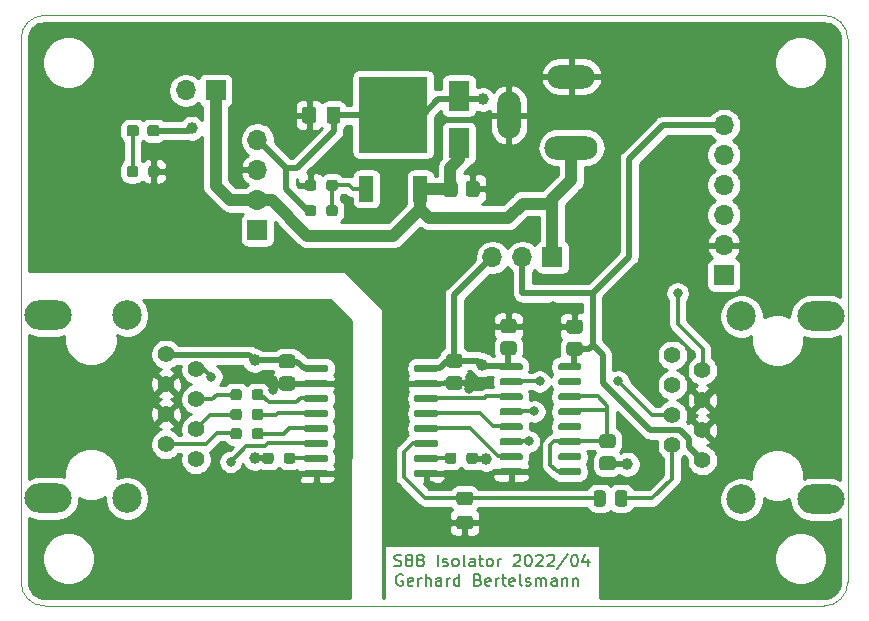
<source format=gtl>
G04 #@! TF.GenerationSoftware,KiCad,Pcbnew,5.1.12-84ad8e8a86~92~ubuntu20.04.1*
G04 #@! TF.CreationDate,2022-04-04T08:19:54+02:00*
G04 #@! TF.ProjectId,s88iso,73383869-736f-42e6-9b69-6361645f7063,2020/08*
G04 #@! TF.SameCoordinates,Original*
G04 #@! TF.FileFunction,Copper,L1,Top*
G04 #@! TF.FilePolarity,Positive*
%FSLAX46Y46*%
G04 Gerber Fmt 4.6, Leading zero omitted, Abs format (unit mm)*
G04 Created by KiCad (PCBNEW 5.1.12-84ad8e8a86~92~ubuntu20.04.1) date 2022-04-04 08:19:54*
%MOMM*%
%LPD*%
G01*
G04 APERTURE LIST*
G04 #@! TA.AperFunction,NonConductor*
%ADD10C,0.150000*%
G04 #@! TD*
G04 #@! TA.AperFunction,Profile*
%ADD11C,0.050000*%
G04 #@! TD*
G04 #@! TA.AperFunction,SMDPad,CuDef*
%ADD12R,1.800000X2.500000*%
G04 #@! TD*
G04 #@! TA.AperFunction,ComponentPad*
%ADD13O,4.000000X2.500000*%
G04 #@! TD*
G04 #@! TA.AperFunction,ComponentPad*
%ADD14C,1.400000*%
G04 #@! TD*
G04 #@! TA.AperFunction,ComponentPad*
%ADD15C,2.500000*%
G04 #@! TD*
G04 #@! TA.AperFunction,SMDPad,CuDef*
%ADD16R,5.800000X6.400000*%
G04 #@! TD*
G04 #@! TA.AperFunction,SMDPad,CuDef*
%ADD17R,1.200000X2.200000*%
G04 #@! TD*
G04 #@! TA.AperFunction,ComponentPad*
%ADD18O,1.700000X1.700000*%
G04 #@! TD*
G04 #@! TA.AperFunction,ComponentPad*
%ADD19R,1.700000X1.700000*%
G04 #@! TD*
G04 #@! TA.AperFunction,ComponentPad*
%ADD20O,1.998980X4.000500*%
G04 #@! TD*
G04 #@! TA.AperFunction,ComponentPad*
%ADD21O,4.000500X1.998980*%
G04 #@! TD*
G04 #@! TA.AperFunction,ComponentPad*
%ADD22O,4.500880X1.998980*%
G04 #@! TD*
G04 #@! TA.AperFunction,ViaPad*
%ADD23C,0.800000*%
G04 #@! TD*
G04 #@! TA.AperFunction,ViaPad*
%ADD24C,1.000000*%
G04 #@! TD*
G04 #@! TA.AperFunction,Conductor*
%ADD25C,0.300000*%
G04 #@! TD*
G04 #@! TA.AperFunction,Conductor*
%ADD26C,0.500000*%
G04 #@! TD*
G04 #@! TA.AperFunction,Conductor*
%ADD27C,1.000000*%
G04 #@! TD*
G04 #@! TA.AperFunction,Conductor*
%ADD28C,0.254000*%
G04 #@! TD*
G04 #@! TA.AperFunction,Conductor*
%ADD29C,0.100000*%
G04 #@! TD*
G04 APERTURE END LIST*
D10*
X131614304Y-126605161D02*
X131757161Y-126652780D01*
X131995257Y-126652780D01*
X132090495Y-126605161D01*
X132138114Y-126557542D01*
X132185733Y-126462304D01*
X132185733Y-126367066D01*
X132138114Y-126271828D01*
X132090495Y-126224209D01*
X131995257Y-126176590D01*
X131804780Y-126128971D01*
X131709542Y-126081352D01*
X131661923Y-126033733D01*
X131614304Y-125938495D01*
X131614304Y-125843257D01*
X131661923Y-125748019D01*
X131709542Y-125700400D01*
X131804780Y-125652780D01*
X132042876Y-125652780D01*
X132185733Y-125700400D01*
X132757161Y-126081352D02*
X132661923Y-126033733D01*
X132614304Y-125986114D01*
X132566685Y-125890876D01*
X132566685Y-125843257D01*
X132614304Y-125748019D01*
X132661923Y-125700400D01*
X132757161Y-125652780D01*
X132947638Y-125652780D01*
X133042876Y-125700400D01*
X133090495Y-125748019D01*
X133138114Y-125843257D01*
X133138114Y-125890876D01*
X133090495Y-125986114D01*
X133042876Y-126033733D01*
X132947638Y-126081352D01*
X132757161Y-126081352D01*
X132661923Y-126128971D01*
X132614304Y-126176590D01*
X132566685Y-126271828D01*
X132566685Y-126462304D01*
X132614304Y-126557542D01*
X132661923Y-126605161D01*
X132757161Y-126652780D01*
X132947638Y-126652780D01*
X133042876Y-126605161D01*
X133090495Y-126557542D01*
X133138114Y-126462304D01*
X133138114Y-126271828D01*
X133090495Y-126176590D01*
X133042876Y-126128971D01*
X132947638Y-126081352D01*
X133709542Y-126081352D02*
X133614304Y-126033733D01*
X133566685Y-125986114D01*
X133519066Y-125890876D01*
X133519066Y-125843257D01*
X133566685Y-125748019D01*
X133614304Y-125700400D01*
X133709542Y-125652780D01*
X133900019Y-125652780D01*
X133995257Y-125700400D01*
X134042876Y-125748019D01*
X134090495Y-125843257D01*
X134090495Y-125890876D01*
X134042876Y-125986114D01*
X133995257Y-126033733D01*
X133900019Y-126081352D01*
X133709542Y-126081352D01*
X133614304Y-126128971D01*
X133566685Y-126176590D01*
X133519066Y-126271828D01*
X133519066Y-126462304D01*
X133566685Y-126557542D01*
X133614304Y-126605161D01*
X133709542Y-126652780D01*
X133900019Y-126652780D01*
X133995257Y-126605161D01*
X134042876Y-126557542D01*
X134090495Y-126462304D01*
X134090495Y-126271828D01*
X134042876Y-126176590D01*
X133995257Y-126128971D01*
X133900019Y-126081352D01*
X135280971Y-126652780D02*
X135280971Y-125652780D01*
X135709542Y-126605161D02*
X135804780Y-126652780D01*
X135995257Y-126652780D01*
X136090495Y-126605161D01*
X136138114Y-126509923D01*
X136138114Y-126462304D01*
X136090495Y-126367066D01*
X135995257Y-126319447D01*
X135852400Y-126319447D01*
X135757161Y-126271828D01*
X135709542Y-126176590D01*
X135709542Y-126128971D01*
X135757161Y-126033733D01*
X135852400Y-125986114D01*
X135995257Y-125986114D01*
X136090495Y-126033733D01*
X136709542Y-126652780D02*
X136614304Y-126605161D01*
X136566685Y-126557542D01*
X136519066Y-126462304D01*
X136519066Y-126176590D01*
X136566685Y-126081352D01*
X136614304Y-126033733D01*
X136709542Y-125986114D01*
X136852400Y-125986114D01*
X136947638Y-126033733D01*
X136995257Y-126081352D01*
X137042876Y-126176590D01*
X137042876Y-126462304D01*
X136995257Y-126557542D01*
X136947638Y-126605161D01*
X136852400Y-126652780D01*
X136709542Y-126652780D01*
X137614304Y-126652780D02*
X137519066Y-126605161D01*
X137471447Y-126509923D01*
X137471447Y-125652780D01*
X138423828Y-126652780D02*
X138423828Y-126128971D01*
X138376209Y-126033733D01*
X138280971Y-125986114D01*
X138090495Y-125986114D01*
X137995257Y-126033733D01*
X138423828Y-126605161D02*
X138328590Y-126652780D01*
X138090495Y-126652780D01*
X137995257Y-126605161D01*
X137947638Y-126509923D01*
X137947638Y-126414685D01*
X137995257Y-126319447D01*
X138090495Y-126271828D01*
X138328590Y-126271828D01*
X138423828Y-126224209D01*
X138757161Y-125986114D02*
X139138114Y-125986114D01*
X138900019Y-125652780D02*
X138900019Y-126509923D01*
X138947638Y-126605161D01*
X139042876Y-126652780D01*
X139138114Y-126652780D01*
X139614304Y-126652780D02*
X139519066Y-126605161D01*
X139471447Y-126557542D01*
X139423828Y-126462304D01*
X139423828Y-126176590D01*
X139471447Y-126081352D01*
X139519066Y-126033733D01*
X139614304Y-125986114D01*
X139757161Y-125986114D01*
X139852400Y-126033733D01*
X139900019Y-126081352D01*
X139947638Y-126176590D01*
X139947638Y-126462304D01*
X139900019Y-126557542D01*
X139852400Y-126605161D01*
X139757161Y-126652780D01*
X139614304Y-126652780D01*
X140376209Y-126652780D02*
X140376209Y-125986114D01*
X140376209Y-126176590D02*
X140423828Y-126081352D01*
X140471447Y-126033733D01*
X140566685Y-125986114D01*
X140661923Y-125986114D01*
X141709542Y-125748019D02*
X141757161Y-125700400D01*
X141852400Y-125652780D01*
X142090495Y-125652780D01*
X142185733Y-125700400D01*
X142233352Y-125748019D01*
X142280971Y-125843257D01*
X142280971Y-125938495D01*
X142233352Y-126081352D01*
X141661923Y-126652780D01*
X142280971Y-126652780D01*
X142900019Y-125652780D02*
X142995257Y-125652780D01*
X143090495Y-125700400D01*
X143138114Y-125748019D01*
X143185733Y-125843257D01*
X143233352Y-126033733D01*
X143233352Y-126271828D01*
X143185733Y-126462304D01*
X143138114Y-126557542D01*
X143090495Y-126605161D01*
X142995257Y-126652780D01*
X142900019Y-126652780D01*
X142804780Y-126605161D01*
X142757161Y-126557542D01*
X142709542Y-126462304D01*
X142661923Y-126271828D01*
X142661923Y-126033733D01*
X142709542Y-125843257D01*
X142757161Y-125748019D01*
X142804780Y-125700400D01*
X142900019Y-125652780D01*
X143614304Y-125748019D02*
X143661923Y-125700400D01*
X143757161Y-125652780D01*
X143995257Y-125652780D01*
X144090495Y-125700400D01*
X144138114Y-125748019D01*
X144185733Y-125843257D01*
X144185733Y-125938495D01*
X144138114Y-126081352D01*
X143566685Y-126652780D01*
X144185733Y-126652780D01*
X144566685Y-125748019D02*
X144614304Y-125700400D01*
X144709542Y-125652780D01*
X144947638Y-125652780D01*
X145042876Y-125700400D01*
X145090495Y-125748019D01*
X145138114Y-125843257D01*
X145138114Y-125938495D01*
X145090495Y-126081352D01*
X144519066Y-126652780D01*
X145138114Y-126652780D01*
X146280971Y-125605161D02*
X145423828Y-126890876D01*
X146804780Y-125652780D02*
X146900019Y-125652780D01*
X146995257Y-125700400D01*
X147042876Y-125748019D01*
X147090495Y-125843257D01*
X147138114Y-126033733D01*
X147138114Y-126271828D01*
X147090495Y-126462304D01*
X147042876Y-126557542D01*
X146995257Y-126605161D01*
X146900019Y-126652780D01*
X146804780Y-126652780D01*
X146709542Y-126605161D01*
X146661923Y-126557542D01*
X146614304Y-126462304D01*
X146566685Y-126271828D01*
X146566685Y-126033733D01*
X146614304Y-125843257D01*
X146661923Y-125748019D01*
X146709542Y-125700400D01*
X146804780Y-125652780D01*
X147995257Y-125986114D02*
X147995257Y-126652780D01*
X147757161Y-125605161D02*
X147519066Y-126319447D01*
X148138114Y-126319447D01*
X132304780Y-127350400D02*
X132209542Y-127302780D01*
X132066685Y-127302780D01*
X131923828Y-127350400D01*
X131828590Y-127445638D01*
X131780971Y-127540876D01*
X131733352Y-127731352D01*
X131733352Y-127874209D01*
X131780971Y-128064685D01*
X131828590Y-128159923D01*
X131923828Y-128255161D01*
X132066685Y-128302780D01*
X132161923Y-128302780D01*
X132304780Y-128255161D01*
X132352400Y-128207542D01*
X132352400Y-127874209D01*
X132161923Y-127874209D01*
X133161923Y-128255161D02*
X133066685Y-128302780D01*
X132876209Y-128302780D01*
X132780971Y-128255161D01*
X132733352Y-128159923D01*
X132733352Y-127778971D01*
X132780971Y-127683733D01*
X132876209Y-127636114D01*
X133066685Y-127636114D01*
X133161923Y-127683733D01*
X133209542Y-127778971D01*
X133209542Y-127874209D01*
X132733352Y-127969447D01*
X133638114Y-128302780D02*
X133638114Y-127636114D01*
X133638114Y-127826590D02*
X133685733Y-127731352D01*
X133733352Y-127683733D01*
X133828590Y-127636114D01*
X133923828Y-127636114D01*
X134257161Y-128302780D02*
X134257161Y-127302780D01*
X134685733Y-128302780D02*
X134685733Y-127778971D01*
X134638114Y-127683733D01*
X134542876Y-127636114D01*
X134400019Y-127636114D01*
X134304780Y-127683733D01*
X134257161Y-127731352D01*
X135590495Y-128302780D02*
X135590495Y-127778971D01*
X135542876Y-127683733D01*
X135447638Y-127636114D01*
X135257161Y-127636114D01*
X135161923Y-127683733D01*
X135590495Y-128255161D02*
X135495257Y-128302780D01*
X135257161Y-128302780D01*
X135161923Y-128255161D01*
X135114304Y-128159923D01*
X135114304Y-128064685D01*
X135161923Y-127969447D01*
X135257161Y-127921828D01*
X135495257Y-127921828D01*
X135590495Y-127874209D01*
X136066685Y-128302780D02*
X136066685Y-127636114D01*
X136066685Y-127826590D02*
X136114304Y-127731352D01*
X136161923Y-127683733D01*
X136257161Y-127636114D01*
X136352400Y-127636114D01*
X137114304Y-128302780D02*
X137114304Y-127302780D01*
X137114304Y-128255161D02*
X137019066Y-128302780D01*
X136828590Y-128302780D01*
X136733352Y-128255161D01*
X136685733Y-128207542D01*
X136638114Y-128112304D01*
X136638114Y-127826590D01*
X136685733Y-127731352D01*
X136733352Y-127683733D01*
X136828590Y-127636114D01*
X137019066Y-127636114D01*
X137114304Y-127683733D01*
X138685733Y-127778971D02*
X138828590Y-127826590D01*
X138876209Y-127874209D01*
X138923828Y-127969447D01*
X138923828Y-128112304D01*
X138876209Y-128207542D01*
X138828590Y-128255161D01*
X138733352Y-128302780D01*
X138352400Y-128302780D01*
X138352400Y-127302780D01*
X138685733Y-127302780D01*
X138780971Y-127350400D01*
X138828590Y-127398019D01*
X138876209Y-127493257D01*
X138876209Y-127588495D01*
X138828590Y-127683733D01*
X138780971Y-127731352D01*
X138685733Y-127778971D01*
X138352400Y-127778971D01*
X139733352Y-128255161D02*
X139638114Y-128302780D01*
X139447638Y-128302780D01*
X139352400Y-128255161D01*
X139304780Y-128159923D01*
X139304780Y-127778971D01*
X139352400Y-127683733D01*
X139447638Y-127636114D01*
X139638114Y-127636114D01*
X139733352Y-127683733D01*
X139780971Y-127778971D01*
X139780971Y-127874209D01*
X139304780Y-127969447D01*
X140209542Y-128302780D02*
X140209542Y-127636114D01*
X140209542Y-127826590D02*
X140257161Y-127731352D01*
X140304780Y-127683733D01*
X140400019Y-127636114D01*
X140495257Y-127636114D01*
X140685733Y-127636114D02*
X141066685Y-127636114D01*
X140828590Y-127302780D02*
X140828590Y-128159923D01*
X140876209Y-128255161D01*
X140971447Y-128302780D01*
X141066685Y-128302780D01*
X141780971Y-128255161D02*
X141685733Y-128302780D01*
X141495257Y-128302780D01*
X141400019Y-128255161D01*
X141352400Y-128159923D01*
X141352400Y-127778971D01*
X141400019Y-127683733D01*
X141495257Y-127636114D01*
X141685733Y-127636114D01*
X141780971Y-127683733D01*
X141828590Y-127778971D01*
X141828590Y-127874209D01*
X141352400Y-127969447D01*
X142400019Y-128302780D02*
X142304780Y-128255161D01*
X142257161Y-128159923D01*
X142257161Y-127302780D01*
X142733352Y-128255161D02*
X142828590Y-128302780D01*
X143019066Y-128302780D01*
X143114304Y-128255161D01*
X143161923Y-128159923D01*
X143161923Y-128112304D01*
X143114304Y-128017066D01*
X143019066Y-127969447D01*
X142876209Y-127969447D01*
X142780971Y-127921828D01*
X142733352Y-127826590D01*
X142733352Y-127778971D01*
X142780971Y-127683733D01*
X142876209Y-127636114D01*
X143019066Y-127636114D01*
X143114304Y-127683733D01*
X143590495Y-128302780D02*
X143590495Y-127636114D01*
X143590495Y-127731352D02*
X143638114Y-127683733D01*
X143733352Y-127636114D01*
X143876209Y-127636114D01*
X143971447Y-127683733D01*
X144019066Y-127778971D01*
X144019066Y-128302780D01*
X144019066Y-127778971D02*
X144066685Y-127683733D01*
X144161923Y-127636114D01*
X144304780Y-127636114D01*
X144400019Y-127683733D01*
X144447638Y-127778971D01*
X144447638Y-128302780D01*
X145352400Y-128302780D02*
X145352400Y-127778971D01*
X145304780Y-127683733D01*
X145209542Y-127636114D01*
X145019066Y-127636114D01*
X144923828Y-127683733D01*
X145352400Y-128255161D02*
X145257161Y-128302780D01*
X145019066Y-128302780D01*
X144923828Y-128255161D01*
X144876209Y-128159923D01*
X144876209Y-128064685D01*
X144923828Y-127969447D01*
X145019066Y-127921828D01*
X145257161Y-127921828D01*
X145352400Y-127874209D01*
X145828590Y-127636114D02*
X145828590Y-128302780D01*
X145828590Y-127731352D02*
X145876209Y-127683733D01*
X145971447Y-127636114D01*
X146114304Y-127636114D01*
X146209542Y-127683733D01*
X146257161Y-127778971D01*
X146257161Y-128302780D01*
X146733352Y-127636114D02*
X146733352Y-128302780D01*
X146733352Y-127731352D02*
X146780971Y-127683733D01*
X146876209Y-127636114D01*
X147019066Y-127636114D01*
X147114304Y-127683733D01*
X147161923Y-127778971D01*
X147161923Y-128302780D01*
D11*
X100000000Y-128000000D02*
X100000000Y-82000000D01*
X168000000Y-130000000D02*
X102000000Y-130000000D01*
X170000000Y-82000000D02*
X170000000Y-128000000D01*
X168000000Y-80000000D02*
X102000000Y-80000000D01*
X100000000Y-82000000D02*
G75*
G02*
X102000000Y-80000000I2000000J0D01*
G01*
X168000000Y-80000000D02*
G75*
G02*
X170000000Y-82000000I0J-2000000D01*
G01*
X170000000Y-128000000D02*
G75*
G02*
X168000000Y-130000000I-2000000J0D01*
G01*
X102000000Y-130000000D02*
G75*
G02*
X100000000Y-128000000I0J2000000D01*
G01*
G04 #@! TA.AperFunction,SMDPad,CuDef*
G36*
G01*
X145467200Y-109903400D02*
X145467200Y-109603400D01*
G75*
G02*
X145617200Y-109453400I150000J0D01*
G01*
X147267200Y-109453400D01*
G75*
G02*
X147417200Y-109603400I0J-150000D01*
G01*
X147417200Y-109903400D01*
G75*
G02*
X147267200Y-110053400I-150000J0D01*
G01*
X145617200Y-110053400D01*
G75*
G02*
X145467200Y-109903400I0J150000D01*
G01*
G37*
G04 #@! TD.AperFunction*
G04 #@! TA.AperFunction,SMDPad,CuDef*
G36*
G01*
X145467200Y-111173400D02*
X145467200Y-110873400D01*
G75*
G02*
X145617200Y-110723400I150000J0D01*
G01*
X147267200Y-110723400D01*
G75*
G02*
X147417200Y-110873400I0J-150000D01*
G01*
X147417200Y-111173400D01*
G75*
G02*
X147267200Y-111323400I-150000J0D01*
G01*
X145617200Y-111323400D01*
G75*
G02*
X145467200Y-111173400I0J150000D01*
G01*
G37*
G04 #@! TD.AperFunction*
G04 #@! TA.AperFunction,SMDPad,CuDef*
G36*
G01*
X145467200Y-112443400D02*
X145467200Y-112143400D01*
G75*
G02*
X145617200Y-111993400I150000J0D01*
G01*
X147267200Y-111993400D01*
G75*
G02*
X147417200Y-112143400I0J-150000D01*
G01*
X147417200Y-112443400D01*
G75*
G02*
X147267200Y-112593400I-150000J0D01*
G01*
X145617200Y-112593400D01*
G75*
G02*
X145467200Y-112443400I0J150000D01*
G01*
G37*
G04 #@! TD.AperFunction*
G04 #@! TA.AperFunction,SMDPad,CuDef*
G36*
G01*
X145467200Y-113713400D02*
X145467200Y-113413400D01*
G75*
G02*
X145617200Y-113263400I150000J0D01*
G01*
X147267200Y-113263400D01*
G75*
G02*
X147417200Y-113413400I0J-150000D01*
G01*
X147417200Y-113713400D01*
G75*
G02*
X147267200Y-113863400I-150000J0D01*
G01*
X145617200Y-113863400D01*
G75*
G02*
X145467200Y-113713400I0J150000D01*
G01*
G37*
G04 #@! TD.AperFunction*
G04 #@! TA.AperFunction,SMDPad,CuDef*
G36*
G01*
X145467200Y-114983400D02*
X145467200Y-114683400D01*
G75*
G02*
X145617200Y-114533400I150000J0D01*
G01*
X147267200Y-114533400D01*
G75*
G02*
X147417200Y-114683400I0J-150000D01*
G01*
X147417200Y-114983400D01*
G75*
G02*
X147267200Y-115133400I-150000J0D01*
G01*
X145617200Y-115133400D01*
G75*
G02*
X145467200Y-114983400I0J150000D01*
G01*
G37*
G04 #@! TD.AperFunction*
G04 #@! TA.AperFunction,SMDPad,CuDef*
G36*
G01*
X145467200Y-116253400D02*
X145467200Y-115953400D01*
G75*
G02*
X145617200Y-115803400I150000J0D01*
G01*
X147267200Y-115803400D01*
G75*
G02*
X147417200Y-115953400I0J-150000D01*
G01*
X147417200Y-116253400D01*
G75*
G02*
X147267200Y-116403400I-150000J0D01*
G01*
X145617200Y-116403400D01*
G75*
G02*
X145467200Y-116253400I0J150000D01*
G01*
G37*
G04 #@! TD.AperFunction*
G04 #@! TA.AperFunction,SMDPad,CuDef*
G36*
G01*
X145467200Y-117523400D02*
X145467200Y-117223400D01*
G75*
G02*
X145617200Y-117073400I150000J0D01*
G01*
X147267200Y-117073400D01*
G75*
G02*
X147417200Y-117223400I0J-150000D01*
G01*
X147417200Y-117523400D01*
G75*
G02*
X147267200Y-117673400I-150000J0D01*
G01*
X145617200Y-117673400D01*
G75*
G02*
X145467200Y-117523400I0J150000D01*
G01*
G37*
G04 #@! TD.AperFunction*
G04 #@! TA.AperFunction,SMDPad,CuDef*
G36*
G01*
X145467200Y-118793400D02*
X145467200Y-118493400D01*
G75*
G02*
X145617200Y-118343400I150000J0D01*
G01*
X147267200Y-118343400D01*
G75*
G02*
X147417200Y-118493400I0J-150000D01*
G01*
X147417200Y-118793400D01*
G75*
G02*
X147267200Y-118943400I-150000J0D01*
G01*
X145617200Y-118943400D01*
G75*
G02*
X145467200Y-118793400I0J150000D01*
G01*
G37*
G04 #@! TD.AperFunction*
G04 #@! TA.AperFunction,SMDPad,CuDef*
G36*
G01*
X140517200Y-118793400D02*
X140517200Y-118493400D01*
G75*
G02*
X140667200Y-118343400I150000J0D01*
G01*
X142317200Y-118343400D01*
G75*
G02*
X142467200Y-118493400I0J-150000D01*
G01*
X142467200Y-118793400D01*
G75*
G02*
X142317200Y-118943400I-150000J0D01*
G01*
X140667200Y-118943400D01*
G75*
G02*
X140517200Y-118793400I0J150000D01*
G01*
G37*
G04 #@! TD.AperFunction*
G04 #@! TA.AperFunction,SMDPad,CuDef*
G36*
G01*
X140517200Y-117523400D02*
X140517200Y-117223400D01*
G75*
G02*
X140667200Y-117073400I150000J0D01*
G01*
X142317200Y-117073400D01*
G75*
G02*
X142467200Y-117223400I0J-150000D01*
G01*
X142467200Y-117523400D01*
G75*
G02*
X142317200Y-117673400I-150000J0D01*
G01*
X140667200Y-117673400D01*
G75*
G02*
X140517200Y-117523400I0J150000D01*
G01*
G37*
G04 #@! TD.AperFunction*
G04 #@! TA.AperFunction,SMDPad,CuDef*
G36*
G01*
X140517200Y-116253400D02*
X140517200Y-115953400D01*
G75*
G02*
X140667200Y-115803400I150000J0D01*
G01*
X142317200Y-115803400D01*
G75*
G02*
X142467200Y-115953400I0J-150000D01*
G01*
X142467200Y-116253400D01*
G75*
G02*
X142317200Y-116403400I-150000J0D01*
G01*
X140667200Y-116403400D01*
G75*
G02*
X140517200Y-116253400I0J150000D01*
G01*
G37*
G04 #@! TD.AperFunction*
G04 #@! TA.AperFunction,SMDPad,CuDef*
G36*
G01*
X140517200Y-114983400D02*
X140517200Y-114683400D01*
G75*
G02*
X140667200Y-114533400I150000J0D01*
G01*
X142317200Y-114533400D01*
G75*
G02*
X142467200Y-114683400I0J-150000D01*
G01*
X142467200Y-114983400D01*
G75*
G02*
X142317200Y-115133400I-150000J0D01*
G01*
X140667200Y-115133400D01*
G75*
G02*
X140517200Y-114983400I0J150000D01*
G01*
G37*
G04 #@! TD.AperFunction*
G04 #@! TA.AperFunction,SMDPad,CuDef*
G36*
G01*
X140517200Y-113713400D02*
X140517200Y-113413400D01*
G75*
G02*
X140667200Y-113263400I150000J0D01*
G01*
X142317200Y-113263400D01*
G75*
G02*
X142467200Y-113413400I0J-150000D01*
G01*
X142467200Y-113713400D01*
G75*
G02*
X142317200Y-113863400I-150000J0D01*
G01*
X140667200Y-113863400D01*
G75*
G02*
X140517200Y-113713400I0J150000D01*
G01*
G37*
G04 #@! TD.AperFunction*
G04 #@! TA.AperFunction,SMDPad,CuDef*
G36*
G01*
X140517200Y-112443400D02*
X140517200Y-112143400D01*
G75*
G02*
X140667200Y-111993400I150000J0D01*
G01*
X142317200Y-111993400D01*
G75*
G02*
X142467200Y-112143400I0J-150000D01*
G01*
X142467200Y-112443400D01*
G75*
G02*
X142317200Y-112593400I-150000J0D01*
G01*
X140667200Y-112593400D01*
G75*
G02*
X140517200Y-112443400I0J150000D01*
G01*
G37*
G04 #@! TD.AperFunction*
G04 #@! TA.AperFunction,SMDPad,CuDef*
G36*
G01*
X140517200Y-111173400D02*
X140517200Y-110873400D01*
G75*
G02*
X140667200Y-110723400I150000J0D01*
G01*
X142317200Y-110723400D01*
G75*
G02*
X142467200Y-110873400I0J-150000D01*
G01*
X142467200Y-111173400D01*
G75*
G02*
X142317200Y-111323400I-150000J0D01*
G01*
X140667200Y-111323400D01*
G75*
G02*
X140517200Y-111173400I0J150000D01*
G01*
G37*
G04 #@! TD.AperFunction*
G04 #@! TA.AperFunction,SMDPad,CuDef*
G36*
G01*
X140517200Y-109903400D02*
X140517200Y-109603400D01*
G75*
G02*
X140667200Y-109453400I150000J0D01*
G01*
X142317200Y-109453400D01*
G75*
G02*
X142467200Y-109603400I0J-150000D01*
G01*
X142467200Y-109903400D01*
G75*
G02*
X142317200Y-110053400I-150000J0D01*
G01*
X140667200Y-110053400D01*
G75*
G02*
X140517200Y-109903400I0J150000D01*
G01*
G37*
G04 #@! TD.AperFunction*
G04 #@! TA.AperFunction,SMDPad,CuDef*
G36*
G01*
X133266600Y-110030400D02*
X133266600Y-109730400D01*
G75*
G02*
X133416600Y-109580400I150000J0D01*
G01*
X135166600Y-109580400D01*
G75*
G02*
X135316600Y-109730400I0J-150000D01*
G01*
X135316600Y-110030400D01*
G75*
G02*
X135166600Y-110180400I-150000J0D01*
G01*
X133416600Y-110180400D01*
G75*
G02*
X133266600Y-110030400I0J150000D01*
G01*
G37*
G04 #@! TD.AperFunction*
G04 #@! TA.AperFunction,SMDPad,CuDef*
G36*
G01*
X133266600Y-111300400D02*
X133266600Y-111000400D01*
G75*
G02*
X133416600Y-110850400I150000J0D01*
G01*
X135166600Y-110850400D01*
G75*
G02*
X135316600Y-111000400I0J-150000D01*
G01*
X135316600Y-111300400D01*
G75*
G02*
X135166600Y-111450400I-150000J0D01*
G01*
X133416600Y-111450400D01*
G75*
G02*
X133266600Y-111300400I0J150000D01*
G01*
G37*
G04 #@! TD.AperFunction*
G04 #@! TA.AperFunction,SMDPad,CuDef*
G36*
G01*
X133266600Y-112570400D02*
X133266600Y-112270400D01*
G75*
G02*
X133416600Y-112120400I150000J0D01*
G01*
X135166600Y-112120400D01*
G75*
G02*
X135316600Y-112270400I0J-150000D01*
G01*
X135316600Y-112570400D01*
G75*
G02*
X135166600Y-112720400I-150000J0D01*
G01*
X133416600Y-112720400D01*
G75*
G02*
X133266600Y-112570400I0J150000D01*
G01*
G37*
G04 #@! TD.AperFunction*
G04 #@! TA.AperFunction,SMDPad,CuDef*
G36*
G01*
X133266600Y-113840400D02*
X133266600Y-113540400D01*
G75*
G02*
X133416600Y-113390400I150000J0D01*
G01*
X135166600Y-113390400D01*
G75*
G02*
X135316600Y-113540400I0J-150000D01*
G01*
X135316600Y-113840400D01*
G75*
G02*
X135166600Y-113990400I-150000J0D01*
G01*
X133416600Y-113990400D01*
G75*
G02*
X133266600Y-113840400I0J150000D01*
G01*
G37*
G04 #@! TD.AperFunction*
G04 #@! TA.AperFunction,SMDPad,CuDef*
G36*
G01*
X133266600Y-115110400D02*
X133266600Y-114810400D01*
G75*
G02*
X133416600Y-114660400I150000J0D01*
G01*
X135166600Y-114660400D01*
G75*
G02*
X135316600Y-114810400I0J-150000D01*
G01*
X135316600Y-115110400D01*
G75*
G02*
X135166600Y-115260400I-150000J0D01*
G01*
X133416600Y-115260400D01*
G75*
G02*
X133266600Y-115110400I0J150000D01*
G01*
G37*
G04 #@! TD.AperFunction*
G04 #@! TA.AperFunction,SMDPad,CuDef*
G36*
G01*
X133266600Y-116380400D02*
X133266600Y-116080400D01*
G75*
G02*
X133416600Y-115930400I150000J0D01*
G01*
X135166600Y-115930400D01*
G75*
G02*
X135316600Y-116080400I0J-150000D01*
G01*
X135316600Y-116380400D01*
G75*
G02*
X135166600Y-116530400I-150000J0D01*
G01*
X133416600Y-116530400D01*
G75*
G02*
X133266600Y-116380400I0J150000D01*
G01*
G37*
G04 #@! TD.AperFunction*
G04 #@! TA.AperFunction,SMDPad,CuDef*
G36*
G01*
X133266600Y-117650400D02*
X133266600Y-117350400D01*
G75*
G02*
X133416600Y-117200400I150000J0D01*
G01*
X135166600Y-117200400D01*
G75*
G02*
X135316600Y-117350400I0J-150000D01*
G01*
X135316600Y-117650400D01*
G75*
G02*
X135166600Y-117800400I-150000J0D01*
G01*
X133416600Y-117800400D01*
G75*
G02*
X133266600Y-117650400I0J150000D01*
G01*
G37*
G04 #@! TD.AperFunction*
G04 #@! TA.AperFunction,SMDPad,CuDef*
G36*
G01*
X133266600Y-118920400D02*
X133266600Y-118620400D01*
G75*
G02*
X133416600Y-118470400I150000J0D01*
G01*
X135166600Y-118470400D01*
G75*
G02*
X135316600Y-118620400I0J-150000D01*
G01*
X135316600Y-118920400D01*
G75*
G02*
X135166600Y-119070400I-150000J0D01*
G01*
X133416600Y-119070400D01*
G75*
G02*
X133266600Y-118920400I0J150000D01*
G01*
G37*
G04 #@! TD.AperFunction*
G04 #@! TA.AperFunction,SMDPad,CuDef*
G36*
G01*
X123966600Y-118920400D02*
X123966600Y-118620400D01*
G75*
G02*
X124116600Y-118470400I150000J0D01*
G01*
X125866600Y-118470400D01*
G75*
G02*
X126016600Y-118620400I0J-150000D01*
G01*
X126016600Y-118920400D01*
G75*
G02*
X125866600Y-119070400I-150000J0D01*
G01*
X124116600Y-119070400D01*
G75*
G02*
X123966600Y-118920400I0J150000D01*
G01*
G37*
G04 #@! TD.AperFunction*
G04 #@! TA.AperFunction,SMDPad,CuDef*
G36*
G01*
X123966600Y-117650400D02*
X123966600Y-117350400D01*
G75*
G02*
X124116600Y-117200400I150000J0D01*
G01*
X125866600Y-117200400D01*
G75*
G02*
X126016600Y-117350400I0J-150000D01*
G01*
X126016600Y-117650400D01*
G75*
G02*
X125866600Y-117800400I-150000J0D01*
G01*
X124116600Y-117800400D01*
G75*
G02*
X123966600Y-117650400I0J150000D01*
G01*
G37*
G04 #@! TD.AperFunction*
G04 #@! TA.AperFunction,SMDPad,CuDef*
G36*
G01*
X123966600Y-116380400D02*
X123966600Y-116080400D01*
G75*
G02*
X124116600Y-115930400I150000J0D01*
G01*
X125866600Y-115930400D01*
G75*
G02*
X126016600Y-116080400I0J-150000D01*
G01*
X126016600Y-116380400D01*
G75*
G02*
X125866600Y-116530400I-150000J0D01*
G01*
X124116600Y-116530400D01*
G75*
G02*
X123966600Y-116380400I0J150000D01*
G01*
G37*
G04 #@! TD.AperFunction*
G04 #@! TA.AperFunction,SMDPad,CuDef*
G36*
G01*
X123966600Y-115110400D02*
X123966600Y-114810400D01*
G75*
G02*
X124116600Y-114660400I150000J0D01*
G01*
X125866600Y-114660400D01*
G75*
G02*
X126016600Y-114810400I0J-150000D01*
G01*
X126016600Y-115110400D01*
G75*
G02*
X125866600Y-115260400I-150000J0D01*
G01*
X124116600Y-115260400D01*
G75*
G02*
X123966600Y-115110400I0J150000D01*
G01*
G37*
G04 #@! TD.AperFunction*
G04 #@! TA.AperFunction,SMDPad,CuDef*
G36*
G01*
X123966600Y-113840400D02*
X123966600Y-113540400D01*
G75*
G02*
X124116600Y-113390400I150000J0D01*
G01*
X125866600Y-113390400D01*
G75*
G02*
X126016600Y-113540400I0J-150000D01*
G01*
X126016600Y-113840400D01*
G75*
G02*
X125866600Y-113990400I-150000J0D01*
G01*
X124116600Y-113990400D01*
G75*
G02*
X123966600Y-113840400I0J150000D01*
G01*
G37*
G04 #@! TD.AperFunction*
G04 #@! TA.AperFunction,SMDPad,CuDef*
G36*
G01*
X123966600Y-112570400D02*
X123966600Y-112270400D01*
G75*
G02*
X124116600Y-112120400I150000J0D01*
G01*
X125866600Y-112120400D01*
G75*
G02*
X126016600Y-112270400I0J-150000D01*
G01*
X126016600Y-112570400D01*
G75*
G02*
X125866600Y-112720400I-150000J0D01*
G01*
X124116600Y-112720400D01*
G75*
G02*
X123966600Y-112570400I0J150000D01*
G01*
G37*
G04 #@! TD.AperFunction*
G04 #@! TA.AperFunction,SMDPad,CuDef*
G36*
G01*
X123966600Y-111300400D02*
X123966600Y-111000400D01*
G75*
G02*
X124116600Y-110850400I150000J0D01*
G01*
X125866600Y-110850400D01*
G75*
G02*
X126016600Y-111000400I0J-150000D01*
G01*
X126016600Y-111300400D01*
G75*
G02*
X125866600Y-111450400I-150000J0D01*
G01*
X124116600Y-111450400D01*
G75*
G02*
X123966600Y-111300400I0J150000D01*
G01*
G37*
G04 #@! TD.AperFunction*
G04 #@! TA.AperFunction,SMDPad,CuDef*
G36*
G01*
X123966600Y-110030400D02*
X123966600Y-109730400D01*
G75*
G02*
X124116600Y-109580400I150000J0D01*
G01*
X125866600Y-109580400D01*
G75*
G02*
X126016600Y-109730400I0J-150000D01*
G01*
X126016600Y-110030400D01*
G75*
G02*
X125866600Y-110180400I-150000J0D01*
G01*
X124116600Y-110180400D01*
G75*
G02*
X123966600Y-110030400I0J150000D01*
G01*
G37*
G04 #@! TD.AperFunction*
D12*
X137058400Y-86798400D03*
X137058400Y-90798400D03*
D13*
X167700000Y-120983200D03*
X167700000Y-105483200D03*
D14*
X157693200Y-115138200D03*
X157693200Y-117678200D03*
X155153200Y-116408200D03*
X155153200Y-113868200D03*
X157693200Y-112598200D03*
X155153200Y-111328200D03*
X157693200Y-110058200D03*
X155153200Y-108788200D03*
D15*
X160983200Y-120983200D03*
X160983200Y-105483200D03*
G04 #@! TA.AperFunction,SMDPad,CuDef*
G36*
G01*
X136862000Y-117262900D02*
X136862000Y-117737900D01*
G75*
G02*
X136624500Y-117975400I-237500J0D01*
G01*
X136124500Y-117975400D01*
G75*
G02*
X135887000Y-117737900I0J237500D01*
G01*
X135887000Y-117262900D01*
G75*
G02*
X136124500Y-117025400I237500J0D01*
G01*
X136624500Y-117025400D01*
G75*
G02*
X136862000Y-117262900I0J-237500D01*
G01*
G37*
G04 #@! TD.AperFunction*
G04 #@! TA.AperFunction,SMDPad,CuDef*
G36*
G01*
X138687000Y-117262900D02*
X138687000Y-117737900D01*
G75*
G02*
X138449500Y-117975400I-237500J0D01*
G01*
X137949500Y-117975400D01*
G75*
G02*
X137712000Y-117737900I0J237500D01*
G01*
X137712000Y-117262900D01*
G75*
G02*
X137949500Y-117025400I237500J0D01*
G01*
X138449500Y-117025400D01*
G75*
G02*
X138687000Y-117262900I0J-237500D01*
G01*
G37*
G04 #@! TD.AperFunction*
G04 #@! TA.AperFunction,SMDPad,CuDef*
G36*
G01*
X121393400Y-117262900D02*
X121393400Y-117737900D01*
G75*
G02*
X121155900Y-117975400I-237500J0D01*
G01*
X120655900Y-117975400D01*
G75*
G02*
X120418400Y-117737900I0J237500D01*
G01*
X120418400Y-117262900D01*
G75*
G02*
X120655900Y-117025400I237500J0D01*
G01*
X121155900Y-117025400D01*
G75*
G02*
X121393400Y-117262900I0J-237500D01*
G01*
G37*
G04 #@! TD.AperFunction*
G04 #@! TA.AperFunction,SMDPad,CuDef*
G36*
G01*
X123218400Y-117262900D02*
X123218400Y-117737900D01*
G75*
G02*
X122980900Y-117975400I-237500J0D01*
G01*
X122480900Y-117975400D01*
G75*
G02*
X122243400Y-117737900I0J237500D01*
G01*
X122243400Y-117262900D01*
G75*
G02*
X122480900Y-117025400I237500J0D01*
G01*
X122980900Y-117025400D01*
G75*
G02*
X123218400Y-117262900I0J-237500D01*
G01*
G37*
G04 #@! TD.AperFunction*
G04 #@! TA.AperFunction,SMDPad,CuDef*
G36*
G01*
X122129600Y-108698500D02*
X122929600Y-108698500D01*
G75*
G02*
X123229600Y-108998500I0J-300000D01*
G01*
X123229600Y-109598500D01*
G75*
G02*
X122929600Y-109898500I-300000J0D01*
G01*
X122129600Y-109898500D01*
G75*
G02*
X121829600Y-109598500I0J300000D01*
G01*
X121829600Y-108998500D01*
G75*
G02*
X122129600Y-108698500I300000J0D01*
G01*
G37*
G04 #@! TD.AperFunction*
G04 #@! TA.AperFunction,SMDPad,CuDef*
G36*
G01*
X122129600Y-110573500D02*
X122929600Y-110573500D01*
G75*
G02*
X123229600Y-110873500I0J-300000D01*
G01*
X123229600Y-111473500D01*
G75*
G02*
X122929600Y-111773500I-300000J0D01*
G01*
X122129600Y-111773500D01*
G75*
G02*
X121829600Y-111473500I0J300000D01*
G01*
X121829600Y-110873500D01*
G75*
G02*
X122129600Y-110573500I300000J0D01*
G01*
G37*
G04 #@! TD.AperFunction*
G04 #@! TA.AperFunction,SMDPad,CuDef*
G36*
G01*
X136277400Y-110520400D02*
X137077400Y-110520400D01*
G75*
G02*
X137377400Y-110820400I0J-300000D01*
G01*
X137377400Y-111420400D01*
G75*
G02*
X137077400Y-111720400I-300000J0D01*
G01*
X136277400Y-111720400D01*
G75*
G02*
X135977400Y-111420400I0J300000D01*
G01*
X135977400Y-110820400D01*
G75*
G02*
X136277400Y-110520400I300000J0D01*
G01*
G37*
G04 #@! TD.AperFunction*
G04 #@! TA.AperFunction,SMDPad,CuDef*
G36*
G01*
X136277400Y-108645400D02*
X137077400Y-108645400D01*
G75*
G02*
X137377400Y-108945400I0J-300000D01*
G01*
X137377400Y-109545400D01*
G75*
G02*
X137077400Y-109845400I-300000J0D01*
G01*
X136277400Y-109845400D01*
G75*
G02*
X135977400Y-109545400I0J300000D01*
G01*
X135977400Y-108945400D01*
G75*
G02*
X136277400Y-108645400I300000J0D01*
G01*
G37*
G04 #@! TD.AperFunction*
G04 #@! TA.AperFunction,SMDPad,CuDef*
G36*
G01*
X149510800Y-120453998D02*
X149510800Y-121354002D01*
G75*
G02*
X149260802Y-121604000I-249998J0D01*
G01*
X148735798Y-121604000D01*
G75*
G02*
X148485800Y-121354002I0J249998D01*
G01*
X148485800Y-120453998D01*
G75*
G02*
X148735798Y-120204000I249998J0D01*
G01*
X149260802Y-120204000D01*
G75*
G02*
X149510800Y-120453998I0J-249998D01*
G01*
G37*
G04 #@! TD.AperFunction*
G04 #@! TA.AperFunction,SMDPad,CuDef*
G36*
G01*
X151335800Y-120453998D02*
X151335800Y-121354002D01*
G75*
G02*
X151085802Y-121604000I-249998J0D01*
G01*
X150560798Y-121604000D01*
G75*
G02*
X150310800Y-121354002I0J249998D01*
G01*
X150310800Y-120453998D01*
G75*
G02*
X150560798Y-120204000I249998J0D01*
G01*
X151085802Y-120204000D01*
G75*
G02*
X151335800Y-120453998I0J-249998D01*
G01*
G37*
G04 #@! TD.AperFunction*
D16*
X131520200Y-88393400D03*
D17*
X133800200Y-94693400D03*
X129240200Y-94693400D03*
G04 #@! TA.AperFunction,SMDPad,CuDef*
G36*
G01*
X118701000Y-115180100D02*
X118701000Y-115655100D01*
G75*
G02*
X118463500Y-115892600I-237500J0D01*
G01*
X117963500Y-115892600D01*
G75*
G02*
X117726000Y-115655100I0J237500D01*
G01*
X117726000Y-115180100D01*
G75*
G02*
X117963500Y-114942600I237500J0D01*
G01*
X118463500Y-114942600D01*
G75*
G02*
X118701000Y-115180100I0J-237500D01*
G01*
G37*
G04 #@! TD.AperFunction*
G04 #@! TA.AperFunction,SMDPad,CuDef*
G36*
G01*
X120526000Y-115180100D02*
X120526000Y-115655100D01*
G75*
G02*
X120288500Y-115892600I-237500J0D01*
G01*
X119788500Y-115892600D01*
G75*
G02*
X119551000Y-115655100I0J237500D01*
G01*
X119551000Y-115180100D01*
G75*
G02*
X119788500Y-114942600I237500J0D01*
G01*
X120288500Y-114942600D01*
G75*
G02*
X120526000Y-115180100I0J-237500D01*
G01*
G37*
G04 #@! TD.AperFunction*
G04 #@! TA.AperFunction,SMDPad,CuDef*
G36*
G01*
X118701000Y-113554500D02*
X118701000Y-114029500D01*
G75*
G02*
X118463500Y-114267000I-237500J0D01*
G01*
X117963500Y-114267000D01*
G75*
G02*
X117726000Y-114029500I0J237500D01*
G01*
X117726000Y-113554500D01*
G75*
G02*
X117963500Y-113317000I237500J0D01*
G01*
X118463500Y-113317000D01*
G75*
G02*
X118701000Y-113554500I0J-237500D01*
G01*
G37*
G04 #@! TD.AperFunction*
G04 #@! TA.AperFunction,SMDPad,CuDef*
G36*
G01*
X120526000Y-113554500D02*
X120526000Y-114029500D01*
G75*
G02*
X120288500Y-114267000I-237500J0D01*
G01*
X119788500Y-114267000D01*
G75*
G02*
X119551000Y-114029500I0J237500D01*
G01*
X119551000Y-113554500D01*
G75*
G02*
X119788500Y-113317000I237500J0D01*
G01*
X120288500Y-113317000D01*
G75*
G02*
X120526000Y-113554500I0J-237500D01*
G01*
G37*
G04 #@! TD.AperFunction*
G04 #@! TA.AperFunction,SMDPad,CuDef*
G36*
G01*
X118701000Y-111878100D02*
X118701000Y-112353100D01*
G75*
G02*
X118463500Y-112590600I-237500J0D01*
G01*
X117963500Y-112590600D01*
G75*
G02*
X117726000Y-112353100I0J237500D01*
G01*
X117726000Y-111878100D01*
G75*
G02*
X117963500Y-111640600I237500J0D01*
G01*
X118463500Y-111640600D01*
G75*
G02*
X118701000Y-111878100I0J-237500D01*
G01*
G37*
G04 #@! TD.AperFunction*
G04 #@! TA.AperFunction,SMDPad,CuDef*
G36*
G01*
X120526000Y-111878100D02*
X120526000Y-112353100D01*
G75*
G02*
X120288500Y-112590600I-237500J0D01*
G01*
X119788500Y-112590600D01*
G75*
G02*
X119551000Y-112353100I0J237500D01*
G01*
X119551000Y-111878100D01*
G75*
G02*
X119788500Y-111640600I237500J0D01*
G01*
X120288500Y-111640600D01*
G75*
G02*
X120526000Y-111878100I0J-237500D01*
G01*
G37*
G04 #@! TD.AperFunction*
G04 #@! TA.AperFunction,SMDPad,CuDef*
G36*
G01*
X110762600Y-93455500D02*
X110762600Y-92980500D01*
G75*
G02*
X111000100Y-92743000I237500J0D01*
G01*
X111500100Y-92743000D01*
G75*
G02*
X111737600Y-92980500I0J-237500D01*
G01*
X111737600Y-93455500D01*
G75*
G02*
X111500100Y-93693000I-237500J0D01*
G01*
X111000100Y-93693000D01*
G75*
G02*
X110762600Y-93455500I0J237500D01*
G01*
G37*
G04 #@! TD.AperFunction*
G04 #@! TA.AperFunction,SMDPad,CuDef*
G36*
G01*
X108937600Y-93455500D02*
X108937600Y-92980500D01*
G75*
G02*
X109175100Y-92743000I237500J0D01*
G01*
X109675100Y-92743000D01*
G75*
G02*
X109912600Y-92980500I0J-237500D01*
G01*
X109912600Y-93455500D01*
G75*
G02*
X109675100Y-93693000I-237500J0D01*
G01*
X109175100Y-93693000D01*
G75*
G02*
X108937600Y-93455500I0J237500D01*
G01*
G37*
G04 #@! TD.AperFunction*
G04 #@! TA.AperFunction,SMDPad,CuDef*
G36*
G01*
X125000200Y-94148900D02*
X125000200Y-94623900D01*
G75*
G02*
X124762700Y-94861400I-237500J0D01*
G01*
X124262700Y-94861400D01*
G75*
G02*
X124025200Y-94623900I0J237500D01*
G01*
X124025200Y-94148900D01*
G75*
G02*
X124262700Y-93911400I237500J0D01*
G01*
X124762700Y-93911400D01*
G75*
G02*
X125000200Y-94148900I0J-237500D01*
G01*
G37*
G04 #@! TD.AperFunction*
G04 #@! TA.AperFunction,SMDPad,CuDef*
G36*
G01*
X126825200Y-94148900D02*
X126825200Y-94623900D01*
G75*
G02*
X126587700Y-94861400I-237500J0D01*
G01*
X126087700Y-94861400D01*
G75*
G02*
X125850200Y-94623900I0J237500D01*
G01*
X125850200Y-94148900D01*
G75*
G02*
X126087700Y-93911400I237500J0D01*
G01*
X126587700Y-93911400D01*
G75*
G02*
X126825200Y-94148900I0J-237500D01*
G01*
G37*
G04 #@! TD.AperFunction*
G04 #@! TA.AperFunction,SMDPad,CuDef*
G36*
G01*
X125850200Y-96782900D02*
X125850200Y-96307900D01*
G75*
G02*
X126087700Y-96070400I237500J0D01*
G01*
X126587700Y-96070400D01*
G75*
G02*
X126825200Y-96307900I0J-237500D01*
G01*
X126825200Y-96782900D01*
G75*
G02*
X126587700Y-97020400I-237500J0D01*
G01*
X126087700Y-97020400D01*
G75*
G02*
X125850200Y-96782900I0J237500D01*
G01*
G37*
G04 #@! TD.AperFunction*
G04 #@! TA.AperFunction,SMDPad,CuDef*
G36*
G01*
X124025200Y-96782900D02*
X124025200Y-96307900D01*
G75*
G02*
X124262700Y-96070400I237500J0D01*
G01*
X124762700Y-96070400D01*
G75*
G02*
X125000200Y-96307900I0J-237500D01*
G01*
X125000200Y-96782900D01*
G75*
G02*
X124762700Y-97020400I-237500J0D01*
G01*
X124262700Y-97020400D01*
G75*
G02*
X124025200Y-96782900I0J237500D01*
G01*
G37*
G04 #@! TD.AperFunction*
G04 #@! TA.AperFunction,SMDPad,CuDef*
G36*
G01*
X137116399Y-122370000D02*
X138016401Y-122370000D01*
G75*
G02*
X138266400Y-122619999I0J-249999D01*
G01*
X138266400Y-123270001D01*
G75*
G02*
X138016401Y-123520000I-249999J0D01*
G01*
X137116399Y-123520000D01*
G75*
G02*
X136866400Y-123270001I0J249999D01*
G01*
X136866400Y-122619999D01*
G75*
G02*
X137116399Y-122370000I249999J0D01*
G01*
G37*
G04 #@! TD.AperFunction*
G04 #@! TA.AperFunction,SMDPad,CuDef*
G36*
G01*
X137116399Y-120320000D02*
X138016401Y-120320000D01*
G75*
G02*
X138266400Y-120569999I0J-249999D01*
G01*
X138266400Y-121220001D01*
G75*
G02*
X138016401Y-121470000I-249999J0D01*
G01*
X137116399Y-121470000D01*
G75*
G02*
X136866400Y-121220001I0J249999D01*
G01*
X136866400Y-120569999D01*
G75*
G02*
X137116399Y-120320000I249999J0D01*
G01*
G37*
G04 #@! TD.AperFunction*
G04 #@! TA.AperFunction,SMDPad,CuDef*
G36*
G01*
X110687600Y-90001100D02*
X110687600Y-89526100D01*
G75*
G02*
X110925100Y-89288600I237500J0D01*
G01*
X111500100Y-89288600D01*
G75*
G02*
X111737600Y-89526100I0J-237500D01*
G01*
X111737600Y-90001100D01*
G75*
G02*
X111500100Y-90238600I-237500J0D01*
G01*
X110925100Y-90238600D01*
G75*
G02*
X110687600Y-90001100I0J237500D01*
G01*
G37*
G04 #@! TD.AperFunction*
G04 #@! TA.AperFunction,SMDPad,CuDef*
G36*
G01*
X108937600Y-90001100D02*
X108937600Y-89526100D01*
G75*
G02*
X109175100Y-89288600I237500J0D01*
G01*
X109750100Y-89288600D01*
G75*
G02*
X109987600Y-89526100I0J-237500D01*
G01*
X109987600Y-90001100D01*
G75*
G02*
X109750100Y-90238600I-237500J0D01*
G01*
X109175100Y-90238600D01*
G75*
G02*
X108937600Y-90001100I0J237500D01*
G01*
G37*
G04 #@! TD.AperFunction*
G04 #@! TA.AperFunction,SMDPad,CuDef*
G36*
G01*
X124975200Y-87967800D02*
X124975200Y-88917800D01*
G75*
G02*
X124725200Y-89167800I-250000J0D01*
G01*
X124050200Y-89167800D01*
G75*
G02*
X123800200Y-88917800I0J250000D01*
G01*
X123800200Y-87967800D01*
G75*
G02*
X124050200Y-87717800I250000J0D01*
G01*
X124725200Y-87717800D01*
G75*
G02*
X124975200Y-87967800I0J-250000D01*
G01*
G37*
G04 #@! TD.AperFunction*
G04 #@! TA.AperFunction,SMDPad,CuDef*
G36*
G01*
X127050200Y-87967800D02*
X127050200Y-88917800D01*
G75*
G02*
X126800200Y-89167800I-250000J0D01*
G01*
X126125200Y-89167800D01*
G75*
G02*
X125875200Y-88917800I0J250000D01*
G01*
X125875200Y-87967800D01*
G75*
G02*
X126125200Y-87717800I250000J0D01*
G01*
X126800200Y-87717800D01*
G75*
G02*
X127050200Y-87967800I0J-250000D01*
G01*
G37*
G04 #@! TD.AperFunction*
D18*
X139920000Y-100500000D03*
X142460000Y-100500000D03*
D19*
X145000000Y-100500000D03*
D15*
X108979000Y-120899000D03*
X108979000Y-105399000D03*
D14*
X114809000Y-117594000D03*
X112269000Y-116324000D03*
X114809000Y-115054000D03*
X112269000Y-113784000D03*
X114809000Y-112514000D03*
X114809000Y-109974000D03*
X112269000Y-108704000D03*
X112269000Y-111244000D03*
D13*
X102300000Y-120899000D03*
X102300000Y-105399000D03*
D18*
X120015000Y-90551000D03*
X120015000Y-93091000D03*
X120015000Y-95631000D03*
D19*
X120015000Y-98171000D03*
G04 #@! TA.AperFunction,SMDPad,CuDef*
G36*
G01*
X137649900Y-95091200D02*
X137649900Y-94291200D01*
G75*
G02*
X137949900Y-93991200I300000J0D01*
G01*
X138549900Y-93991200D01*
G75*
G02*
X138849900Y-94291200I0J-300000D01*
G01*
X138849900Y-95091200D01*
G75*
G02*
X138549900Y-95391200I-300000J0D01*
G01*
X137949900Y-95391200D01*
G75*
G02*
X137649900Y-95091200I0J300000D01*
G01*
G37*
G04 #@! TD.AperFunction*
G04 #@! TA.AperFunction,SMDPad,CuDef*
G36*
G01*
X135774900Y-95091200D02*
X135774900Y-94291200D01*
G75*
G02*
X136074900Y-93991200I300000J0D01*
G01*
X136674900Y-93991200D01*
G75*
G02*
X136974900Y-94291200I0J-300000D01*
G01*
X136974900Y-95091200D01*
G75*
G02*
X136674900Y-95391200I-300000J0D01*
G01*
X136074900Y-95391200D01*
G75*
G02*
X135774900Y-95091200I0J300000D01*
G01*
G37*
G04 #@! TD.AperFunction*
G04 #@! TA.AperFunction,SMDPad,CuDef*
G36*
G01*
X141674800Y-108776300D02*
X140874800Y-108776300D01*
G75*
G02*
X140574800Y-108476300I0J300000D01*
G01*
X140574800Y-107876300D01*
G75*
G02*
X140874800Y-107576300I300000J0D01*
G01*
X141674800Y-107576300D01*
G75*
G02*
X141974800Y-107876300I0J-300000D01*
G01*
X141974800Y-108476300D01*
G75*
G02*
X141674800Y-108776300I-300000J0D01*
G01*
G37*
G04 #@! TD.AperFunction*
G04 #@! TA.AperFunction,SMDPad,CuDef*
G36*
G01*
X141674800Y-106901300D02*
X140874800Y-106901300D01*
G75*
G02*
X140574800Y-106601300I0J300000D01*
G01*
X140574800Y-106001300D01*
G75*
G02*
X140874800Y-105701300I300000J0D01*
G01*
X141674800Y-105701300D01*
G75*
G02*
X141974800Y-106001300I0J-300000D01*
G01*
X141974800Y-106601300D01*
G75*
G02*
X141674800Y-106901300I-300000J0D01*
G01*
G37*
G04 #@! TD.AperFunction*
D20*
X141307820Y-88437720D03*
D21*
X146608800Y-85186520D03*
D22*
X146608800Y-91188540D03*
G04 #@! TA.AperFunction,SMDPad,CuDef*
G36*
G01*
X150056800Y-116654900D02*
X149256800Y-116654900D01*
G75*
G02*
X148956800Y-116354900I0J300000D01*
G01*
X148956800Y-115754900D01*
G75*
G02*
X149256800Y-115454900I300000J0D01*
G01*
X150056800Y-115454900D01*
G75*
G02*
X150356800Y-115754900I0J-300000D01*
G01*
X150356800Y-116354900D01*
G75*
G02*
X150056800Y-116654900I-300000J0D01*
G01*
G37*
G04 #@! TD.AperFunction*
G04 #@! TA.AperFunction,SMDPad,CuDef*
G36*
G01*
X150056800Y-118529900D02*
X149256800Y-118529900D01*
G75*
G02*
X148956800Y-118229900I0J300000D01*
G01*
X148956800Y-117629900D01*
G75*
G02*
X149256800Y-117329900I300000J0D01*
G01*
X150056800Y-117329900D01*
G75*
G02*
X150356800Y-117629900I0J-300000D01*
G01*
X150356800Y-118229900D01*
G75*
G02*
X150056800Y-118529900I-300000J0D01*
G01*
G37*
G04 #@! TD.AperFunction*
D19*
X159512000Y-102000000D03*
D18*
X159512000Y-99460000D03*
X159512000Y-96920000D03*
X159512000Y-94380000D03*
X159512000Y-91840000D03*
X159512000Y-89300000D03*
G04 #@! TA.AperFunction,SMDPad,CuDef*
G36*
G01*
X147262800Y-108827100D02*
X146462800Y-108827100D01*
G75*
G02*
X146162800Y-108527100I0J300000D01*
G01*
X146162800Y-107927100D01*
G75*
G02*
X146462800Y-107627100I300000J0D01*
G01*
X147262800Y-107627100D01*
G75*
G02*
X147562800Y-107927100I0J-300000D01*
G01*
X147562800Y-108527100D01*
G75*
G02*
X147262800Y-108827100I-300000J0D01*
G01*
G37*
G04 #@! TD.AperFunction*
G04 #@! TA.AperFunction,SMDPad,CuDef*
G36*
G01*
X147262800Y-106952100D02*
X146462800Y-106952100D01*
G75*
G02*
X146162800Y-106652100I0J300000D01*
G01*
X146162800Y-106052100D01*
G75*
G02*
X146462800Y-105752100I300000J0D01*
G01*
X147262800Y-105752100D01*
G75*
G02*
X147562800Y-106052100I0J-300000D01*
G01*
X147562800Y-106652100D01*
G75*
G02*
X147262800Y-106952100I-300000J0D01*
G01*
G37*
G04 #@! TD.AperFunction*
D19*
X116484400Y-86360000D03*
D18*
X113944400Y-86360000D03*
D23*
X139446000Y-104394000D03*
X145034000Y-104648000D03*
X134823200Y-119837200D03*
X112674400Y-93218000D03*
X135026400Y-100126800D03*
X158750000Y-111353600D03*
X137998200Y-110642400D03*
X137972800Y-111633000D03*
D24*
X139039600Y-109575600D03*
X151333200Y-118008400D03*
X114452400Y-89560400D03*
X139090400Y-87122000D03*
X139395200Y-117576600D03*
X119786400Y-117500400D03*
X119786400Y-109220000D03*
D23*
X121310400Y-111760000D03*
X121310400Y-110845600D03*
X123342400Y-119176800D03*
X150571200Y-110998000D03*
X143916400Y-110998000D03*
X143459200Y-113538000D03*
X155600400Y-103530400D03*
X143002000Y-116078000D03*
X116128800Y-110591600D03*
X117754400Y-117805200D03*
D25*
X134249160Y-119263160D02*
X134823200Y-119837200D01*
X134249160Y-118745000D02*
X134249160Y-119263160D01*
X134249160Y-111125000D02*
X136017000Y-111125000D01*
X136017000Y-111125000D02*
X136093200Y-111048800D01*
X111250100Y-93218000D02*
X112674400Y-93218000D01*
X157693200Y-112410400D02*
X158750000Y-111353600D01*
X157693200Y-112598200D02*
X157693200Y-112410400D01*
X137520200Y-111120400D02*
X137998200Y-110642400D01*
X136677400Y-111120400D02*
X137520200Y-111120400D01*
X137460200Y-111120400D02*
X137972800Y-111633000D01*
X136677400Y-111120400D02*
X137460200Y-111120400D01*
D26*
X142460000Y-103513600D02*
X148403600Y-103513600D01*
X142460000Y-103513600D02*
X142460000Y-100500000D01*
X148403600Y-103513600D02*
X151485600Y-100431600D01*
X151485600Y-100431600D02*
X151485600Y-92202000D01*
X154387600Y-89300000D02*
X159512000Y-89300000D01*
X151485600Y-92202000D02*
X154387600Y-89300000D01*
X146862800Y-109728000D02*
X146862800Y-108254800D01*
X146862800Y-108227100D02*
X148058900Y-108227100D01*
X148403600Y-107882400D02*
X148403600Y-103513600D01*
X148058900Y-108227100D02*
X148403600Y-107882400D01*
X149250400Y-108729200D02*
X148403600Y-107882400D01*
X149250400Y-111099600D02*
X149250400Y-108729200D01*
X153263600Y-115112800D02*
X149250400Y-111099600D01*
X155803600Y-115112800D02*
X153263600Y-115112800D01*
X156543199Y-115852399D02*
X155803600Y-115112800D01*
X156543199Y-116528199D02*
X156543199Y-115852399D01*
X157693200Y-117678200D02*
X156543199Y-116528199D01*
X124463800Y-96723200D02*
X122478800Y-94738200D01*
X122478800Y-94738200D02*
X122478800Y-92964000D01*
X122478800Y-92964000D02*
X120040400Y-90525600D01*
X126462700Y-88442800D02*
X131521200Y-88442800D01*
X131521200Y-88442800D02*
X131521200Y-88392000D01*
X131520200Y-88393400D02*
X134009000Y-88393400D01*
X134009000Y-88393400D02*
X135280400Y-87122000D01*
X135280400Y-87122000D02*
X137007600Y-87122000D01*
X122478800Y-92964000D02*
X123342400Y-92964000D01*
X123342400Y-92964000D02*
X126492000Y-89814400D01*
X126492000Y-89814400D02*
X126492000Y-88493600D01*
X126492000Y-88493600D02*
X126441200Y-88442800D01*
X139192000Y-109728000D02*
X139039600Y-109575600D01*
X141274800Y-109728000D02*
X139192000Y-109728000D01*
X141274800Y-109728000D02*
X141274800Y-108153200D01*
X134249160Y-109855000D02*
X135407400Y-109855000D01*
X151333200Y-118008400D02*
X149707600Y-118008400D01*
X111212600Y-89763600D02*
X114249200Y-89763600D01*
X114249200Y-89763600D02*
X114452400Y-89560400D01*
X139090400Y-87122000D02*
X137109200Y-87122000D01*
X136677400Y-109245400D02*
X136677400Y-103708200D01*
X136677400Y-103708200D02*
X139903200Y-100482400D01*
X139903200Y-100482400D02*
X139877800Y-100482400D01*
X135407400Y-109855000D02*
X135483600Y-109855000D01*
X135483600Y-109855000D02*
X136042400Y-109296200D01*
X136042400Y-109296200D02*
X136677400Y-109296200D01*
X138709400Y-109245400D02*
X139039600Y-109575600D01*
X136677400Y-109245400D02*
X138709400Y-109245400D01*
X139395200Y-117576600D02*
X138252200Y-117576600D01*
X120905900Y-117500400D02*
X119786400Y-117500400D01*
X119786400Y-109220000D02*
X119329200Y-108762800D01*
X119329200Y-108762800D02*
X112268000Y-108762800D01*
X119786400Y-109220000D02*
X122478800Y-109220000D01*
X122478800Y-109220000D02*
X122529600Y-109270800D01*
X122529600Y-109298500D02*
X122529600Y-109321600D01*
X124627640Y-109855000D02*
X123926600Y-109855000D01*
X123926600Y-109855000D02*
X123393200Y-109321600D01*
X123393200Y-109321600D02*
X122529600Y-109321600D01*
D25*
X124627640Y-111125000D02*
X122605800Y-111125000D01*
X122605800Y-111125000D02*
X122580400Y-111150400D01*
X122580400Y-111150400D02*
X122580400Y-111201200D01*
X121896900Y-111173500D02*
X121310400Y-111760000D01*
X122529600Y-111173500D02*
X121896900Y-111173500D01*
X121638300Y-111173500D02*
X121310400Y-110845600D01*
X122529600Y-111173500D02*
X121638300Y-111173500D01*
X123774200Y-118745000D02*
X123342400Y-119176800D01*
X124627640Y-118745000D02*
X123774200Y-118745000D01*
X150823300Y-120904000D02*
X153466800Y-120904000D01*
X155153200Y-119217600D02*
X153466800Y-120904000D01*
X155153200Y-116408200D02*
X155153200Y-119217600D01*
X153357200Y-113784000D02*
X150571200Y-110998000D01*
X141274800Y-110998000D02*
X143916400Y-110998000D01*
X153441400Y-113868200D02*
X153357200Y-113784000D01*
X155153200Y-113868200D02*
X153441400Y-113868200D01*
X141274800Y-113538000D02*
X143459200Y-113538000D01*
X155600400Y-103530400D02*
X155600400Y-105308400D01*
X141274800Y-116078000D02*
X143002000Y-116078000D01*
X155600400Y-105308400D02*
X155600400Y-106121200D01*
X155600400Y-106121200D02*
X157734000Y-108254800D01*
X157734000Y-108254800D02*
X157734000Y-110032800D01*
X126337700Y-94386400D02*
X126337700Y-96619700D01*
X126337700Y-96619700D02*
X126339600Y-96621600D01*
X129240200Y-94693400D02*
X128069000Y-94693400D01*
X128069000Y-94693400D02*
X127762000Y-94386400D01*
X127762000Y-94386400D02*
X126390400Y-94386400D01*
X146862800Y-112268000D02*
X148844000Y-112268000D01*
X146862800Y-116078000D02*
X149758400Y-116078000D01*
X149735300Y-116054900D02*
X149758400Y-116078000D01*
X149656800Y-116054900D02*
X149735300Y-116054900D01*
X149656800Y-113080800D02*
X148844000Y-112268000D01*
X149656800Y-113436400D02*
X146913600Y-113436400D01*
X149656800Y-116054900D02*
X149656800Y-113436400D01*
X149656800Y-113436400D02*
X149656800Y-113080800D01*
X146913600Y-113436400D02*
X146862800Y-113487200D01*
X145389600Y-118618000D02*
X146862800Y-118618000D01*
X144830800Y-118059200D02*
X145389600Y-118618000D01*
X144830800Y-116382800D02*
X144830800Y-118059200D01*
X145135600Y-116078000D02*
X144830800Y-116382800D01*
X146862800Y-116078000D02*
X145135600Y-116078000D01*
X118213500Y-112115600D02*
X116586000Y-112115600D01*
X116586000Y-112115600D02*
X116179600Y-112522000D01*
X116179600Y-112522000D02*
X114858800Y-112522000D01*
X120038500Y-112115600D02*
X120345200Y-112115600D01*
X120345200Y-112115600D02*
X121005600Y-112776000D01*
X121005600Y-112776000D02*
X123291600Y-112776000D01*
X123291600Y-112776000D02*
X123698000Y-112369600D01*
X123698000Y-112369600D02*
X124663200Y-112369600D01*
X124627640Y-113665000D02*
X121793000Y-113665000D01*
X121793000Y-113665000D02*
X121615200Y-113842800D01*
X121615200Y-113842800D02*
X120142000Y-113842800D01*
X114809000Y-115054000D02*
X116020200Y-113842800D01*
X116020200Y-113842800D02*
X118110000Y-113842800D01*
X118110000Y-113842800D02*
X118160800Y-113792000D01*
X118160800Y-113792000D02*
X118211600Y-113842800D01*
X120038500Y-115417600D02*
X122275600Y-115417600D01*
X122275600Y-115417600D02*
X122732800Y-114960400D01*
X122732800Y-114960400D02*
X124612400Y-114960400D01*
X115324000Y-116324000D02*
X112269000Y-116324000D01*
X115324000Y-116324000D02*
X115628800Y-116324000D01*
X115628800Y-116324000D02*
X116586000Y-115366800D01*
X116586000Y-115366800D02*
X118160800Y-115366800D01*
X115511200Y-109974000D02*
X116128800Y-110591600D01*
X114809000Y-109974000D02*
X115511200Y-109974000D01*
X124590030Y-116242610D02*
X120942590Y-116242610D01*
X124627640Y-116205000D02*
X124590030Y-116242610D01*
X120942590Y-116242610D02*
X120700800Y-116484400D01*
X119075200Y-116484400D02*
X117754400Y-117805200D01*
X120700800Y-116484400D02*
X119075200Y-116484400D01*
X124627640Y-117475000D02*
X122758200Y-117475000D01*
X122758200Y-117475000D02*
X122732800Y-117500400D01*
X134249160Y-112395000D02*
X139268200Y-112395000D01*
X139268200Y-112395000D02*
X139395200Y-112268000D01*
X139395200Y-112268000D02*
X141224000Y-112268000D01*
X134249160Y-113665000D02*
X138832310Y-113665000D01*
X138832310Y-113665000D02*
X139975310Y-114808000D01*
X139975310Y-114808000D02*
X141274800Y-114808000D01*
X141274800Y-117348000D02*
X140424602Y-117348000D01*
X140424602Y-117348000D02*
X138011602Y-114935000D01*
X138011602Y-114935000D02*
X134249160Y-114935000D01*
D27*
X144632790Y-95938810D02*
X142465590Y-95938810D01*
X142465590Y-95938810D02*
X141274800Y-97129600D01*
X141274800Y-97129600D02*
X134569200Y-97129600D01*
X134569200Y-97129600D02*
X133807200Y-96367600D01*
X133807200Y-96367600D02*
X133807200Y-94691200D01*
X133800200Y-94693400D02*
X136349400Y-94693400D01*
X121217081Y-95631000D02*
X124239681Y-98653600D01*
X120015000Y-95631000D02*
X121217081Y-95631000D01*
X131521200Y-98653600D02*
X133807200Y-96367600D01*
X124239681Y-98653600D02*
X131521200Y-98653600D01*
X137058400Y-90528140D02*
X137058400Y-92202000D01*
X137058400Y-92202000D02*
X136347200Y-92913200D01*
X136347200Y-92913200D02*
X136347200Y-94640400D01*
X145000000Y-95571600D02*
X145000000Y-100500000D01*
X146608800Y-93962800D02*
X145000000Y-95571600D01*
X146608800Y-91188540D02*
X146608800Y-93962800D01*
X116484400Y-86360000D02*
X116484400Y-94437200D01*
X116484400Y-94437200D02*
X117703600Y-95656400D01*
X117703600Y-95656400D02*
X119989600Y-95656400D01*
X119989600Y-95656400D02*
X119938800Y-95656400D01*
D25*
X109462600Y-89763600D02*
X109462600Y-93178600D01*
X109462600Y-93178600D02*
X109423200Y-93218000D01*
X148998300Y-120904000D02*
X137566400Y-120904000D01*
X137566400Y-120895000D02*
X137566400Y-120904000D01*
X133172200Y-116205000D02*
X134249160Y-116205000D01*
X137566400Y-120895000D02*
X134234078Y-120895000D01*
X134234078Y-120895000D02*
X132435600Y-119096522D01*
X132435600Y-116941600D02*
X133172200Y-116205000D01*
X132435600Y-119096522D02*
X132435600Y-116941600D01*
X134291600Y-117500400D02*
X136347200Y-117500400D01*
X136347200Y-117500400D02*
X136372600Y-117500400D01*
D28*
X168259659Y-80688625D02*
X168509429Y-80764035D01*
X168739792Y-80886522D01*
X168941980Y-81051422D01*
X169108286Y-81252450D01*
X169232378Y-81481954D01*
X169309531Y-81731195D01*
X169340000Y-82021088D01*
X169340000Y-103821537D01*
X169174848Y-103733261D01*
X168819524Y-103625475D01*
X168542597Y-103598200D01*
X166857403Y-103598200D01*
X166580476Y-103625475D01*
X166225152Y-103733261D01*
X165897683Y-103908297D01*
X165610655Y-104143855D01*
X165375097Y-104430883D01*
X165200061Y-104758352D01*
X165092275Y-105113676D01*
X165055880Y-105483200D01*
X165057153Y-105496129D01*
X164692418Y-105345051D01*
X164255791Y-105258200D01*
X163810609Y-105258200D01*
X163373982Y-105345051D01*
X162962689Y-105515414D01*
X162868200Y-105578550D01*
X162868200Y-105297544D01*
X162795761Y-104933366D01*
X162653666Y-104590318D01*
X162447375Y-104281582D01*
X162184818Y-104019025D01*
X161876082Y-103812734D01*
X161533034Y-103670639D01*
X161168856Y-103598200D01*
X160797544Y-103598200D01*
X160433366Y-103670639D01*
X160090318Y-103812734D01*
X159781582Y-104019025D01*
X159519025Y-104281582D01*
X159312734Y-104590318D01*
X159170639Y-104933366D01*
X159098200Y-105297544D01*
X159098200Y-105668856D01*
X159170639Y-106033034D01*
X159312734Y-106376082D01*
X159519025Y-106684818D01*
X159781582Y-106947375D01*
X160090318Y-107153666D01*
X160433366Y-107295761D01*
X160797544Y-107368200D01*
X161168856Y-107368200D01*
X161533034Y-107295761D01*
X161794732Y-107187362D01*
X161773200Y-107295609D01*
X161773200Y-107740791D01*
X161860051Y-108177418D01*
X162030414Y-108588711D01*
X162277744Y-108958866D01*
X162592534Y-109273656D01*
X162962689Y-109520986D01*
X163373982Y-109691349D01*
X163810609Y-109778200D01*
X164255791Y-109778200D01*
X164692418Y-109691349D01*
X165103711Y-109520986D01*
X165473866Y-109273656D01*
X165788656Y-108958866D01*
X166035986Y-108588711D01*
X166206349Y-108177418D01*
X166293200Y-107740791D01*
X166293200Y-107295609D01*
X166284346Y-107251095D01*
X166580476Y-107340925D01*
X166857403Y-107368200D01*
X168542597Y-107368200D01*
X168819524Y-107340925D01*
X169174848Y-107233139D01*
X169340001Y-107144863D01*
X169340001Y-119321537D01*
X169174848Y-119233261D01*
X168819524Y-119125475D01*
X168542597Y-119098200D01*
X166857403Y-119098200D01*
X166580476Y-119125475D01*
X166284346Y-119215305D01*
X166293200Y-119170791D01*
X166293200Y-118725609D01*
X166206349Y-118288982D01*
X166035986Y-117877689D01*
X165788656Y-117507534D01*
X165473866Y-117192744D01*
X165103711Y-116945414D01*
X164692418Y-116775051D01*
X164255791Y-116688200D01*
X163810609Y-116688200D01*
X163373982Y-116775051D01*
X162962689Y-116945414D01*
X162592534Y-117192744D01*
X162277744Y-117507534D01*
X162030414Y-117877689D01*
X161860051Y-118288982D01*
X161773200Y-118725609D01*
X161773200Y-119170791D01*
X161794732Y-119279038D01*
X161533034Y-119170639D01*
X161168856Y-119098200D01*
X160797544Y-119098200D01*
X160433366Y-119170639D01*
X160090318Y-119312734D01*
X159781582Y-119519025D01*
X159519025Y-119781582D01*
X159312734Y-120090318D01*
X159170639Y-120433366D01*
X159098200Y-120797544D01*
X159098200Y-121168856D01*
X159170639Y-121533034D01*
X159312734Y-121876082D01*
X159519025Y-122184818D01*
X159781582Y-122447375D01*
X160090318Y-122653666D01*
X160433366Y-122795761D01*
X160797544Y-122868200D01*
X161168856Y-122868200D01*
X161533034Y-122795761D01*
X161876082Y-122653666D01*
X162184818Y-122447375D01*
X162447375Y-122184818D01*
X162653666Y-121876082D01*
X162795761Y-121533034D01*
X162868200Y-121168856D01*
X162868200Y-120887850D01*
X162962689Y-120950986D01*
X163373982Y-121121349D01*
X163810609Y-121208200D01*
X164255791Y-121208200D01*
X164692418Y-121121349D01*
X165057153Y-120970271D01*
X165055880Y-120983200D01*
X165092275Y-121352724D01*
X165200061Y-121708048D01*
X165375097Y-122035517D01*
X165610655Y-122322545D01*
X165897683Y-122558103D01*
X166225152Y-122733139D01*
X166580476Y-122840925D01*
X166857403Y-122868200D01*
X168542597Y-122868200D01*
X168819524Y-122840925D01*
X169174848Y-122733139D01*
X169340001Y-122644863D01*
X169340001Y-127967711D01*
X169311375Y-128259660D01*
X169235965Y-128509429D01*
X169113477Y-128739794D01*
X168948579Y-128941979D01*
X168747546Y-129108288D01*
X168518046Y-129232378D01*
X168268805Y-129309531D01*
X167978911Y-129340000D01*
X148990972Y-129340000D01*
X148990972Y-125779872D01*
X163765000Y-125779872D01*
X163765000Y-126220128D01*
X163850890Y-126651925D01*
X164019369Y-127058669D01*
X164263962Y-127424729D01*
X164575271Y-127736038D01*
X164941331Y-127980631D01*
X165348075Y-128149110D01*
X165779872Y-128235000D01*
X166220128Y-128235000D01*
X166651925Y-128149110D01*
X167058669Y-127980631D01*
X167424729Y-127736038D01*
X167736038Y-127424729D01*
X167980631Y-127058669D01*
X168149110Y-126651925D01*
X168235000Y-126220128D01*
X168235000Y-125779872D01*
X168149110Y-125348075D01*
X167980631Y-124941331D01*
X167736038Y-124575271D01*
X167424729Y-124263962D01*
X167058669Y-124019369D01*
X166651925Y-123850890D01*
X166220128Y-123765000D01*
X165779872Y-123765000D01*
X165348075Y-123850890D01*
X164941331Y-124019369D01*
X164575271Y-124263962D01*
X164263962Y-124575271D01*
X164019369Y-124941331D01*
X163850890Y-125348075D01*
X163765000Y-125779872D01*
X148990972Y-125779872D01*
X148990972Y-124807900D01*
X130713829Y-124807900D01*
X130713829Y-129340000D01*
X130627136Y-129340000D01*
X130628342Y-123520000D01*
X136228328Y-123520000D01*
X136240588Y-123644482D01*
X136276898Y-123764180D01*
X136335863Y-123874494D01*
X136415215Y-123971185D01*
X136511906Y-124050537D01*
X136622220Y-124109502D01*
X136741918Y-124145812D01*
X136866400Y-124158072D01*
X137280650Y-124155000D01*
X137439400Y-123996250D01*
X137439400Y-123072000D01*
X137693400Y-123072000D01*
X137693400Y-123996250D01*
X137852150Y-124155000D01*
X138266400Y-124158072D01*
X138390882Y-124145812D01*
X138510580Y-124109502D01*
X138620894Y-124050537D01*
X138717585Y-123971185D01*
X138796937Y-123874494D01*
X138855902Y-123764180D01*
X138892212Y-123644482D01*
X138904472Y-123520000D01*
X138901400Y-123230750D01*
X138742650Y-123072000D01*
X137693400Y-123072000D01*
X137439400Y-123072000D01*
X136390150Y-123072000D01*
X136231400Y-123230750D01*
X136228328Y-123520000D01*
X130628342Y-123520000D01*
X130632200Y-104902026D01*
X130629765Y-104877249D01*
X130622543Y-104853424D01*
X130610811Y-104831464D01*
X130595003Y-104812197D01*
X127496203Y-101713397D01*
X127476957Y-101697603D01*
X127455001Y-101685867D01*
X127431176Y-101678640D01*
X127406636Y-101676200D01*
X100660000Y-101626577D01*
X100660000Y-89526100D01*
X108299528Y-89526100D01*
X108299528Y-90001100D01*
X108316352Y-90171916D01*
X108366177Y-90336167D01*
X108447088Y-90487542D01*
X108555977Y-90620223D01*
X108677600Y-90720037D01*
X108677601Y-92261563D01*
X108555977Y-92361377D01*
X108447088Y-92494058D01*
X108366177Y-92645433D01*
X108316352Y-92809684D01*
X108299528Y-92980500D01*
X108299528Y-93455500D01*
X108316352Y-93626316D01*
X108366177Y-93790567D01*
X108447088Y-93941942D01*
X108555977Y-94074623D01*
X108688658Y-94183512D01*
X108840033Y-94264423D01*
X109004284Y-94314248D01*
X109175100Y-94331072D01*
X109675100Y-94331072D01*
X109845916Y-94314248D01*
X110010167Y-94264423D01*
X110161542Y-94183512D01*
X110270383Y-94094188D01*
X110311415Y-94144185D01*
X110408106Y-94223537D01*
X110518420Y-94282502D01*
X110638118Y-94318812D01*
X110762600Y-94331072D01*
X110964350Y-94328000D01*
X111123100Y-94169250D01*
X111123100Y-93345000D01*
X111377100Y-93345000D01*
X111377100Y-94169250D01*
X111535850Y-94328000D01*
X111737600Y-94331072D01*
X111862082Y-94318812D01*
X111981780Y-94282502D01*
X112092094Y-94223537D01*
X112188785Y-94144185D01*
X112268137Y-94047494D01*
X112327102Y-93937180D01*
X112363412Y-93817482D01*
X112375672Y-93693000D01*
X112372600Y-93503750D01*
X112213850Y-93345000D01*
X111377100Y-93345000D01*
X111123100Y-93345000D01*
X111103100Y-93345000D01*
X111103100Y-93091000D01*
X111123100Y-93091000D01*
X111123100Y-92266750D01*
X111377100Y-92266750D01*
X111377100Y-93091000D01*
X112213850Y-93091000D01*
X112372600Y-92932250D01*
X112375672Y-92743000D01*
X112363412Y-92618518D01*
X112327102Y-92498820D01*
X112268137Y-92388506D01*
X112188785Y-92291815D01*
X112092094Y-92212463D01*
X111981780Y-92153498D01*
X111862082Y-92117188D01*
X111737600Y-92104928D01*
X111535850Y-92108000D01*
X111377100Y-92266750D01*
X111123100Y-92266750D01*
X110964350Y-92108000D01*
X110762600Y-92104928D01*
X110638118Y-92117188D01*
X110518420Y-92153498D01*
X110408106Y-92212463D01*
X110311415Y-92291815D01*
X110270383Y-92341812D01*
X110247600Y-92323114D01*
X110247600Y-90720037D01*
X110337600Y-90646175D01*
X110438658Y-90729112D01*
X110590033Y-90810023D01*
X110754284Y-90859848D01*
X110925100Y-90876672D01*
X111500100Y-90876672D01*
X111670916Y-90859848D01*
X111835167Y-90810023D01*
X111986542Y-90729112D01*
X112084646Y-90648600D01*
X114113649Y-90648600D01*
X114121333Y-90651783D01*
X114340612Y-90695400D01*
X114564188Y-90695400D01*
X114783467Y-90651783D01*
X114990024Y-90566224D01*
X115175920Y-90442012D01*
X115334012Y-90283920D01*
X115349400Y-90260890D01*
X115349401Y-94381439D01*
X115343909Y-94437200D01*
X115365823Y-94659698D01*
X115430724Y-94873646D01*
X115451059Y-94911690D01*
X115536117Y-95070823D01*
X115677952Y-95243649D01*
X115721260Y-95279191D01*
X116861608Y-96419540D01*
X116897151Y-96462849D01*
X117069977Y-96604684D01*
X117267153Y-96710076D01*
X117431305Y-96759871D01*
X117481100Y-96774977D01*
X117502093Y-96777044D01*
X117647848Y-96791400D01*
X117647855Y-96791400D01*
X117703599Y-96796890D01*
X117759343Y-96791400D01*
X118809364Y-96791400D01*
X118713815Y-96869815D01*
X118634463Y-96966506D01*
X118575498Y-97076820D01*
X118539188Y-97196518D01*
X118526928Y-97321000D01*
X118526928Y-99021000D01*
X118539188Y-99145482D01*
X118575498Y-99265180D01*
X118634463Y-99375494D01*
X118713815Y-99472185D01*
X118810506Y-99551537D01*
X118920820Y-99610502D01*
X119040518Y-99646812D01*
X119165000Y-99659072D01*
X120865000Y-99659072D01*
X120989482Y-99646812D01*
X121109180Y-99610502D01*
X121219494Y-99551537D01*
X121316185Y-99472185D01*
X121395537Y-99375494D01*
X121454502Y-99265180D01*
X121490812Y-99145482D01*
X121503072Y-99021000D01*
X121503072Y-97522122D01*
X123397690Y-99416741D01*
X123433232Y-99460049D01*
X123606058Y-99601884D01*
X123775010Y-99692190D01*
X123803234Y-99707276D01*
X124017182Y-99772177D01*
X124239681Y-99794091D01*
X124295432Y-99788600D01*
X131465449Y-99788600D01*
X131521200Y-99794091D01*
X131576951Y-99788600D01*
X131576952Y-99788600D01*
X131743699Y-99772177D01*
X131957647Y-99707276D01*
X132154823Y-99601884D01*
X132327649Y-99460049D01*
X132363196Y-99416735D01*
X133807312Y-97972619D01*
X133865019Y-98019978D01*
X133935577Y-98077884D01*
X134132753Y-98183276D01*
X134346701Y-98248177D01*
X134569200Y-98270091D01*
X134624952Y-98264600D01*
X141219049Y-98264600D01*
X141274800Y-98270091D01*
X141330551Y-98264600D01*
X141330552Y-98264600D01*
X141497299Y-98248177D01*
X141711247Y-98183276D01*
X141908423Y-98077884D01*
X142081249Y-97936049D01*
X142116796Y-97892735D01*
X142935722Y-97073810D01*
X143865000Y-97073810D01*
X143865001Y-99082317D01*
X143795506Y-99119463D01*
X143698815Y-99198815D01*
X143619463Y-99295506D01*
X143560498Y-99405820D01*
X143538487Y-99478380D01*
X143406632Y-99346525D01*
X143163411Y-99184010D01*
X142893158Y-99072068D01*
X142606260Y-99015000D01*
X142313740Y-99015000D01*
X142026842Y-99072068D01*
X141756589Y-99184010D01*
X141513368Y-99346525D01*
X141306525Y-99553368D01*
X141190000Y-99727760D01*
X141073475Y-99553368D01*
X140866632Y-99346525D01*
X140623411Y-99184010D01*
X140353158Y-99072068D01*
X140066260Y-99015000D01*
X139773740Y-99015000D01*
X139486842Y-99072068D01*
X139216589Y-99184010D01*
X138973368Y-99346525D01*
X138766525Y-99553368D01*
X138604010Y-99796589D01*
X138492068Y-100066842D01*
X138435000Y-100353740D01*
X138435000Y-100646260D01*
X138443754Y-100690268D01*
X136082351Y-103051671D01*
X136048584Y-103079383D01*
X136020871Y-103113151D01*
X136020868Y-103113154D01*
X135937990Y-103214141D01*
X135855812Y-103367887D01*
X135805205Y-103534710D01*
X135788119Y-103708200D01*
X135792401Y-103751679D01*
X135792400Y-108146091D01*
X135756235Y-108165422D01*
X135614083Y-108282083D01*
X135497422Y-108424235D01*
X135410734Y-108586415D01*
X135371601Y-108715421D01*
X135144694Y-108942328D01*
X133416600Y-108942328D01*
X133262855Y-108957471D01*
X133115018Y-109002316D01*
X132978771Y-109075142D01*
X132859349Y-109173149D01*
X132761342Y-109292571D01*
X132688516Y-109428818D01*
X132643671Y-109576655D01*
X132628528Y-109730400D01*
X132628528Y-110030400D01*
X132643671Y-110184145D01*
X132688516Y-110331982D01*
X132760330Y-110466336D01*
X132736063Y-110495906D01*
X132677098Y-110606220D01*
X132640788Y-110725918D01*
X132628528Y-110850400D01*
X132631600Y-110864650D01*
X132790350Y-111023400D01*
X134164600Y-111023400D01*
X134164600Y-111003400D01*
X134418600Y-111003400D01*
X134418600Y-111023400D01*
X135792850Y-111023400D01*
X135822850Y-110993400D01*
X136550400Y-110993400D01*
X136550400Y-110973400D01*
X136804400Y-110973400D01*
X136804400Y-110993400D01*
X137853650Y-110993400D01*
X138012400Y-110834650D01*
X138015472Y-110520400D01*
X138003212Y-110395918D01*
X137966902Y-110276220D01*
X137907937Y-110165906D01*
X137878798Y-110130400D01*
X138045253Y-110130400D01*
X138157988Y-110299120D01*
X138316080Y-110457212D01*
X138501976Y-110581424D01*
X138708533Y-110666983D01*
X138927812Y-110710600D01*
X139151388Y-110710600D01*
X139370667Y-110666983D01*
X139500993Y-110613000D01*
X139926624Y-110613000D01*
X139894271Y-110719655D01*
X139879128Y-110873400D01*
X139879128Y-111173400D01*
X139894271Y-111327145D01*
X139939116Y-111474982D01*
X139943402Y-111483000D01*
X139433752Y-111483000D01*
X139395199Y-111479203D01*
X139356646Y-111483000D01*
X139356639Y-111483000D01*
X139241313Y-111494359D01*
X139093340Y-111539246D01*
X138960967Y-111610000D01*
X138014393Y-111610000D01*
X138012400Y-111406150D01*
X137853650Y-111247400D01*
X136804400Y-111247400D01*
X136804400Y-111267400D01*
X136550400Y-111267400D01*
X136550400Y-111247400D01*
X135501150Y-111247400D01*
X135471150Y-111277400D01*
X134418600Y-111277400D01*
X134418600Y-111297400D01*
X134164600Y-111297400D01*
X134164600Y-111277400D01*
X132790350Y-111277400D01*
X132631600Y-111436150D01*
X132628528Y-111450400D01*
X132640788Y-111574882D01*
X132677098Y-111694580D01*
X132736063Y-111804894D01*
X132760330Y-111834464D01*
X132688516Y-111968818D01*
X132643671Y-112116655D01*
X132628528Y-112270400D01*
X132628528Y-112570400D01*
X132643671Y-112724145D01*
X132688516Y-112871982D01*
X132761342Y-113008229D01*
X132800054Y-113055400D01*
X132761342Y-113102571D01*
X132688516Y-113238818D01*
X132643671Y-113386655D01*
X132628528Y-113540400D01*
X132628528Y-113840400D01*
X132643671Y-113994145D01*
X132688516Y-114141982D01*
X132761342Y-114278229D01*
X132800054Y-114325400D01*
X132761342Y-114372571D01*
X132688516Y-114508818D01*
X132643671Y-114656655D01*
X132628528Y-114810400D01*
X132628528Y-115110400D01*
X132643671Y-115264145D01*
X132688516Y-115411982D01*
X132755637Y-115537555D01*
X132733967Y-115549138D01*
X132614436Y-115647236D01*
X132589853Y-115677190D01*
X131907785Y-116359258D01*
X131877837Y-116383836D01*
X131853259Y-116413784D01*
X131853255Y-116413788D01*
X131823150Y-116450471D01*
X131779739Y-116503367D01*
X131745056Y-116568256D01*
X131706846Y-116639741D01*
X131661959Y-116787714D01*
X131646803Y-116941600D01*
X131650601Y-116980163D01*
X131650600Y-119057969D01*
X131646803Y-119096522D01*
X131650600Y-119135075D01*
X131650600Y-119135082D01*
X131661959Y-119250408D01*
X131706846Y-119398381D01*
X131779738Y-119534754D01*
X131877836Y-119654286D01*
X131907790Y-119678869D01*
X133651736Y-121422816D01*
X133676314Y-121452764D01*
X133706262Y-121477342D01*
X133706265Y-121477345D01*
X133717232Y-121486345D01*
X133795845Y-121550862D01*
X133932218Y-121623754D01*
X134080191Y-121668642D01*
X134155104Y-121676020D01*
X134195517Y-121680000D01*
X134195522Y-121680000D01*
X134234078Y-121683797D01*
X134272633Y-121680000D01*
X136360149Y-121680000D01*
X136377995Y-121713387D01*
X136488438Y-121847962D01*
X136494994Y-121853342D01*
X136415215Y-121918815D01*
X136335863Y-122015506D01*
X136276898Y-122125820D01*
X136240588Y-122245518D01*
X136228328Y-122370000D01*
X136231400Y-122659250D01*
X136390150Y-122818000D01*
X137439400Y-122818000D01*
X137439400Y-122798000D01*
X137693400Y-122798000D01*
X137693400Y-122818000D01*
X138742650Y-122818000D01*
X138901400Y-122659250D01*
X138904472Y-122370000D01*
X138892212Y-122245518D01*
X138855902Y-122125820D01*
X138796937Y-122015506D01*
X138717585Y-121918815D01*
X138637806Y-121853342D01*
X138644362Y-121847962D01*
X138754805Y-121713387D01*
X138767840Y-121689000D01*
X147913856Y-121689000D01*
X147915328Y-121693852D01*
X147997395Y-121847387D01*
X148107838Y-121981962D01*
X148242413Y-122092405D01*
X148395948Y-122174472D01*
X148562544Y-122225008D01*
X148735798Y-122242072D01*
X149260802Y-122242072D01*
X149434056Y-122225008D01*
X149600652Y-122174472D01*
X149754187Y-122092405D01*
X149888762Y-121981962D01*
X149910800Y-121955109D01*
X149932838Y-121981962D01*
X150067413Y-122092405D01*
X150220948Y-122174472D01*
X150387544Y-122225008D01*
X150560798Y-122242072D01*
X151085802Y-122242072D01*
X151259056Y-122225008D01*
X151425652Y-122174472D01*
X151579187Y-122092405D01*
X151713762Y-121981962D01*
X151824205Y-121847387D01*
X151906272Y-121693852D01*
X151907744Y-121689000D01*
X153428247Y-121689000D01*
X153466800Y-121692797D01*
X153505353Y-121689000D01*
X153505361Y-121689000D01*
X153620687Y-121677641D01*
X153768660Y-121632754D01*
X153905033Y-121559862D01*
X154024564Y-121461764D01*
X154049147Y-121431810D01*
X155681010Y-119799947D01*
X155710964Y-119775364D01*
X155809062Y-119655833D01*
X155881954Y-119519460D01*
X155894637Y-119477651D01*
X155926842Y-119371487D01*
X155935976Y-119278739D01*
X155938200Y-119256161D01*
X155938200Y-119256156D01*
X155941997Y-119217600D01*
X155938200Y-119179044D01*
X155938200Y-117489270D01*
X156004213Y-117445162D01*
X156106398Y-117342977D01*
X156358200Y-117594778D01*
X156358200Y-117809686D01*
X156409504Y-118067605D01*
X156510139Y-118310559D01*
X156656238Y-118529213D01*
X156842187Y-118715162D01*
X157060841Y-118861261D01*
X157303795Y-118961896D01*
X157561714Y-119013200D01*
X157824686Y-119013200D01*
X158082605Y-118961896D01*
X158325559Y-118861261D01*
X158544213Y-118715162D01*
X158730162Y-118529213D01*
X158876261Y-118310559D01*
X158976896Y-118067605D01*
X159028200Y-117809686D01*
X159028200Y-117546714D01*
X158976896Y-117288795D01*
X158876261Y-117045841D01*
X158730162Y-116827187D01*
X158544213Y-116641238D01*
X158325559Y-116495139D01*
X158111756Y-116406579D01*
X158274566Y-116347135D01*
X158375403Y-116293237D01*
X158434864Y-116059469D01*
X157693200Y-115317805D01*
X157679058Y-115331948D01*
X157499453Y-115152343D01*
X157513595Y-115138200D01*
X157872805Y-115138200D01*
X158614469Y-115879864D01*
X158848237Y-115820403D01*
X158959134Y-115581958D01*
X159021383Y-115326460D01*
X159032590Y-115063727D01*
X158992325Y-114803856D01*
X158902135Y-114556834D01*
X158848237Y-114455997D01*
X158614469Y-114396536D01*
X157872805Y-115138200D01*
X157513595Y-115138200D01*
X156771931Y-114396536D01*
X156538163Y-114455997D01*
X156493788Y-114551410D01*
X156460134Y-114517756D01*
X156432417Y-114483983D01*
X156365780Y-114429295D01*
X156436896Y-114257605D01*
X156488200Y-113999686D01*
X156488200Y-113736714D01*
X156444987Y-113519469D01*
X156951536Y-113519469D01*
X157010997Y-113753237D01*
X157249442Y-113864134D01*
X157273901Y-113870093D01*
X157111834Y-113929265D01*
X157010997Y-113983163D01*
X156951536Y-114216931D01*
X157693200Y-114958595D01*
X158434864Y-114216931D01*
X158375403Y-113983163D01*
X158136958Y-113872266D01*
X158112499Y-113866307D01*
X158274566Y-113807135D01*
X158375403Y-113753237D01*
X158434864Y-113519469D01*
X157693200Y-112777805D01*
X156951536Y-113519469D01*
X156444987Y-113519469D01*
X156436896Y-113478795D01*
X156336261Y-113235841D01*
X156190162Y-113017187D01*
X156004213Y-112831238D01*
X155785559Y-112685139D01*
X155755464Y-112672673D01*
X156353810Y-112672673D01*
X156394075Y-112932544D01*
X156484265Y-113179566D01*
X156538163Y-113280403D01*
X156771931Y-113339864D01*
X157513595Y-112598200D01*
X157872805Y-112598200D01*
X158614469Y-113339864D01*
X158848237Y-113280403D01*
X158959134Y-113041958D01*
X159021383Y-112786460D01*
X159032590Y-112523727D01*
X158992325Y-112263856D01*
X158902135Y-112016834D01*
X158848237Y-111915997D01*
X158614469Y-111856536D01*
X157872805Y-112598200D01*
X157513595Y-112598200D01*
X156771931Y-111856536D01*
X156538163Y-111915997D01*
X156427266Y-112154442D01*
X156365017Y-112409940D01*
X156353810Y-112672673D01*
X155755464Y-112672673D01*
X155575670Y-112598200D01*
X155785559Y-112511261D01*
X156004213Y-112365162D01*
X156190162Y-112179213D01*
X156336261Y-111960559D01*
X156436896Y-111717605D01*
X156488200Y-111459686D01*
X156488200Y-111196714D01*
X156436896Y-110938795D01*
X156336261Y-110695841D01*
X156190162Y-110477187D01*
X156004213Y-110291238D01*
X155785559Y-110145139D01*
X155575670Y-110058200D01*
X155785559Y-109971261D01*
X156004213Y-109825162D01*
X156190162Y-109639213D01*
X156336261Y-109420559D01*
X156436896Y-109177605D01*
X156488200Y-108919686D01*
X156488200Y-108656714D01*
X156436896Y-108398795D01*
X156336261Y-108155841D01*
X156190162Y-107937187D01*
X156004213Y-107751238D01*
X155785559Y-107605139D01*
X155542605Y-107504504D01*
X155284686Y-107453200D01*
X155021714Y-107453200D01*
X154763795Y-107504504D01*
X154520841Y-107605139D01*
X154302187Y-107751238D01*
X154116238Y-107937187D01*
X153970139Y-108155841D01*
X153869504Y-108398795D01*
X153818200Y-108656714D01*
X153818200Y-108919686D01*
X153869504Y-109177605D01*
X153970139Y-109420559D01*
X154116238Y-109639213D01*
X154302187Y-109825162D01*
X154520841Y-109971261D01*
X154730730Y-110058200D01*
X154520841Y-110145139D01*
X154302187Y-110291238D01*
X154116238Y-110477187D01*
X153970139Y-110695841D01*
X153869504Y-110938795D01*
X153818200Y-111196714D01*
X153818200Y-111459686D01*
X153869504Y-111717605D01*
X153970139Y-111960559D01*
X154116238Y-112179213D01*
X154302187Y-112365162D01*
X154520841Y-112511261D01*
X154730730Y-112598200D01*
X154520841Y-112685139D01*
X154302187Y-112831238D01*
X154116238Y-113017187D01*
X154072130Y-113083200D01*
X153766558Y-113083200D01*
X151606200Y-110922843D01*
X151606200Y-110896061D01*
X151566426Y-110696102D01*
X151488405Y-110507744D01*
X151375137Y-110338226D01*
X151230974Y-110194063D01*
X151061456Y-110080795D01*
X150873098Y-110002774D01*
X150673139Y-109963000D01*
X150469261Y-109963000D01*
X150269302Y-110002774D01*
X150135400Y-110058238D01*
X150135400Y-108772666D01*
X150139681Y-108729199D01*
X150135400Y-108685733D01*
X150135400Y-108685723D01*
X150122595Y-108555710D01*
X150071989Y-108388887D01*
X149989811Y-108235141D01*
X149879217Y-108100383D01*
X149845449Y-108072670D01*
X149288600Y-107515822D01*
X149288600Y-103880178D01*
X149740317Y-103428461D01*
X154565400Y-103428461D01*
X154565400Y-103632339D01*
X154605174Y-103832298D01*
X154683195Y-104020656D01*
X154796463Y-104190174D01*
X154815400Y-104209111D01*
X154815401Y-105269830D01*
X154815400Y-105269840D01*
X154815400Y-106082647D01*
X154811603Y-106121200D01*
X154815400Y-106159753D01*
X154815400Y-106159761D01*
X154820793Y-106214508D01*
X154826759Y-106275086D01*
X154871646Y-106423059D01*
X154884811Y-106447689D01*
X154944539Y-106559433D01*
X154967204Y-106587050D01*
X155018055Y-106649012D01*
X155018059Y-106649016D01*
X155042637Y-106678964D01*
X155072585Y-106703542D01*
X156949000Y-108579958D01*
X156949000Y-108949868D01*
X156842187Y-109021238D01*
X156656238Y-109207187D01*
X156510139Y-109425841D01*
X156409504Y-109668795D01*
X156358200Y-109926714D01*
X156358200Y-110189686D01*
X156409504Y-110447605D01*
X156510139Y-110690559D01*
X156656238Y-110909213D01*
X156842187Y-111095162D01*
X157060841Y-111241261D01*
X157274644Y-111329821D01*
X157111834Y-111389265D01*
X157010997Y-111443163D01*
X156951536Y-111676931D01*
X157693200Y-112418595D01*
X158434864Y-111676931D01*
X158375403Y-111443163D01*
X158136958Y-111332266D01*
X158117373Y-111327494D01*
X158325559Y-111241261D01*
X158544213Y-111095162D01*
X158730162Y-110909213D01*
X158876261Y-110690559D01*
X158976896Y-110447605D01*
X159028200Y-110189686D01*
X159028200Y-109926714D01*
X158976896Y-109668795D01*
X158876261Y-109425841D01*
X158730162Y-109207187D01*
X158544213Y-109021238D01*
X158519000Y-109004391D01*
X158519000Y-108293352D01*
X158522797Y-108254799D01*
X158519000Y-108216246D01*
X158519000Y-108216239D01*
X158507641Y-108100913D01*
X158462754Y-107952940D01*
X158389862Y-107816567D01*
X158330382Y-107744091D01*
X158316345Y-107726987D01*
X158316342Y-107726984D01*
X158291764Y-107697036D01*
X158261817Y-107672459D01*
X156385400Y-105796043D01*
X156385400Y-104209111D01*
X156404337Y-104190174D01*
X156517605Y-104020656D01*
X156595626Y-103832298D01*
X156635400Y-103632339D01*
X156635400Y-103428461D01*
X156595626Y-103228502D01*
X156517605Y-103040144D01*
X156404337Y-102870626D01*
X156260174Y-102726463D01*
X156090656Y-102613195D01*
X155902298Y-102535174D01*
X155702339Y-102495400D01*
X155498461Y-102495400D01*
X155298502Y-102535174D01*
X155110144Y-102613195D01*
X154940626Y-102726463D01*
X154796463Y-102870626D01*
X154683195Y-103040144D01*
X154605174Y-103228502D01*
X154565400Y-103428461D01*
X149740317Y-103428461D01*
X152018778Y-101150000D01*
X158023928Y-101150000D01*
X158023928Y-102850000D01*
X158036188Y-102974482D01*
X158072498Y-103094180D01*
X158131463Y-103204494D01*
X158210815Y-103301185D01*
X158307506Y-103380537D01*
X158417820Y-103439502D01*
X158537518Y-103475812D01*
X158662000Y-103488072D01*
X160362000Y-103488072D01*
X160486482Y-103475812D01*
X160606180Y-103439502D01*
X160716494Y-103380537D01*
X160813185Y-103301185D01*
X160892537Y-103204494D01*
X160951502Y-103094180D01*
X160987812Y-102974482D01*
X161000072Y-102850000D01*
X161000072Y-101150000D01*
X160987812Y-101025518D01*
X160951502Y-100905820D01*
X160892537Y-100795506D01*
X160813185Y-100698815D01*
X160716494Y-100619463D01*
X160606180Y-100560498D01*
X160525534Y-100536034D01*
X160609588Y-100460269D01*
X160783641Y-100226920D01*
X160908825Y-99964099D01*
X160953476Y-99816890D01*
X160832155Y-99587000D01*
X159639000Y-99587000D01*
X159639000Y-99607000D01*
X159385000Y-99607000D01*
X159385000Y-99587000D01*
X158191845Y-99587000D01*
X158070524Y-99816890D01*
X158115175Y-99964099D01*
X158240359Y-100226920D01*
X158414412Y-100460269D01*
X158498466Y-100536034D01*
X158417820Y-100560498D01*
X158307506Y-100619463D01*
X158210815Y-100698815D01*
X158131463Y-100795506D01*
X158072498Y-100905820D01*
X158036188Y-101025518D01*
X158023928Y-101150000D01*
X152018778Y-101150000D01*
X152080650Y-101088129D01*
X152114417Y-101060417D01*
X152143059Y-101025518D01*
X152225010Y-100925660D01*
X152225011Y-100925659D01*
X152307189Y-100771913D01*
X152357795Y-100605090D01*
X152370600Y-100475077D01*
X152370600Y-100475067D01*
X152374881Y-100431601D01*
X152370600Y-100388135D01*
X152370600Y-92568578D01*
X154754179Y-90185000D01*
X158317344Y-90185000D01*
X158358525Y-90246632D01*
X158565368Y-90453475D01*
X158739760Y-90570000D01*
X158565368Y-90686525D01*
X158358525Y-90893368D01*
X158196010Y-91136589D01*
X158084068Y-91406842D01*
X158027000Y-91693740D01*
X158027000Y-91986260D01*
X158084068Y-92273158D01*
X158196010Y-92543411D01*
X158358525Y-92786632D01*
X158565368Y-92993475D01*
X158739760Y-93110000D01*
X158565368Y-93226525D01*
X158358525Y-93433368D01*
X158196010Y-93676589D01*
X158084068Y-93946842D01*
X158027000Y-94233740D01*
X158027000Y-94526260D01*
X158084068Y-94813158D01*
X158196010Y-95083411D01*
X158358525Y-95326632D01*
X158565368Y-95533475D01*
X158739760Y-95650000D01*
X158565368Y-95766525D01*
X158358525Y-95973368D01*
X158196010Y-96216589D01*
X158084068Y-96486842D01*
X158027000Y-96773740D01*
X158027000Y-97066260D01*
X158084068Y-97353158D01*
X158196010Y-97623411D01*
X158358525Y-97866632D01*
X158565368Y-98073475D01*
X158747534Y-98195195D01*
X158630645Y-98264822D01*
X158414412Y-98459731D01*
X158240359Y-98693080D01*
X158115175Y-98955901D01*
X158070524Y-99103110D01*
X158191845Y-99333000D01*
X159385000Y-99333000D01*
X159385000Y-99313000D01*
X159639000Y-99313000D01*
X159639000Y-99333000D01*
X160832155Y-99333000D01*
X160953476Y-99103110D01*
X160908825Y-98955901D01*
X160783641Y-98693080D01*
X160609588Y-98459731D01*
X160393355Y-98264822D01*
X160276466Y-98195195D01*
X160458632Y-98073475D01*
X160665475Y-97866632D01*
X160827990Y-97623411D01*
X160939932Y-97353158D01*
X160997000Y-97066260D01*
X160997000Y-96773740D01*
X160939932Y-96486842D01*
X160827990Y-96216589D01*
X160665475Y-95973368D01*
X160458632Y-95766525D01*
X160284240Y-95650000D01*
X160458632Y-95533475D01*
X160665475Y-95326632D01*
X160827990Y-95083411D01*
X160939932Y-94813158D01*
X160997000Y-94526260D01*
X160997000Y-94233740D01*
X160939932Y-93946842D01*
X160827990Y-93676589D01*
X160665475Y-93433368D01*
X160458632Y-93226525D01*
X160284240Y-93110000D01*
X160458632Y-92993475D01*
X160665475Y-92786632D01*
X160827990Y-92543411D01*
X160939932Y-92273158D01*
X160997000Y-91986260D01*
X160997000Y-91693740D01*
X160939932Y-91406842D01*
X160827990Y-91136589D01*
X160665475Y-90893368D01*
X160458632Y-90686525D01*
X160284240Y-90570000D01*
X160458632Y-90453475D01*
X160665475Y-90246632D01*
X160827990Y-90003411D01*
X160939932Y-89733158D01*
X160997000Y-89446260D01*
X160997000Y-89153740D01*
X160939932Y-88866842D01*
X160827990Y-88596589D01*
X160665475Y-88353368D01*
X160458632Y-88146525D01*
X160215411Y-87984010D01*
X159945158Y-87872068D01*
X159658260Y-87815000D01*
X159365740Y-87815000D01*
X159078842Y-87872068D01*
X158808589Y-87984010D01*
X158565368Y-88146525D01*
X158358525Y-88353368D01*
X158317344Y-88415000D01*
X154431069Y-88415000D01*
X154387600Y-88410719D01*
X154344131Y-88415000D01*
X154344123Y-88415000D01*
X154214110Y-88427805D01*
X154047287Y-88478411D01*
X154007673Y-88499585D01*
X153893541Y-88560589D01*
X153792553Y-88643468D01*
X153792551Y-88643470D01*
X153758783Y-88671183D01*
X153731070Y-88704951D01*
X150890551Y-91545471D01*
X150856784Y-91573183D01*
X150829071Y-91606951D01*
X150829068Y-91606954D01*
X150746190Y-91707941D01*
X150664012Y-91861687D01*
X150613405Y-92028510D01*
X150596319Y-92202000D01*
X150600601Y-92245479D01*
X150600600Y-100065021D01*
X148037022Y-102628600D01*
X143345000Y-102628600D01*
X143345000Y-101694656D01*
X143406632Y-101653475D01*
X143538487Y-101521620D01*
X143560498Y-101594180D01*
X143619463Y-101704494D01*
X143698815Y-101801185D01*
X143795506Y-101880537D01*
X143905820Y-101939502D01*
X144025518Y-101975812D01*
X144150000Y-101988072D01*
X145850000Y-101988072D01*
X145974482Y-101975812D01*
X146094180Y-101939502D01*
X146204494Y-101880537D01*
X146301185Y-101801185D01*
X146380537Y-101704494D01*
X146439502Y-101594180D01*
X146475812Y-101474482D01*
X146488072Y-101350000D01*
X146488072Y-99650000D01*
X146475812Y-99525518D01*
X146439502Y-99405820D01*
X146380537Y-99295506D01*
X146301185Y-99198815D01*
X146204494Y-99119463D01*
X146135000Y-99082317D01*
X146135000Y-96041731D01*
X147371940Y-94804791D01*
X147415249Y-94769249D01*
X147557084Y-94596423D01*
X147662476Y-94399247D01*
X147727377Y-94185299D01*
X147743800Y-94018552D01*
X147749291Y-93962800D01*
X147743800Y-93907048D01*
X147743800Y-92823030D01*
X147940042Y-92823030D01*
X148180166Y-92799380D01*
X148488269Y-92705918D01*
X148772217Y-92554144D01*
X149021101Y-92349891D01*
X149225354Y-92101007D01*
X149377128Y-91817059D01*
X149470590Y-91508956D01*
X149502148Y-91188540D01*
X149470590Y-90868124D01*
X149377128Y-90560021D01*
X149225354Y-90276073D01*
X149021101Y-90027189D01*
X148772217Y-89822936D01*
X148488269Y-89671162D01*
X148180166Y-89577700D01*
X147940042Y-89554050D01*
X145277558Y-89554050D01*
X145037434Y-89577700D01*
X144729331Y-89671162D01*
X144445383Y-89822936D01*
X144196499Y-90027189D01*
X143992246Y-90276073D01*
X143840472Y-90560021D01*
X143747010Y-90868124D01*
X143715452Y-91188540D01*
X143747010Y-91508956D01*
X143840472Y-91817059D01*
X143992246Y-92101007D01*
X144196499Y-92349891D01*
X144445383Y-92554144D01*
X144729331Y-92705918D01*
X145037434Y-92799380D01*
X145277558Y-92823030D01*
X145473801Y-92823030D01*
X145473801Y-93492667D01*
X144236865Y-94729604D01*
X144193551Y-94765151D01*
X144161824Y-94803810D01*
X142521331Y-94803810D01*
X142465589Y-94798320D01*
X142409847Y-94803810D01*
X142409838Y-94803810D01*
X142243091Y-94820233D01*
X142029143Y-94885134D01*
X141831967Y-94990526D01*
X141659141Y-95132361D01*
X141623598Y-95175670D01*
X140804669Y-95994600D01*
X139048264Y-95994600D01*
X139094080Y-95980702D01*
X139204394Y-95921737D01*
X139301085Y-95842385D01*
X139380437Y-95745694D01*
X139439402Y-95635380D01*
X139475712Y-95515682D01*
X139487972Y-95391200D01*
X139484900Y-94976950D01*
X139326150Y-94818200D01*
X138376900Y-94818200D01*
X138376900Y-94838200D01*
X138122900Y-94838200D01*
X138122900Y-94818200D01*
X138102900Y-94818200D01*
X138102900Y-94564200D01*
X138122900Y-94564200D01*
X138122900Y-93514950D01*
X138376900Y-93514950D01*
X138376900Y-94564200D01*
X139326150Y-94564200D01*
X139484900Y-94405450D01*
X139487972Y-93991200D01*
X139475712Y-93866718D01*
X139439402Y-93747020D01*
X139380437Y-93636706D01*
X139301085Y-93540015D01*
X139204394Y-93460663D01*
X139094080Y-93401698D01*
X138974382Y-93365388D01*
X138849900Y-93353128D01*
X138535650Y-93356200D01*
X138376900Y-93514950D01*
X138122900Y-93514950D01*
X137964150Y-93356200D01*
X137649900Y-93353128D01*
X137525418Y-93365388D01*
X137489138Y-93376393D01*
X137821540Y-93043992D01*
X137864849Y-93008449D01*
X138006684Y-92835623D01*
X138094909Y-92670563D01*
X138202580Y-92637902D01*
X138312894Y-92578937D01*
X138409585Y-92499585D01*
X138488937Y-92402894D01*
X138547902Y-92292580D01*
X138584212Y-92172882D01*
X138596472Y-92048400D01*
X138596472Y-89548400D01*
X138584212Y-89423918D01*
X138547902Y-89304220D01*
X138488937Y-89193906D01*
X138409585Y-89097215D01*
X138312894Y-89017863D01*
X138202580Y-88958898D01*
X138082882Y-88922588D01*
X137958400Y-88910328D01*
X136158400Y-88910328D01*
X136033918Y-88922588D01*
X135914220Y-88958898D01*
X135803906Y-89017863D01*
X135707215Y-89097215D01*
X135627863Y-89193906D01*
X135568898Y-89304220D01*
X135532588Y-89423918D01*
X135520328Y-89548400D01*
X135520328Y-92048400D01*
X135527647Y-92122718D01*
X135398916Y-92279577D01*
X135297166Y-92469940D01*
X135293524Y-92476754D01*
X135228623Y-92690702D01*
X135206709Y-92913200D01*
X135212200Y-92968951D01*
X135212200Y-93558400D01*
X135034825Y-93558400D01*
X135026012Y-93468918D01*
X134989702Y-93349220D01*
X134930737Y-93238906D01*
X134851385Y-93142215D01*
X134754694Y-93062863D01*
X134644380Y-93003898D01*
X134524682Y-92967588D01*
X134400200Y-92955328D01*
X133200200Y-92955328D01*
X133075718Y-92967588D01*
X132956020Y-93003898D01*
X132845706Y-93062863D01*
X132749015Y-93142215D01*
X132669663Y-93238906D01*
X132610698Y-93349220D01*
X132574388Y-93468918D01*
X132562128Y-93593400D01*
X132562128Y-95793400D01*
X132574388Y-95917882D01*
X132592402Y-95977266D01*
X131051069Y-97518600D01*
X127059759Y-97518600D01*
X127074142Y-97510912D01*
X127206823Y-97402023D01*
X127315712Y-97269342D01*
X127396623Y-97117967D01*
X127446448Y-96953716D01*
X127463272Y-96782900D01*
X127463272Y-96307900D01*
X127446448Y-96137084D01*
X127396623Y-95972833D01*
X127315712Y-95821458D01*
X127206823Y-95688777D01*
X127122700Y-95619739D01*
X127122700Y-95312061D01*
X127206823Y-95243023D01*
X127265603Y-95171400D01*
X127436844Y-95171400D01*
X127486649Y-95221205D01*
X127511236Y-95251164D01*
X127630767Y-95349262D01*
X127741597Y-95408501D01*
X127767140Y-95422154D01*
X127915113Y-95467042D01*
X127990026Y-95474420D01*
X128002128Y-95475612D01*
X128002128Y-95793400D01*
X128014388Y-95917882D01*
X128050698Y-96037580D01*
X128109663Y-96147894D01*
X128189015Y-96244585D01*
X128285706Y-96323937D01*
X128396020Y-96382902D01*
X128515718Y-96419212D01*
X128640200Y-96431472D01*
X129840200Y-96431472D01*
X129964682Y-96419212D01*
X130084380Y-96382902D01*
X130194694Y-96323937D01*
X130291385Y-96244585D01*
X130370737Y-96147894D01*
X130429702Y-96037580D01*
X130466012Y-95917882D01*
X130478272Y-95793400D01*
X130478272Y-93593400D01*
X130466012Y-93468918D01*
X130429702Y-93349220D01*
X130370737Y-93238906D01*
X130291385Y-93142215D01*
X130194694Y-93062863D01*
X130084380Y-93003898D01*
X129964682Y-92967588D01*
X129840200Y-92955328D01*
X128640200Y-92955328D01*
X128515718Y-92967588D01*
X128396020Y-93003898D01*
X128285706Y-93062863D01*
X128189015Y-93142215D01*
X128109663Y-93238906D01*
X128050698Y-93349220D01*
X128014388Y-93468918D01*
X128002128Y-93593400D01*
X128002128Y-93638920D01*
X127915887Y-93612759D01*
X127800561Y-93601400D01*
X127800553Y-93601400D01*
X127762000Y-93597603D01*
X127723447Y-93601400D01*
X127265603Y-93601400D01*
X127206823Y-93529777D01*
X127074142Y-93420888D01*
X126922767Y-93339977D01*
X126758516Y-93290152D01*
X126587700Y-93273328D01*
X126087700Y-93273328D01*
X125916884Y-93290152D01*
X125752633Y-93339977D01*
X125601258Y-93420888D01*
X125492417Y-93510212D01*
X125451385Y-93460215D01*
X125354694Y-93380863D01*
X125244380Y-93321898D01*
X125124682Y-93285588D01*
X125000200Y-93273328D01*
X124798450Y-93276400D01*
X124639700Y-93435150D01*
X124639700Y-94259400D01*
X124659700Y-94259400D01*
X124659700Y-94513400D01*
X124639700Y-94513400D01*
X124639700Y-94533400D01*
X124385700Y-94533400D01*
X124385700Y-94513400D01*
X123548950Y-94513400D01*
X123527264Y-94535086D01*
X123363800Y-94371622D01*
X123363800Y-93851173D01*
X123385869Y-93849000D01*
X123385877Y-93849000D01*
X123393346Y-93848264D01*
X123387128Y-93911400D01*
X123390200Y-94100650D01*
X123548950Y-94259400D01*
X124385700Y-94259400D01*
X124385700Y-93435150D01*
X124254264Y-93303714D01*
X127087050Y-90470929D01*
X127120817Y-90443217D01*
X127170983Y-90382091D01*
X127231410Y-90308460D01*
X127231411Y-90308459D01*
X127313589Y-90154713D01*
X127364195Y-89987890D01*
X127377000Y-89857877D01*
X127377000Y-89857867D01*
X127381281Y-89814401D01*
X127377000Y-89770934D01*
X127377000Y-89587749D01*
X127428162Y-89545762D01*
X127538605Y-89411186D01*
X127583176Y-89327800D01*
X127982128Y-89327800D01*
X127982128Y-91593400D01*
X127994388Y-91717882D01*
X128030698Y-91837580D01*
X128089663Y-91947894D01*
X128169015Y-92044585D01*
X128265706Y-92123937D01*
X128376020Y-92182902D01*
X128495718Y-92219212D01*
X128620200Y-92231472D01*
X134420200Y-92231472D01*
X134544682Y-92219212D01*
X134664380Y-92182902D01*
X134774694Y-92123937D01*
X134871385Y-92044585D01*
X134950737Y-91947894D01*
X135009702Y-91837580D01*
X135046012Y-91717882D01*
X135058272Y-91593400D01*
X135058272Y-88595706D01*
X135527971Y-88126007D01*
X135532588Y-88172882D01*
X135568898Y-88292580D01*
X135627863Y-88402894D01*
X135707215Y-88499585D01*
X135803906Y-88578937D01*
X135914220Y-88637902D01*
X136033918Y-88674212D01*
X136158400Y-88686472D01*
X137958400Y-88686472D01*
X138082882Y-88674212D01*
X138202580Y-88637902D01*
X138312894Y-88578937D01*
X138330217Y-88564720D01*
X139673330Y-88564720D01*
X139673330Y-89565480D01*
X139729513Y-89881913D01*
X139846349Y-90181305D01*
X140019349Y-90452151D01*
X140241864Y-90684042D01*
X140505343Y-90868067D01*
X140799661Y-90997153D01*
X140927466Y-91028099D01*
X141180820Y-90908745D01*
X141180820Y-88564720D01*
X141434820Y-88564720D01*
X141434820Y-90908745D01*
X141688174Y-91028099D01*
X141815979Y-90997153D01*
X142110297Y-90868067D01*
X142373776Y-90684042D01*
X142596291Y-90452151D01*
X142769291Y-90181305D01*
X142886127Y-89881913D01*
X142942310Y-89565480D01*
X142942310Y-88564720D01*
X141434820Y-88564720D01*
X141180820Y-88564720D01*
X139673330Y-88564720D01*
X138330217Y-88564720D01*
X138409585Y-88499585D01*
X138488937Y-88402894D01*
X138547902Y-88292580D01*
X138584212Y-88172882D01*
X138587244Y-88142101D01*
X138759333Y-88213383D01*
X138978612Y-88257000D01*
X139202188Y-88257000D01*
X139421467Y-88213383D01*
X139628024Y-88127824D01*
X139673330Y-88097551D01*
X139673330Y-88310720D01*
X141180820Y-88310720D01*
X141180820Y-85966695D01*
X141434820Y-85966695D01*
X141434820Y-88310720D01*
X142942310Y-88310720D01*
X142942310Y-87309960D01*
X142886127Y-86993527D01*
X142769291Y-86694135D01*
X142596291Y-86423289D01*
X142373776Y-86191398D01*
X142110297Y-86007373D01*
X141815979Y-85878287D01*
X141688174Y-85847341D01*
X141434820Y-85966695D01*
X141180820Y-85966695D01*
X140927466Y-85847341D01*
X140799661Y-85878287D01*
X140505343Y-86007373D01*
X140241864Y-86191398D01*
X140019349Y-86423289D01*
X140004315Y-86446825D01*
X139972012Y-86398480D01*
X139813920Y-86240388D01*
X139628024Y-86116176D01*
X139421467Y-86030617D01*
X139202188Y-85987000D01*
X138978612Y-85987000D01*
X138759333Y-86030617D01*
X138596472Y-86098076D01*
X138596472Y-85566874D01*
X144018421Y-85566874D01*
X144049367Y-85694679D01*
X144178453Y-85988997D01*
X144362478Y-86252476D01*
X144594369Y-86474991D01*
X144865215Y-86647991D01*
X145164607Y-86764827D01*
X145481040Y-86821010D01*
X146481800Y-86821010D01*
X146481800Y-85313520D01*
X146735800Y-85313520D01*
X146735800Y-86821010D01*
X147736560Y-86821010D01*
X148052993Y-86764827D01*
X148352385Y-86647991D01*
X148623231Y-86474991D01*
X148855122Y-86252476D01*
X149039147Y-85988997D01*
X149168233Y-85694679D01*
X149199179Y-85566874D01*
X149079825Y-85313520D01*
X146735800Y-85313520D01*
X146481800Y-85313520D01*
X144137775Y-85313520D01*
X144018421Y-85566874D01*
X138596472Y-85566874D01*
X138596472Y-85548400D01*
X138584212Y-85423918D01*
X138547902Y-85304220D01*
X138488937Y-85193906D01*
X138409585Y-85097215D01*
X138312894Y-85017863D01*
X138202580Y-84958898D01*
X138082882Y-84922588D01*
X137958400Y-84910328D01*
X136158400Y-84910328D01*
X136033918Y-84922588D01*
X135914220Y-84958898D01*
X135803906Y-85017863D01*
X135707215Y-85097215D01*
X135627863Y-85193906D01*
X135568898Y-85304220D01*
X135532588Y-85423918D01*
X135520328Y-85548400D01*
X135520328Y-86237000D01*
X135323865Y-86237000D01*
X135280399Y-86232719D01*
X135236933Y-86237000D01*
X135236923Y-86237000D01*
X135106910Y-86249805D01*
X135058272Y-86264559D01*
X135058272Y-85193400D01*
X135046012Y-85068918D01*
X135009702Y-84949220D01*
X134950737Y-84838906D01*
X134923869Y-84806166D01*
X144018421Y-84806166D01*
X144137775Y-85059520D01*
X146481800Y-85059520D01*
X146481800Y-83552030D01*
X146735800Y-83552030D01*
X146735800Y-85059520D01*
X149079825Y-85059520D01*
X149199179Y-84806166D01*
X149168233Y-84678361D01*
X149039147Y-84384043D01*
X148855122Y-84120564D01*
X148623231Y-83898049D01*
X148438216Y-83779872D01*
X163765000Y-83779872D01*
X163765000Y-84220128D01*
X163850890Y-84651925D01*
X164019369Y-85058669D01*
X164263962Y-85424729D01*
X164575271Y-85736038D01*
X164941331Y-85980631D01*
X165348075Y-86149110D01*
X165779872Y-86235000D01*
X166220128Y-86235000D01*
X166651925Y-86149110D01*
X167058669Y-85980631D01*
X167424729Y-85736038D01*
X167736038Y-85424729D01*
X167980631Y-85058669D01*
X168149110Y-84651925D01*
X168235000Y-84220128D01*
X168235000Y-83779872D01*
X168149110Y-83348075D01*
X167980631Y-82941331D01*
X167736038Y-82575271D01*
X167424729Y-82263962D01*
X167058669Y-82019369D01*
X166651925Y-81850890D01*
X166220128Y-81765000D01*
X165779872Y-81765000D01*
X165348075Y-81850890D01*
X164941331Y-82019369D01*
X164575271Y-82263962D01*
X164263962Y-82575271D01*
X164019369Y-82941331D01*
X163850890Y-83348075D01*
X163765000Y-83779872D01*
X148438216Y-83779872D01*
X148352385Y-83725049D01*
X148052993Y-83608213D01*
X147736560Y-83552030D01*
X146735800Y-83552030D01*
X146481800Y-83552030D01*
X145481040Y-83552030D01*
X145164607Y-83608213D01*
X144865215Y-83725049D01*
X144594369Y-83898049D01*
X144362478Y-84120564D01*
X144178453Y-84384043D01*
X144049367Y-84678361D01*
X144018421Y-84806166D01*
X134923869Y-84806166D01*
X134871385Y-84742215D01*
X134774694Y-84662863D01*
X134664380Y-84603898D01*
X134544682Y-84567588D01*
X134420200Y-84555328D01*
X128620200Y-84555328D01*
X128495718Y-84567588D01*
X128376020Y-84603898D01*
X128265706Y-84662863D01*
X128169015Y-84742215D01*
X128089663Y-84838906D01*
X128030698Y-84949220D01*
X127994388Y-85068918D01*
X127982128Y-85193400D01*
X127982128Y-87557800D01*
X127583176Y-87557800D01*
X127538605Y-87474414D01*
X127428162Y-87339838D01*
X127293586Y-87229395D01*
X127140050Y-87147328D01*
X126973454Y-87096792D01*
X126800200Y-87079728D01*
X126125200Y-87079728D01*
X125951946Y-87096792D01*
X125785350Y-87147328D01*
X125631814Y-87229395D01*
X125497238Y-87339838D01*
X125491858Y-87346394D01*
X125426385Y-87266615D01*
X125329694Y-87187263D01*
X125219380Y-87128298D01*
X125099682Y-87091988D01*
X124975200Y-87079728D01*
X124673450Y-87082800D01*
X124514700Y-87241550D01*
X124514700Y-88315800D01*
X124534700Y-88315800D01*
X124534700Y-88569800D01*
X124514700Y-88569800D01*
X124514700Y-89644050D01*
X124673450Y-89802800D01*
X124975200Y-89805872D01*
X125099682Y-89793612D01*
X125219380Y-89757302D01*
X125329694Y-89698337D01*
X125426385Y-89618985D01*
X125491858Y-89539206D01*
X125497238Y-89545762D01*
X125503731Y-89551090D01*
X122975822Y-92079000D01*
X122845379Y-92079000D01*
X121493967Y-90727589D01*
X121500000Y-90697260D01*
X121500000Y-90404740D01*
X121442932Y-90117842D01*
X121330990Y-89847589D01*
X121168475Y-89604368D01*
X120961632Y-89397525D01*
X120718411Y-89235010D01*
X120556152Y-89167800D01*
X123162128Y-89167800D01*
X123174388Y-89292282D01*
X123210698Y-89411980D01*
X123269663Y-89522294D01*
X123349015Y-89618985D01*
X123445706Y-89698337D01*
X123556020Y-89757302D01*
X123675718Y-89793612D01*
X123800200Y-89805872D01*
X124101950Y-89802800D01*
X124260700Y-89644050D01*
X124260700Y-88569800D01*
X123323950Y-88569800D01*
X123165200Y-88728550D01*
X123162128Y-89167800D01*
X120556152Y-89167800D01*
X120448158Y-89123068D01*
X120161260Y-89066000D01*
X119868740Y-89066000D01*
X119581842Y-89123068D01*
X119311589Y-89235010D01*
X119068368Y-89397525D01*
X118861525Y-89604368D01*
X118699010Y-89847589D01*
X118587068Y-90117842D01*
X118530000Y-90404740D01*
X118530000Y-90697260D01*
X118587068Y-90984158D01*
X118699010Y-91254411D01*
X118861525Y-91497632D01*
X119068368Y-91704475D01*
X119250534Y-91826195D01*
X119133645Y-91895822D01*
X118917412Y-92090731D01*
X118743359Y-92324080D01*
X118618175Y-92586901D01*
X118573524Y-92734110D01*
X118694845Y-92964000D01*
X119888000Y-92964000D01*
X119888000Y-92944000D01*
X120142000Y-92944000D01*
X120142000Y-92964000D01*
X120162000Y-92964000D01*
X120162000Y-93218000D01*
X120142000Y-93218000D01*
X120142000Y-93238000D01*
X119888000Y-93238000D01*
X119888000Y-93218000D01*
X118694845Y-93218000D01*
X118573524Y-93447890D01*
X118618175Y-93595099D01*
X118743359Y-93857920D01*
X118917412Y-94091269D01*
X119133645Y-94286178D01*
X119250534Y-94355805D01*
X119068368Y-94477525D01*
X119024493Y-94521400D01*
X118173732Y-94521400D01*
X117619400Y-93967069D01*
X117619400Y-87777683D01*
X117688894Y-87740537D01*
X117716599Y-87717800D01*
X123162128Y-87717800D01*
X123165200Y-88157050D01*
X123323950Y-88315800D01*
X124260700Y-88315800D01*
X124260700Y-87241550D01*
X124101950Y-87082800D01*
X123800200Y-87079728D01*
X123675718Y-87091988D01*
X123556020Y-87128298D01*
X123445706Y-87187263D01*
X123349015Y-87266615D01*
X123269663Y-87363306D01*
X123210698Y-87473620D01*
X123174388Y-87593318D01*
X123162128Y-87717800D01*
X117716599Y-87717800D01*
X117785585Y-87661185D01*
X117864937Y-87564494D01*
X117923902Y-87454180D01*
X117960212Y-87334482D01*
X117972472Y-87210000D01*
X117972472Y-85510000D01*
X117960212Y-85385518D01*
X117923902Y-85265820D01*
X117864937Y-85155506D01*
X117785585Y-85058815D01*
X117688894Y-84979463D01*
X117578580Y-84920498D01*
X117458882Y-84884188D01*
X117334400Y-84871928D01*
X115634400Y-84871928D01*
X115509918Y-84884188D01*
X115390220Y-84920498D01*
X115279906Y-84979463D01*
X115183215Y-85058815D01*
X115103863Y-85155506D01*
X115044898Y-85265820D01*
X115022887Y-85338380D01*
X114891032Y-85206525D01*
X114647811Y-85044010D01*
X114377558Y-84932068D01*
X114090660Y-84875000D01*
X113798140Y-84875000D01*
X113511242Y-84932068D01*
X113240989Y-85044010D01*
X112997768Y-85206525D01*
X112790925Y-85413368D01*
X112628410Y-85656589D01*
X112516468Y-85926842D01*
X112459400Y-86213740D01*
X112459400Y-86506260D01*
X112516468Y-86793158D01*
X112628410Y-87063411D01*
X112790925Y-87306632D01*
X112997768Y-87513475D01*
X113240989Y-87675990D01*
X113511242Y-87787932D01*
X113798140Y-87845000D01*
X114090660Y-87845000D01*
X114377558Y-87787932D01*
X114647811Y-87675990D01*
X114891032Y-87513475D01*
X115022887Y-87381620D01*
X115044898Y-87454180D01*
X115103863Y-87564494D01*
X115183215Y-87661185D01*
X115279906Y-87740537D01*
X115349400Y-87777683D01*
X115349400Y-88859910D01*
X115334012Y-88836880D01*
X115175920Y-88678788D01*
X114990024Y-88554576D01*
X114783467Y-88469017D01*
X114564188Y-88425400D01*
X114340612Y-88425400D01*
X114121333Y-88469017D01*
X113914776Y-88554576D01*
X113728880Y-88678788D01*
X113570788Y-88836880D01*
X113542912Y-88878600D01*
X112084646Y-88878600D01*
X111986542Y-88798088D01*
X111835167Y-88717177D01*
X111670916Y-88667352D01*
X111500100Y-88650528D01*
X110925100Y-88650528D01*
X110754284Y-88667352D01*
X110590033Y-88717177D01*
X110438658Y-88798088D01*
X110337600Y-88881025D01*
X110236542Y-88798088D01*
X110085167Y-88717177D01*
X109920916Y-88667352D01*
X109750100Y-88650528D01*
X109175100Y-88650528D01*
X109004284Y-88667352D01*
X108840033Y-88717177D01*
X108688658Y-88798088D01*
X108555977Y-88906977D01*
X108447088Y-89039658D01*
X108366177Y-89191033D01*
X108316352Y-89355284D01*
X108299528Y-89526100D01*
X100660000Y-89526100D01*
X100660000Y-83779872D01*
X101765000Y-83779872D01*
X101765000Y-84220128D01*
X101850890Y-84651925D01*
X102019369Y-85058669D01*
X102263962Y-85424729D01*
X102575271Y-85736038D01*
X102941331Y-85980631D01*
X103348075Y-86149110D01*
X103779872Y-86235000D01*
X104220128Y-86235000D01*
X104651925Y-86149110D01*
X105058669Y-85980631D01*
X105424729Y-85736038D01*
X105736038Y-85424729D01*
X105980631Y-85058669D01*
X106149110Y-84651925D01*
X106235000Y-84220128D01*
X106235000Y-83779872D01*
X106149110Y-83348075D01*
X105980631Y-82941331D01*
X105736038Y-82575271D01*
X105424729Y-82263962D01*
X105058669Y-82019369D01*
X104651925Y-81850890D01*
X104220128Y-81765000D01*
X103779872Y-81765000D01*
X103348075Y-81850890D01*
X102941331Y-82019369D01*
X102575271Y-82263962D01*
X102263962Y-82575271D01*
X102019369Y-82941331D01*
X101850890Y-83348075D01*
X101765000Y-83779872D01*
X100660000Y-83779872D01*
X100660000Y-82032279D01*
X100688625Y-81740341D01*
X100764035Y-81490571D01*
X100886522Y-81260208D01*
X101051422Y-81058020D01*
X101252450Y-80891714D01*
X101481954Y-80767622D01*
X101731195Y-80690469D01*
X102021088Y-80660000D01*
X167967721Y-80660000D01*
X168259659Y-80688625D01*
G04 #@! TA.AperFunction,Conductor*
D29*
G36*
X168259659Y-80688625D02*
G01*
X168509429Y-80764035D01*
X168739792Y-80886522D01*
X168941980Y-81051422D01*
X169108286Y-81252450D01*
X169232378Y-81481954D01*
X169309531Y-81731195D01*
X169340000Y-82021088D01*
X169340000Y-103821537D01*
X169174848Y-103733261D01*
X168819524Y-103625475D01*
X168542597Y-103598200D01*
X166857403Y-103598200D01*
X166580476Y-103625475D01*
X166225152Y-103733261D01*
X165897683Y-103908297D01*
X165610655Y-104143855D01*
X165375097Y-104430883D01*
X165200061Y-104758352D01*
X165092275Y-105113676D01*
X165055880Y-105483200D01*
X165057153Y-105496129D01*
X164692418Y-105345051D01*
X164255791Y-105258200D01*
X163810609Y-105258200D01*
X163373982Y-105345051D01*
X162962689Y-105515414D01*
X162868200Y-105578550D01*
X162868200Y-105297544D01*
X162795761Y-104933366D01*
X162653666Y-104590318D01*
X162447375Y-104281582D01*
X162184818Y-104019025D01*
X161876082Y-103812734D01*
X161533034Y-103670639D01*
X161168856Y-103598200D01*
X160797544Y-103598200D01*
X160433366Y-103670639D01*
X160090318Y-103812734D01*
X159781582Y-104019025D01*
X159519025Y-104281582D01*
X159312734Y-104590318D01*
X159170639Y-104933366D01*
X159098200Y-105297544D01*
X159098200Y-105668856D01*
X159170639Y-106033034D01*
X159312734Y-106376082D01*
X159519025Y-106684818D01*
X159781582Y-106947375D01*
X160090318Y-107153666D01*
X160433366Y-107295761D01*
X160797544Y-107368200D01*
X161168856Y-107368200D01*
X161533034Y-107295761D01*
X161794732Y-107187362D01*
X161773200Y-107295609D01*
X161773200Y-107740791D01*
X161860051Y-108177418D01*
X162030414Y-108588711D01*
X162277744Y-108958866D01*
X162592534Y-109273656D01*
X162962689Y-109520986D01*
X163373982Y-109691349D01*
X163810609Y-109778200D01*
X164255791Y-109778200D01*
X164692418Y-109691349D01*
X165103711Y-109520986D01*
X165473866Y-109273656D01*
X165788656Y-108958866D01*
X166035986Y-108588711D01*
X166206349Y-108177418D01*
X166293200Y-107740791D01*
X166293200Y-107295609D01*
X166284346Y-107251095D01*
X166580476Y-107340925D01*
X166857403Y-107368200D01*
X168542597Y-107368200D01*
X168819524Y-107340925D01*
X169174848Y-107233139D01*
X169340001Y-107144863D01*
X169340001Y-119321537D01*
X169174848Y-119233261D01*
X168819524Y-119125475D01*
X168542597Y-119098200D01*
X166857403Y-119098200D01*
X166580476Y-119125475D01*
X166284346Y-119215305D01*
X166293200Y-119170791D01*
X166293200Y-118725609D01*
X166206349Y-118288982D01*
X166035986Y-117877689D01*
X165788656Y-117507534D01*
X165473866Y-117192744D01*
X165103711Y-116945414D01*
X164692418Y-116775051D01*
X164255791Y-116688200D01*
X163810609Y-116688200D01*
X163373982Y-116775051D01*
X162962689Y-116945414D01*
X162592534Y-117192744D01*
X162277744Y-117507534D01*
X162030414Y-117877689D01*
X161860051Y-118288982D01*
X161773200Y-118725609D01*
X161773200Y-119170791D01*
X161794732Y-119279038D01*
X161533034Y-119170639D01*
X161168856Y-119098200D01*
X160797544Y-119098200D01*
X160433366Y-119170639D01*
X160090318Y-119312734D01*
X159781582Y-119519025D01*
X159519025Y-119781582D01*
X159312734Y-120090318D01*
X159170639Y-120433366D01*
X159098200Y-120797544D01*
X159098200Y-121168856D01*
X159170639Y-121533034D01*
X159312734Y-121876082D01*
X159519025Y-122184818D01*
X159781582Y-122447375D01*
X160090318Y-122653666D01*
X160433366Y-122795761D01*
X160797544Y-122868200D01*
X161168856Y-122868200D01*
X161533034Y-122795761D01*
X161876082Y-122653666D01*
X162184818Y-122447375D01*
X162447375Y-122184818D01*
X162653666Y-121876082D01*
X162795761Y-121533034D01*
X162868200Y-121168856D01*
X162868200Y-120887850D01*
X162962689Y-120950986D01*
X163373982Y-121121349D01*
X163810609Y-121208200D01*
X164255791Y-121208200D01*
X164692418Y-121121349D01*
X165057153Y-120970271D01*
X165055880Y-120983200D01*
X165092275Y-121352724D01*
X165200061Y-121708048D01*
X165375097Y-122035517D01*
X165610655Y-122322545D01*
X165897683Y-122558103D01*
X166225152Y-122733139D01*
X166580476Y-122840925D01*
X166857403Y-122868200D01*
X168542597Y-122868200D01*
X168819524Y-122840925D01*
X169174848Y-122733139D01*
X169340001Y-122644863D01*
X169340001Y-127967711D01*
X169311375Y-128259660D01*
X169235965Y-128509429D01*
X169113477Y-128739794D01*
X168948579Y-128941979D01*
X168747546Y-129108288D01*
X168518046Y-129232378D01*
X168268805Y-129309531D01*
X167978911Y-129340000D01*
X148990972Y-129340000D01*
X148990972Y-125779872D01*
X163765000Y-125779872D01*
X163765000Y-126220128D01*
X163850890Y-126651925D01*
X164019369Y-127058669D01*
X164263962Y-127424729D01*
X164575271Y-127736038D01*
X164941331Y-127980631D01*
X165348075Y-128149110D01*
X165779872Y-128235000D01*
X166220128Y-128235000D01*
X166651925Y-128149110D01*
X167058669Y-127980631D01*
X167424729Y-127736038D01*
X167736038Y-127424729D01*
X167980631Y-127058669D01*
X168149110Y-126651925D01*
X168235000Y-126220128D01*
X168235000Y-125779872D01*
X168149110Y-125348075D01*
X167980631Y-124941331D01*
X167736038Y-124575271D01*
X167424729Y-124263962D01*
X167058669Y-124019369D01*
X166651925Y-123850890D01*
X166220128Y-123765000D01*
X165779872Y-123765000D01*
X165348075Y-123850890D01*
X164941331Y-124019369D01*
X164575271Y-124263962D01*
X164263962Y-124575271D01*
X164019369Y-124941331D01*
X163850890Y-125348075D01*
X163765000Y-125779872D01*
X148990972Y-125779872D01*
X148990972Y-124807900D01*
X130713829Y-124807900D01*
X130713829Y-129340000D01*
X130627136Y-129340000D01*
X130628342Y-123520000D01*
X136228328Y-123520000D01*
X136240588Y-123644482D01*
X136276898Y-123764180D01*
X136335863Y-123874494D01*
X136415215Y-123971185D01*
X136511906Y-124050537D01*
X136622220Y-124109502D01*
X136741918Y-124145812D01*
X136866400Y-124158072D01*
X137280650Y-124155000D01*
X137439400Y-123996250D01*
X137439400Y-123072000D01*
X137693400Y-123072000D01*
X137693400Y-123996250D01*
X137852150Y-124155000D01*
X138266400Y-124158072D01*
X138390882Y-124145812D01*
X138510580Y-124109502D01*
X138620894Y-124050537D01*
X138717585Y-123971185D01*
X138796937Y-123874494D01*
X138855902Y-123764180D01*
X138892212Y-123644482D01*
X138904472Y-123520000D01*
X138901400Y-123230750D01*
X138742650Y-123072000D01*
X137693400Y-123072000D01*
X137439400Y-123072000D01*
X136390150Y-123072000D01*
X136231400Y-123230750D01*
X136228328Y-123520000D01*
X130628342Y-123520000D01*
X130632200Y-104902026D01*
X130629765Y-104877249D01*
X130622543Y-104853424D01*
X130610811Y-104831464D01*
X130595003Y-104812197D01*
X127496203Y-101713397D01*
X127476957Y-101697603D01*
X127455001Y-101685867D01*
X127431176Y-101678640D01*
X127406636Y-101676200D01*
X100660000Y-101626577D01*
X100660000Y-89526100D01*
X108299528Y-89526100D01*
X108299528Y-90001100D01*
X108316352Y-90171916D01*
X108366177Y-90336167D01*
X108447088Y-90487542D01*
X108555977Y-90620223D01*
X108677600Y-90720037D01*
X108677601Y-92261563D01*
X108555977Y-92361377D01*
X108447088Y-92494058D01*
X108366177Y-92645433D01*
X108316352Y-92809684D01*
X108299528Y-92980500D01*
X108299528Y-93455500D01*
X108316352Y-93626316D01*
X108366177Y-93790567D01*
X108447088Y-93941942D01*
X108555977Y-94074623D01*
X108688658Y-94183512D01*
X108840033Y-94264423D01*
X109004284Y-94314248D01*
X109175100Y-94331072D01*
X109675100Y-94331072D01*
X109845916Y-94314248D01*
X110010167Y-94264423D01*
X110161542Y-94183512D01*
X110270383Y-94094188D01*
X110311415Y-94144185D01*
X110408106Y-94223537D01*
X110518420Y-94282502D01*
X110638118Y-94318812D01*
X110762600Y-94331072D01*
X110964350Y-94328000D01*
X111123100Y-94169250D01*
X111123100Y-93345000D01*
X111377100Y-93345000D01*
X111377100Y-94169250D01*
X111535850Y-94328000D01*
X111737600Y-94331072D01*
X111862082Y-94318812D01*
X111981780Y-94282502D01*
X112092094Y-94223537D01*
X112188785Y-94144185D01*
X112268137Y-94047494D01*
X112327102Y-93937180D01*
X112363412Y-93817482D01*
X112375672Y-93693000D01*
X112372600Y-93503750D01*
X112213850Y-93345000D01*
X111377100Y-93345000D01*
X111123100Y-93345000D01*
X111103100Y-93345000D01*
X111103100Y-93091000D01*
X111123100Y-93091000D01*
X111123100Y-92266750D01*
X111377100Y-92266750D01*
X111377100Y-93091000D01*
X112213850Y-93091000D01*
X112372600Y-92932250D01*
X112375672Y-92743000D01*
X112363412Y-92618518D01*
X112327102Y-92498820D01*
X112268137Y-92388506D01*
X112188785Y-92291815D01*
X112092094Y-92212463D01*
X111981780Y-92153498D01*
X111862082Y-92117188D01*
X111737600Y-92104928D01*
X111535850Y-92108000D01*
X111377100Y-92266750D01*
X111123100Y-92266750D01*
X110964350Y-92108000D01*
X110762600Y-92104928D01*
X110638118Y-92117188D01*
X110518420Y-92153498D01*
X110408106Y-92212463D01*
X110311415Y-92291815D01*
X110270383Y-92341812D01*
X110247600Y-92323114D01*
X110247600Y-90720037D01*
X110337600Y-90646175D01*
X110438658Y-90729112D01*
X110590033Y-90810023D01*
X110754284Y-90859848D01*
X110925100Y-90876672D01*
X111500100Y-90876672D01*
X111670916Y-90859848D01*
X111835167Y-90810023D01*
X111986542Y-90729112D01*
X112084646Y-90648600D01*
X114113649Y-90648600D01*
X114121333Y-90651783D01*
X114340612Y-90695400D01*
X114564188Y-90695400D01*
X114783467Y-90651783D01*
X114990024Y-90566224D01*
X115175920Y-90442012D01*
X115334012Y-90283920D01*
X115349400Y-90260890D01*
X115349401Y-94381439D01*
X115343909Y-94437200D01*
X115365823Y-94659698D01*
X115430724Y-94873646D01*
X115451059Y-94911690D01*
X115536117Y-95070823D01*
X115677952Y-95243649D01*
X115721260Y-95279191D01*
X116861608Y-96419540D01*
X116897151Y-96462849D01*
X117069977Y-96604684D01*
X117267153Y-96710076D01*
X117431305Y-96759871D01*
X117481100Y-96774977D01*
X117502093Y-96777044D01*
X117647848Y-96791400D01*
X117647855Y-96791400D01*
X117703599Y-96796890D01*
X117759343Y-96791400D01*
X118809364Y-96791400D01*
X118713815Y-96869815D01*
X118634463Y-96966506D01*
X118575498Y-97076820D01*
X118539188Y-97196518D01*
X118526928Y-97321000D01*
X118526928Y-99021000D01*
X118539188Y-99145482D01*
X118575498Y-99265180D01*
X118634463Y-99375494D01*
X118713815Y-99472185D01*
X118810506Y-99551537D01*
X118920820Y-99610502D01*
X119040518Y-99646812D01*
X119165000Y-99659072D01*
X120865000Y-99659072D01*
X120989482Y-99646812D01*
X121109180Y-99610502D01*
X121219494Y-99551537D01*
X121316185Y-99472185D01*
X121395537Y-99375494D01*
X121454502Y-99265180D01*
X121490812Y-99145482D01*
X121503072Y-99021000D01*
X121503072Y-97522122D01*
X123397690Y-99416741D01*
X123433232Y-99460049D01*
X123606058Y-99601884D01*
X123775010Y-99692190D01*
X123803234Y-99707276D01*
X124017182Y-99772177D01*
X124239681Y-99794091D01*
X124295432Y-99788600D01*
X131465449Y-99788600D01*
X131521200Y-99794091D01*
X131576951Y-99788600D01*
X131576952Y-99788600D01*
X131743699Y-99772177D01*
X131957647Y-99707276D01*
X132154823Y-99601884D01*
X132327649Y-99460049D01*
X132363196Y-99416735D01*
X133807312Y-97972619D01*
X133865019Y-98019978D01*
X133935577Y-98077884D01*
X134132753Y-98183276D01*
X134346701Y-98248177D01*
X134569200Y-98270091D01*
X134624952Y-98264600D01*
X141219049Y-98264600D01*
X141274800Y-98270091D01*
X141330551Y-98264600D01*
X141330552Y-98264600D01*
X141497299Y-98248177D01*
X141711247Y-98183276D01*
X141908423Y-98077884D01*
X142081249Y-97936049D01*
X142116796Y-97892735D01*
X142935722Y-97073810D01*
X143865000Y-97073810D01*
X143865001Y-99082317D01*
X143795506Y-99119463D01*
X143698815Y-99198815D01*
X143619463Y-99295506D01*
X143560498Y-99405820D01*
X143538487Y-99478380D01*
X143406632Y-99346525D01*
X143163411Y-99184010D01*
X142893158Y-99072068D01*
X142606260Y-99015000D01*
X142313740Y-99015000D01*
X142026842Y-99072068D01*
X141756589Y-99184010D01*
X141513368Y-99346525D01*
X141306525Y-99553368D01*
X141190000Y-99727760D01*
X141073475Y-99553368D01*
X140866632Y-99346525D01*
X140623411Y-99184010D01*
X140353158Y-99072068D01*
X140066260Y-99015000D01*
X139773740Y-99015000D01*
X139486842Y-99072068D01*
X139216589Y-99184010D01*
X138973368Y-99346525D01*
X138766525Y-99553368D01*
X138604010Y-99796589D01*
X138492068Y-100066842D01*
X138435000Y-100353740D01*
X138435000Y-100646260D01*
X138443754Y-100690268D01*
X136082351Y-103051671D01*
X136048584Y-103079383D01*
X136020871Y-103113151D01*
X136020868Y-103113154D01*
X135937990Y-103214141D01*
X135855812Y-103367887D01*
X135805205Y-103534710D01*
X135788119Y-103708200D01*
X135792401Y-103751679D01*
X135792400Y-108146091D01*
X135756235Y-108165422D01*
X135614083Y-108282083D01*
X135497422Y-108424235D01*
X135410734Y-108586415D01*
X135371601Y-108715421D01*
X135144694Y-108942328D01*
X133416600Y-108942328D01*
X133262855Y-108957471D01*
X133115018Y-109002316D01*
X132978771Y-109075142D01*
X132859349Y-109173149D01*
X132761342Y-109292571D01*
X132688516Y-109428818D01*
X132643671Y-109576655D01*
X132628528Y-109730400D01*
X132628528Y-110030400D01*
X132643671Y-110184145D01*
X132688516Y-110331982D01*
X132760330Y-110466336D01*
X132736063Y-110495906D01*
X132677098Y-110606220D01*
X132640788Y-110725918D01*
X132628528Y-110850400D01*
X132631600Y-110864650D01*
X132790350Y-111023400D01*
X134164600Y-111023400D01*
X134164600Y-111003400D01*
X134418600Y-111003400D01*
X134418600Y-111023400D01*
X135792850Y-111023400D01*
X135822850Y-110993400D01*
X136550400Y-110993400D01*
X136550400Y-110973400D01*
X136804400Y-110973400D01*
X136804400Y-110993400D01*
X137853650Y-110993400D01*
X138012400Y-110834650D01*
X138015472Y-110520400D01*
X138003212Y-110395918D01*
X137966902Y-110276220D01*
X137907937Y-110165906D01*
X137878798Y-110130400D01*
X138045253Y-110130400D01*
X138157988Y-110299120D01*
X138316080Y-110457212D01*
X138501976Y-110581424D01*
X138708533Y-110666983D01*
X138927812Y-110710600D01*
X139151388Y-110710600D01*
X139370667Y-110666983D01*
X139500993Y-110613000D01*
X139926624Y-110613000D01*
X139894271Y-110719655D01*
X139879128Y-110873400D01*
X139879128Y-111173400D01*
X139894271Y-111327145D01*
X139939116Y-111474982D01*
X139943402Y-111483000D01*
X139433752Y-111483000D01*
X139395199Y-111479203D01*
X139356646Y-111483000D01*
X139356639Y-111483000D01*
X139241313Y-111494359D01*
X139093340Y-111539246D01*
X138960967Y-111610000D01*
X138014393Y-111610000D01*
X138012400Y-111406150D01*
X137853650Y-111247400D01*
X136804400Y-111247400D01*
X136804400Y-111267400D01*
X136550400Y-111267400D01*
X136550400Y-111247400D01*
X135501150Y-111247400D01*
X135471150Y-111277400D01*
X134418600Y-111277400D01*
X134418600Y-111297400D01*
X134164600Y-111297400D01*
X134164600Y-111277400D01*
X132790350Y-111277400D01*
X132631600Y-111436150D01*
X132628528Y-111450400D01*
X132640788Y-111574882D01*
X132677098Y-111694580D01*
X132736063Y-111804894D01*
X132760330Y-111834464D01*
X132688516Y-111968818D01*
X132643671Y-112116655D01*
X132628528Y-112270400D01*
X132628528Y-112570400D01*
X132643671Y-112724145D01*
X132688516Y-112871982D01*
X132761342Y-113008229D01*
X132800054Y-113055400D01*
X132761342Y-113102571D01*
X132688516Y-113238818D01*
X132643671Y-113386655D01*
X132628528Y-113540400D01*
X132628528Y-113840400D01*
X132643671Y-113994145D01*
X132688516Y-114141982D01*
X132761342Y-114278229D01*
X132800054Y-114325400D01*
X132761342Y-114372571D01*
X132688516Y-114508818D01*
X132643671Y-114656655D01*
X132628528Y-114810400D01*
X132628528Y-115110400D01*
X132643671Y-115264145D01*
X132688516Y-115411982D01*
X132755637Y-115537555D01*
X132733967Y-115549138D01*
X132614436Y-115647236D01*
X132589853Y-115677190D01*
X131907785Y-116359258D01*
X131877837Y-116383836D01*
X131853259Y-116413784D01*
X131853255Y-116413788D01*
X131823150Y-116450471D01*
X131779739Y-116503367D01*
X131745056Y-116568256D01*
X131706846Y-116639741D01*
X131661959Y-116787714D01*
X131646803Y-116941600D01*
X131650601Y-116980163D01*
X131650600Y-119057969D01*
X131646803Y-119096522D01*
X131650600Y-119135075D01*
X131650600Y-119135082D01*
X131661959Y-119250408D01*
X131706846Y-119398381D01*
X131779738Y-119534754D01*
X131877836Y-119654286D01*
X131907790Y-119678869D01*
X133651736Y-121422816D01*
X133676314Y-121452764D01*
X133706262Y-121477342D01*
X133706265Y-121477345D01*
X133717232Y-121486345D01*
X133795845Y-121550862D01*
X133932218Y-121623754D01*
X134080191Y-121668642D01*
X134155104Y-121676020D01*
X134195517Y-121680000D01*
X134195522Y-121680000D01*
X134234078Y-121683797D01*
X134272633Y-121680000D01*
X136360149Y-121680000D01*
X136377995Y-121713387D01*
X136488438Y-121847962D01*
X136494994Y-121853342D01*
X136415215Y-121918815D01*
X136335863Y-122015506D01*
X136276898Y-122125820D01*
X136240588Y-122245518D01*
X136228328Y-122370000D01*
X136231400Y-122659250D01*
X136390150Y-122818000D01*
X137439400Y-122818000D01*
X137439400Y-122798000D01*
X137693400Y-122798000D01*
X137693400Y-122818000D01*
X138742650Y-122818000D01*
X138901400Y-122659250D01*
X138904472Y-122370000D01*
X138892212Y-122245518D01*
X138855902Y-122125820D01*
X138796937Y-122015506D01*
X138717585Y-121918815D01*
X138637806Y-121853342D01*
X138644362Y-121847962D01*
X138754805Y-121713387D01*
X138767840Y-121689000D01*
X147913856Y-121689000D01*
X147915328Y-121693852D01*
X147997395Y-121847387D01*
X148107838Y-121981962D01*
X148242413Y-122092405D01*
X148395948Y-122174472D01*
X148562544Y-122225008D01*
X148735798Y-122242072D01*
X149260802Y-122242072D01*
X149434056Y-122225008D01*
X149600652Y-122174472D01*
X149754187Y-122092405D01*
X149888762Y-121981962D01*
X149910800Y-121955109D01*
X149932838Y-121981962D01*
X150067413Y-122092405D01*
X150220948Y-122174472D01*
X150387544Y-122225008D01*
X150560798Y-122242072D01*
X151085802Y-122242072D01*
X151259056Y-122225008D01*
X151425652Y-122174472D01*
X151579187Y-122092405D01*
X151713762Y-121981962D01*
X151824205Y-121847387D01*
X151906272Y-121693852D01*
X151907744Y-121689000D01*
X153428247Y-121689000D01*
X153466800Y-121692797D01*
X153505353Y-121689000D01*
X153505361Y-121689000D01*
X153620687Y-121677641D01*
X153768660Y-121632754D01*
X153905033Y-121559862D01*
X154024564Y-121461764D01*
X154049147Y-121431810D01*
X155681010Y-119799947D01*
X155710964Y-119775364D01*
X155809062Y-119655833D01*
X155881954Y-119519460D01*
X155894637Y-119477651D01*
X155926842Y-119371487D01*
X155935976Y-119278739D01*
X155938200Y-119256161D01*
X155938200Y-119256156D01*
X155941997Y-119217600D01*
X155938200Y-119179044D01*
X155938200Y-117489270D01*
X156004213Y-117445162D01*
X156106398Y-117342977D01*
X156358200Y-117594778D01*
X156358200Y-117809686D01*
X156409504Y-118067605D01*
X156510139Y-118310559D01*
X156656238Y-118529213D01*
X156842187Y-118715162D01*
X157060841Y-118861261D01*
X157303795Y-118961896D01*
X157561714Y-119013200D01*
X157824686Y-119013200D01*
X158082605Y-118961896D01*
X158325559Y-118861261D01*
X158544213Y-118715162D01*
X158730162Y-118529213D01*
X158876261Y-118310559D01*
X158976896Y-118067605D01*
X159028200Y-117809686D01*
X159028200Y-117546714D01*
X158976896Y-117288795D01*
X158876261Y-117045841D01*
X158730162Y-116827187D01*
X158544213Y-116641238D01*
X158325559Y-116495139D01*
X158111756Y-116406579D01*
X158274566Y-116347135D01*
X158375403Y-116293237D01*
X158434864Y-116059469D01*
X157693200Y-115317805D01*
X157679058Y-115331948D01*
X157499453Y-115152343D01*
X157513595Y-115138200D01*
X157872805Y-115138200D01*
X158614469Y-115879864D01*
X158848237Y-115820403D01*
X158959134Y-115581958D01*
X159021383Y-115326460D01*
X159032590Y-115063727D01*
X158992325Y-114803856D01*
X158902135Y-114556834D01*
X158848237Y-114455997D01*
X158614469Y-114396536D01*
X157872805Y-115138200D01*
X157513595Y-115138200D01*
X156771931Y-114396536D01*
X156538163Y-114455997D01*
X156493788Y-114551410D01*
X156460134Y-114517756D01*
X156432417Y-114483983D01*
X156365780Y-114429295D01*
X156436896Y-114257605D01*
X156488200Y-113999686D01*
X156488200Y-113736714D01*
X156444987Y-113519469D01*
X156951536Y-113519469D01*
X157010997Y-113753237D01*
X157249442Y-113864134D01*
X157273901Y-113870093D01*
X157111834Y-113929265D01*
X157010997Y-113983163D01*
X156951536Y-114216931D01*
X157693200Y-114958595D01*
X158434864Y-114216931D01*
X158375403Y-113983163D01*
X158136958Y-113872266D01*
X158112499Y-113866307D01*
X158274566Y-113807135D01*
X158375403Y-113753237D01*
X158434864Y-113519469D01*
X157693200Y-112777805D01*
X156951536Y-113519469D01*
X156444987Y-113519469D01*
X156436896Y-113478795D01*
X156336261Y-113235841D01*
X156190162Y-113017187D01*
X156004213Y-112831238D01*
X155785559Y-112685139D01*
X155755464Y-112672673D01*
X156353810Y-112672673D01*
X156394075Y-112932544D01*
X156484265Y-113179566D01*
X156538163Y-113280403D01*
X156771931Y-113339864D01*
X157513595Y-112598200D01*
X157872805Y-112598200D01*
X158614469Y-113339864D01*
X158848237Y-113280403D01*
X158959134Y-113041958D01*
X159021383Y-112786460D01*
X159032590Y-112523727D01*
X158992325Y-112263856D01*
X158902135Y-112016834D01*
X158848237Y-111915997D01*
X158614469Y-111856536D01*
X157872805Y-112598200D01*
X157513595Y-112598200D01*
X156771931Y-111856536D01*
X156538163Y-111915997D01*
X156427266Y-112154442D01*
X156365017Y-112409940D01*
X156353810Y-112672673D01*
X155755464Y-112672673D01*
X155575670Y-112598200D01*
X155785559Y-112511261D01*
X156004213Y-112365162D01*
X156190162Y-112179213D01*
X156336261Y-111960559D01*
X156436896Y-111717605D01*
X156488200Y-111459686D01*
X156488200Y-111196714D01*
X156436896Y-110938795D01*
X156336261Y-110695841D01*
X156190162Y-110477187D01*
X156004213Y-110291238D01*
X155785559Y-110145139D01*
X155575670Y-110058200D01*
X155785559Y-109971261D01*
X156004213Y-109825162D01*
X156190162Y-109639213D01*
X156336261Y-109420559D01*
X156436896Y-109177605D01*
X156488200Y-108919686D01*
X156488200Y-108656714D01*
X156436896Y-108398795D01*
X156336261Y-108155841D01*
X156190162Y-107937187D01*
X156004213Y-107751238D01*
X155785559Y-107605139D01*
X155542605Y-107504504D01*
X155284686Y-107453200D01*
X155021714Y-107453200D01*
X154763795Y-107504504D01*
X154520841Y-107605139D01*
X154302187Y-107751238D01*
X154116238Y-107937187D01*
X153970139Y-108155841D01*
X153869504Y-108398795D01*
X153818200Y-108656714D01*
X153818200Y-108919686D01*
X153869504Y-109177605D01*
X153970139Y-109420559D01*
X154116238Y-109639213D01*
X154302187Y-109825162D01*
X154520841Y-109971261D01*
X154730730Y-110058200D01*
X154520841Y-110145139D01*
X154302187Y-110291238D01*
X154116238Y-110477187D01*
X153970139Y-110695841D01*
X153869504Y-110938795D01*
X153818200Y-111196714D01*
X153818200Y-111459686D01*
X153869504Y-111717605D01*
X153970139Y-111960559D01*
X154116238Y-112179213D01*
X154302187Y-112365162D01*
X154520841Y-112511261D01*
X154730730Y-112598200D01*
X154520841Y-112685139D01*
X154302187Y-112831238D01*
X154116238Y-113017187D01*
X154072130Y-113083200D01*
X153766558Y-113083200D01*
X151606200Y-110922843D01*
X151606200Y-110896061D01*
X151566426Y-110696102D01*
X151488405Y-110507744D01*
X151375137Y-110338226D01*
X151230974Y-110194063D01*
X151061456Y-110080795D01*
X150873098Y-110002774D01*
X150673139Y-109963000D01*
X150469261Y-109963000D01*
X150269302Y-110002774D01*
X150135400Y-110058238D01*
X150135400Y-108772666D01*
X150139681Y-108729199D01*
X150135400Y-108685733D01*
X150135400Y-108685723D01*
X150122595Y-108555710D01*
X150071989Y-108388887D01*
X149989811Y-108235141D01*
X149879217Y-108100383D01*
X149845449Y-108072670D01*
X149288600Y-107515822D01*
X149288600Y-103880178D01*
X149740317Y-103428461D01*
X154565400Y-103428461D01*
X154565400Y-103632339D01*
X154605174Y-103832298D01*
X154683195Y-104020656D01*
X154796463Y-104190174D01*
X154815400Y-104209111D01*
X154815401Y-105269830D01*
X154815400Y-105269840D01*
X154815400Y-106082647D01*
X154811603Y-106121200D01*
X154815400Y-106159753D01*
X154815400Y-106159761D01*
X154820793Y-106214508D01*
X154826759Y-106275086D01*
X154871646Y-106423059D01*
X154884811Y-106447689D01*
X154944539Y-106559433D01*
X154967204Y-106587050D01*
X155018055Y-106649012D01*
X155018059Y-106649016D01*
X155042637Y-106678964D01*
X155072585Y-106703542D01*
X156949000Y-108579958D01*
X156949000Y-108949868D01*
X156842187Y-109021238D01*
X156656238Y-109207187D01*
X156510139Y-109425841D01*
X156409504Y-109668795D01*
X156358200Y-109926714D01*
X156358200Y-110189686D01*
X156409504Y-110447605D01*
X156510139Y-110690559D01*
X156656238Y-110909213D01*
X156842187Y-111095162D01*
X157060841Y-111241261D01*
X157274644Y-111329821D01*
X157111834Y-111389265D01*
X157010997Y-111443163D01*
X156951536Y-111676931D01*
X157693200Y-112418595D01*
X158434864Y-111676931D01*
X158375403Y-111443163D01*
X158136958Y-111332266D01*
X158117373Y-111327494D01*
X158325559Y-111241261D01*
X158544213Y-111095162D01*
X158730162Y-110909213D01*
X158876261Y-110690559D01*
X158976896Y-110447605D01*
X159028200Y-110189686D01*
X159028200Y-109926714D01*
X158976896Y-109668795D01*
X158876261Y-109425841D01*
X158730162Y-109207187D01*
X158544213Y-109021238D01*
X158519000Y-109004391D01*
X158519000Y-108293352D01*
X158522797Y-108254799D01*
X158519000Y-108216246D01*
X158519000Y-108216239D01*
X158507641Y-108100913D01*
X158462754Y-107952940D01*
X158389862Y-107816567D01*
X158330382Y-107744091D01*
X158316345Y-107726987D01*
X158316342Y-107726984D01*
X158291764Y-107697036D01*
X158261817Y-107672459D01*
X156385400Y-105796043D01*
X156385400Y-104209111D01*
X156404337Y-104190174D01*
X156517605Y-104020656D01*
X156595626Y-103832298D01*
X156635400Y-103632339D01*
X156635400Y-103428461D01*
X156595626Y-103228502D01*
X156517605Y-103040144D01*
X156404337Y-102870626D01*
X156260174Y-102726463D01*
X156090656Y-102613195D01*
X155902298Y-102535174D01*
X155702339Y-102495400D01*
X155498461Y-102495400D01*
X155298502Y-102535174D01*
X155110144Y-102613195D01*
X154940626Y-102726463D01*
X154796463Y-102870626D01*
X154683195Y-103040144D01*
X154605174Y-103228502D01*
X154565400Y-103428461D01*
X149740317Y-103428461D01*
X152018778Y-101150000D01*
X158023928Y-101150000D01*
X158023928Y-102850000D01*
X158036188Y-102974482D01*
X158072498Y-103094180D01*
X158131463Y-103204494D01*
X158210815Y-103301185D01*
X158307506Y-103380537D01*
X158417820Y-103439502D01*
X158537518Y-103475812D01*
X158662000Y-103488072D01*
X160362000Y-103488072D01*
X160486482Y-103475812D01*
X160606180Y-103439502D01*
X160716494Y-103380537D01*
X160813185Y-103301185D01*
X160892537Y-103204494D01*
X160951502Y-103094180D01*
X160987812Y-102974482D01*
X161000072Y-102850000D01*
X161000072Y-101150000D01*
X160987812Y-101025518D01*
X160951502Y-100905820D01*
X160892537Y-100795506D01*
X160813185Y-100698815D01*
X160716494Y-100619463D01*
X160606180Y-100560498D01*
X160525534Y-100536034D01*
X160609588Y-100460269D01*
X160783641Y-100226920D01*
X160908825Y-99964099D01*
X160953476Y-99816890D01*
X160832155Y-99587000D01*
X159639000Y-99587000D01*
X159639000Y-99607000D01*
X159385000Y-99607000D01*
X159385000Y-99587000D01*
X158191845Y-99587000D01*
X158070524Y-99816890D01*
X158115175Y-99964099D01*
X158240359Y-100226920D01*
X158414412Y-100460269D01*
X158498466Y-100536034D01*
X158417820Y-100560498D01*
X158307506Y-100619463D01*
X158210815Y-100698815D01*
X158131463Y-100795506D01*
X158072498Y-100905820D01*
X158036188Y-101025518D01*
X158023928Y-101150000D01*
X152018778Y-101150000D01*
X152080650Y-101088129D01*
X152114417Y-101060417D01*
X152143059Y-101025518D01*
X152225010Y-100925660D01*
X152225011Y-100925659D01*
X152307189Y-100771913D01*
X152357795Y-100605090D01*
X152370600Y-100475077D01*
X152370600Y-100475067D01*
X152374881Y-100431601D01*
X152370600Y-100388135D01*
X152370600Y-92568578D01*
X154754179Y-90185000D01*
X158317344Y-90185000D01*
X158358525Y-90246632D01*
X158565368Y-90453475D01*
X158739760Y-90570000D01*
X158565368Y-90686525D01*
X158358525Y-90893368D01*
X158196010Y-91136589D01*
X158084068Y-91406842D01*
X158027000Y-91693740D01*
X158027000Y-91986260D01*
X158084068Y-92273158D01*
X158196010Y-92543411D01*
X158358525Y-92786632D01*
X158565368Y-92993475D01*
X158739760Y-93110000D01*
X158565368Y-93226525D01*
X158358525Y-93433368D01*
X158196010Y-93676589D01*
X158084068Y-93946842D01*
X158027000Y-94233740D01*
X158027000Y-94526260D01*
X158084068Y-94813158D01*
X158196010Y-95083411D01*
X158358525Y-95326632D01*
X158565368Y-95533475D01*
X158739760Y-95650000D01*
X158565368Y-95766525D01*
X158358525Y-95973368D01*
X158196010Y-96216589D01*
X158084068Y-96486842D01*
X158027000Y-96773740D01*
X158027000Y-97066260D01*
X158084068Y-97353158D01*
X158196010Y-97623411D01*
X158358525Y-97866632D01*
X158565368Y-98073475D01*
X158747534Y-98195195D01*
X158630645Y-98264822D01*
X158414412Y-98459731D01*
X158240359Y-98693080D01*
X158115175Y-98955901D01*
X158070524Y-99103110D01*
X158191845Y-99333000D01*
X159385000Y-99333000D01*
X159385000Y-99313000D01*
X159639000Y-99313000D01*
X159639000Y-99333000D01*
X160832155Y-99333000D01*
X160953476Y-99103110D01*
X160908825Y-98955901D01*
X160783641Y-98693080D01*
X160609588Y-98459731D01*
X160393355Y-98264822D01*
X160276466Y-98195195D01*
X160458632Y-98073475D01*
X160665475Y-97866632D01*
X160827990Y-97623411D01*
X160939932Y-97353158D01*
X160997000Y-97066260D01*
X160997000Y-96773740D01*
X160939932Y-96486842D01*
X160827990Y-96216589D01*
X160665475Y-95973368D01*
X160458632Y-95766525D01*
X160284240Y-95650000D01*
X160458632Y-95533475D01*
X160665475Y-95326632D01*
X160827990Y-95083411D01*
X160939932Y-94813158D01*
X160997000Y-94526260D01*
X160997000Y-94233740D01*
X160939932Y-93946842D01*
X160827990Y-93676589D01*
X160665475Y-93433368D01*
X160458632Y-93226525D01*
X160284240Y-93110000D01*
X160458632Y-92993475D01*
X160665475Y-92786632D01*
X160827990Y-92543411D01*
X160939932Y-92273158D01*
X160997000Y-91986260D01*
X160997000Y-91693740D01*
X160939932Y-91406842D01*
X160827990Y-91136589D01*
X160665475Y-90893368D01*
X160458632Y-90686525D01*
X160284240Y-90570000D01*
X160458632Y-90453475D01*
X160665475Y-90246632D01*
X160827990Y-90003411D01*
X160939932Y-89733158D01*
X160997000Y-89446260D01*
X160997000Y-89153740D01*
X160939932Y-88866842D01*
X160827990Y-88596589D01*
X160665475Y-88353368D01*
X160458632Y-88146525D01*
X160215411Y-87984010D01*
X159945158Y-87872068D01*
X159658260Y-87815000D01*
X159365740Y-87815000D01*
X159078842Y-87872068D01*
X158808589Y-87984010D01*
X158565368Y-88146525D01*
X158358525Y-88353368D01*
X158317344Y-88415000D01*
X154431069Y-88415000D01*
X154387600Y-88410719D01*
X154344131Y-88415000D01*
X154344123Y-88415000D01*
X154214110Y-88427805D01*
X154047287Y-88478411D01*
X154007673Y-88499585D01*
X153893541Y-88560589D01*
X153792553Y-88643468D01*
X153792551Y-88643470D01*
X153758783Y-88671183D01*
X153731070Y-88704951D01*
X150890551Y-91545471D01*
X150856784Y-91573183D01*
X150829071Y-91606951D01*
X150829068Y-91606954D01*
X150746190Y-91707941D01*
X150664012Y-91861687D01*
X150613405Y-92028510D01*
X150596319Y-92202000D01*
X150600601Y-92245479D01*
X150600600Y-100065021D01*
X148037022Y-102628600D01*
X143345000Y-102628600D01*
X143345000Y-101694656D01*
X143406632Y-101653475D01*
X143538487Y-101521620D01*
X143560498Y-101594180D01*
X143619463Y-101704494D01*
X143698815Y-101801185D01*
X143795506Y-101880537D01*
X143905820Y-101939502D01*
X144025518Y-101975812D01*
X144150000Y-101988072D01*
X145850000Y-101988072D01*
X145974482Y-101975812D01*
X146094180Y-101939502D01*
X146204494Y-101880537D01*
X146301185Y-101801185D01*
X146380537Y-101704494D01*
X146439502Y-101594180D01*
X146475812Y-101474482D01*
X146488072Y-101350000D01*
X146488072Y-99650000D01*
X146475812Y-99525518D01*
X146439502Y-99405820D01*
X146380537Y-99295506D01*
X146301185Y-99198815D01*
X146204494Y-99119463D01*
X146135000Y-99082317D01*
X146135000Y-96041731D01*
X147371940Y-94804791D01*
X147415249Y-94769249D01*
X147557084Y-94596423D01*
X147662476Y-94399247D01*
X147727377Y-94185299D01*
X147743800Y-94018552D01*
X147749291Y-93962800D01*
X147743800Y-93907048D01*
X147743800Y-92823030D01*
X147940042Y-92823030D01*
X148180166Y-92799380D01*
X148488269Y-92705918D01*
X148772217Y-92554144D01*
X149021101Y-92349891D01*
X149225354Y-92101007D01*
X149377128Y-91817059D01*
X149470590Y-91508956D01*
X149502148Y-91188540D01*
X149470590Y-90868124D01*
X149377128Y-90560021D01*
X149225354Y-90276073D01*
X149021101Y-90027189D01*
X148772217Y-89822936D01*
X148488269Y-89671162D01*
X148180166Y-89577700D01*
X147940042Y-89554050D01*
X145277558Y-89554050D01*
X145037434Y-89577700D01*
X144729331Y-89671162D01*
X144445383Y-89822936D01*
X144196499Y-90027189D01*
X143992246Y-90276073D01*
X143840472Y-90560021D01*
X143747010Y-90868124D01*
X143715452Y-91188540D01*
X143747010Y-91508956D01*
X143840472Y-91817059D01*
X143992246Y-92101007D01*
X144196499Y-92349891D01*
X144445383Y-92554144D01*
X144729331Y-92705918D01*
X145037434Y-92799380D01*
X145277558Y-92823030D01*
X145473801Y-92823030D01*
X145473801Y-93492667D01*
X144236865Y-94729604D01*
X144193551Y-94765151D01*
X144161824Y-94803810D01*
X142521331Y-94803810D01*
X142465589Y-94798320D01*
X142409847Y-94803810D01*
X142409838Y-94803810D01*
X142243091Y-94820233D01*
X142029143Y-94885134D01*
X141831967Y-94990526D01*
X141659141Y-95132361D01*
X141623598Y-95175670D01*
X140804669Y-95994600D01*
X139048264Y-95994600D01*
X139094080Y-95980702D01*
X139204394Y-95921737D01*
X139301085Y-95842385D01*
X139380437Y-95745694D01*
X139439402Y-95635380D01*
X139475712Y-95515682D01*
X139487972Y-95391200D01*
X139484900Y-94976950D01*
X139326150Y-94818200D01*
X138376900Y-94818200D01*
X138376900Y-94838200D01*
X138122900Y-94838200D01*
X138122900Y-94818200D01*
X138102900Y-94818200D01*
X138102900Y-94564200D01*
X138122900Y-94564200D01*
X138122900Y-93514950D01*
X138376900Y-93514950D01*
X138376900Y-94564200D01*
X139326150Y-94564200D01*
X139484900Y-94405450D01*
X139487972Y-93991200D01*
X139475712Y-93866718D01*
X139439402Y-93747020D01*
X139380437Y-93636706D01*
X139301085Y-93540015D01*
X139204394Y-93460663D01*
X139094080Y-93401698D01*
X138974382Y-93365388D01*
X138849900Y-93353128D01*
X138535650Y-93356200D01*
X138376900Y-93514950D01*
X138122900Y-93514950D01*
X137964150Y-93356200D01*
X137649900Y-93353128D01*
X137525418Y-93365388D01*
X137489138Y-93376393D01*
X137821540Y-93043992D01*
X137864849Y-93008449D01*
X138006684Y-92835623D01*
X138094909Y-92670563D01*
X138202580Y-92637902D01*
X138312894Y-92578937D01*
X138409585Y-92499585D01*
X138488937Y-92402894D01*
X138547902Y-92292580D01*
X138584212Y-92172882D01*
X138596472Y-92048400D01*
X138596472Y-89548400D01*
X138584212Y-89423918D01*
X138547902Y-89304220D01*
X138488937Y-89193906D01*
X138409585Y-89097215D01*
X138312894Y-89017863D01*
X138202580Y-88958898D01*
X138082882Y-88922588D01*
X137958400Y-88910328D01*
X136158400Y-88910328D01*
X136033918Y-88922588D01*
X135914220Y-88958898D01*
X135803906Y-89017863D01*
X135707215Y-89097215D01*
X135627863Y-89193906D01*
X135568898Y-89304220D01*
X135532588Y-89423918D01*
X135520328Y-89548400D01*
X135520328Y-92048400D01*
X135527647Y-92122718D01*
X135398916Y-92279577D01*
X135297166Y-92469940D01*
X135293524Y-92476754D01*
X135228623Y-92690702D01*
X135206709Y-92913200D01*
X135212200Y-92968951D01*
X135212200Y-93558400D01*
X135034825Y-93558400D01*
X135026012Y-93468918D01*
X134989702Y-93349220D01*
X134930737Y-93238906D01*
X134851385Y-93142215D01*
X134754694Y-93062863D01*
X134644380Y-93003898D01*
X134524682Y-92967588D01*
X134400200Y-92955328D01*
X133200200Y-92955328D01*
X133075718Y-92967588D01*
X132956020Y-93003898D01*
X132845706Y-93062863D01*
X132749015Y-93142215D01*
X132669663Y-93238906D01*
X132610698Y-93349220D01*
X132574388Y-93468918D01*
X132562128Y-93593400D01*
X132562128Y-95793400D01*
X132574388Y-95917882D01*
X132592402Y-95977266D01*
X131051069Y-97518600D01*
X127059759Y-97518600D01*
X127074142Y-97510912D01*
X127206823Y-97402023D01*
X127315712Y-97269342D01*
X127396623Y-97117967D01*
X127446448Y-96953716D01*
X127463272Y-96782900D01*
X127463272Y-96307900D01*
X127446448Y-96137084D01*
X127396623Y-95972833D01*
X127315712Y-95821458D01*
X127206823Y-95688777D01*
X127122700Y-95619739D01*
X127122700Y-95312061D01*
X127206823Y-95243023D01*
X127265603Y-95171400D01*
X127436844Y-95171400D01*
X127486649Y-95221205D01*
X127511236Y-95251164D01*
X127630767Y-95349262D01*
X127741597Y-95408501D01*
X127767140Y-95422154D01*
X127915113Y-95467042D01*
X127990026Y-95474420D01*
X128002128Y-95475612D01*
X128002128Y-95793400D01*
X128014388Y-95917882D01*
X128050698Y-96037580D01*
X128109663Y-96147894D01*
X128189015Y-96244585D01*
X128285706Y-96323937D01*
X128396020Y-96382902D01*
X128515718Y-96419212D01*
X128640200Y-96431472D01*
X129840200Y-96431472D01*
X129964682Y-96419212D01*
X130084380Y-96382902D01*
X130194694Y-96323937D01*
X130291385Y-96244585D01*
X130370737Y-96147894D01*
X130429702Y-96037580D01*
X130466012Y-95917882D01*
X130478272Y-95793400D01*
X130478272Y-93593400D01*
X130466012Y-93468918D01*
X130429702Y-93349220D01*
X130370737Y-93238906D01*
X130291385Y-93142215D01*
X130194694Y-93062863D01*
X130084380Y-93003898D01*
X129964682Y-92967588D01*
X129840200Y-92955328D01*
X128640200Y-92955328D01*
X128515718Y-92967588D01*
X128396020Y-93003898D01*
X128285706Y-93062863D01*
X128189015Y-93142215D01*
X128109663Y-93238906D01*
X128050698Y-93349220D01*
X128014388Y-93468918D01*
X128002128Y-93593400D01*
X128002128Y-93638920D01*
X127915887Y-93612759D01*
X127800561Y-93601400D01*
X127800553Y-93601400D01*
X127762000Y-93597603D01*
X127723447Y-93601400D01*
X127265603Y-93601400D01*
X127206823Y-93529777D01*
X127074142Y-93420888D01*
X126922767Y-93339977D01*
X126758516Y-93290152D01*
X126587700Y-93273328D01*
X126087700Y-93273328D01*
X125916884Y-93290152D01*
X125752633Y-93339977D01*
X125601258Y-93420888D01*
X125492417Y-93510212D01*
X125451385Y-93460215D01*
X125354694Y-93380863D01*
X125244380Y-93321898D01*
X125124682Y-93285588D01*
X125000200Y-93273328D01*
X124798450Y-93276400D01*
X124639700Y-93435150D01*
X124639700Y-94259400D01*
X124659700Y-94259400D01*
X124659700Y-94513400D01*
X124639700Y-94513400D01*
X124639700Y-94533400D01*
X124385700Y-94533400D01*
X124385700Y-94513400D01*
X123548950Y-94513400D01*
X123527264Y-94535086D01*
X123363800Y-94371622D01*
X123363800Y-93851173D01*
X123385869Y-93849000D01*
X123385877Y-93849000D01*
X123393346Y-93848264D01*
X123387128Y-93911400D01*
X123390200Y-94100650D01*
X123548950Y-94259400D01*
X124385700Y-94259400D01*
X124385700Y-93435150D01*
X124254264Y-93303714D01*
X127087050Y-90470929D01*
X127120817Y-90443217D01*
X127170983Y-90382091D01*
X127231410Y-90308460D01*
X127231411Y-90308459D01*
X127313589Y-90154713D01*
X127364195Y-89987890D01*
X127377000Y-89857877D01*
X127377000Y-89857867D01*
X127381281Y-89814401D01*
X127377000Y-89770934D01*
X127377000Y-89587749D01*
X127428162Y-89545762D01*
X127538605Y-89411186D01*
X127583176Y-89327800D01*
X127982128Y-89327800D01*
X127982128Y-91593400D01*
X127994388Y-91717882D01*
X128030698Y-91837580D01*
X128089663Y-91947894D01*
X128169015Y-92044585D01*
X128265706Y-92123937D01*
X128376020Y-92182902D01*
X128495718Y-92219212D01*
X128620200Y-92231472D01*
X134420200Y-92231472D01*
X134544682Y-92219212D01*
X134664380Y-92182902D01*
X134774694Y-92123937D01*
X134871385Y-92044585D01*
X134950737Y-91947894D01*
X135009702Y-91837580D01*
X135046012Y-91717882D01*
X135058272Y-91593400D01*
X135058272Y-88595706D01*
X135527971Y-88126007D01*
X135532588Y-88172882D01*
X135568898Y-88292580D01*
X135627863Y-88402894D01*
X135707215Y-88499585D01*
X135803906Y-88578937D01*
X135914220Y-88637902D01*
X136033918Y-88674212D01*
X136158400Y-88686472D01*
X137958400Y-88686472D01*
X138082882Y-88674212D01*
X138202580Y-88637902D01*
X138312894Y-88578937D01*
X138330217Y-88564720D01*
X139673330Y-88564720D01*
X139673330Y-89565480D01*
X139729513Y-89881913D01*
X139846349Y-90181305D01*
X140019349Y-90452151D01*
X140241864Y-90684042D01*
X140505343Y-90868067D01*
X140799661Y-90997153D01*
X140927466Y-91028099D01*
X141180820Y-90908745D01*
X141180820Y-88564720D01*
X141434820Y-88564720D01*
X141434820Y-90908745D01*
X141688174Y-91028099D01*
X141815979Y-90997153D01*
X142110297Y-90868067D01*
X142373776Y-90684042D01*
X142596291Y-90452151D01*
X142769291Y-90181305D01*
X142886127Y-89881913D01*
X142942310Y-89565480D01*
X142942310Y-88564720D01*
X141434820Y-88564720D01*
X141180820Y-88564720D01*
X139673330Y-88564720D01*
X138330217Y-88564720D01*
X138409585Y-88499585D01*
X138488937Y-88402894D01*
X138547902Y-88292580D01*
X138584212Y-88172882D01*
X138587244Y-88142101D01*
X138759333Y-88213383D01*
X138978612Y-88257000D01*
X139202188Y-88257000D01*
X139421467Y-88213383D01*
X139628024Y-88127824D01*
X139673330Y-88097551D01*
X139673330Y-88310720D01*
X141180820Y-88310720D01*
X141180820Y-85966695D01*
X141434820Y-85966695D01*
X141434820Y-88310720D01*
X142942310Y-88310720D01*
X142942310Y-87309960D01*
X142886127Y-86993527D01*
X142769291Y-86694135D01*
X142596291Y-86423289D01*
X142373776Y-86191398D01*
X142110297Y-86007373D01*
X141815979Y-85878287D01*
X141688174Y-85847341D01*
X141434820Y-85966695D01*
X141180820Y-85966695D01*
X140927466Y-85847341D01*
X140799661Y-85878287D01*
X140505343Y-86007373D01*
X140241864Y-86191398D01*
X140019349Y-86423289D01*
X140004315Y-86446825D01*
X139972012Y-86398480D01*
X139813920Y-86240388D01*
X139628024Y-86116176D01*
X139421467Y-86030617D01*
X139202188Y-85987000D01*
X138978612Y-85987000D01*
X138759333Y-86030617D01*
X138596472Y-86098076D01*
X138596472Y-85566874D01*
X144018421Y-85566874D01*
X144049367Y-85694679D01*
X144178453Y-85988997D01*
X144362478Y-86252476D01*
X144594369Y-86474991D01*
X144865215Y-86647991D01*
X145164607Y-86764827D01*
X145481040Y-86821010D01*
X146481800Y-86821010D01*
X146481800Y-85313520D01*
X146735800Y-85313520D01*
X146735800Y-86821010D01*
X147736560Y-86821010D01*
X148052993Y-86764827D01*
X148352385Y-86647991D01*
X148623231Y-86474991D01*
X148855122Y-86252476D01*
X149039147Y-85988997D01*
X149168233Y-85694679D01*
X149199179Y-85566874D01*
X149079825Y-85313520D01*
X146735800Y-85313520D01*
X146481800Y-85313520D01*
X144137775Y-85313520D01*
X144018421Y-85566874D01*
X138596472Y-85566874D01*
X138596472Y-85548400D01*
X138584212Y-85423918D01*
X138547902Y-85304220D01*
X138488937Y-85193906D01*
X138409585Y-85097215D01*
X138312894Y-85017863D01*
X138202580Y-84958898D01*
X138082882Y-84922588D01*
X137958400Y-84910328D01*
X136158400Y-84910328D01*
X136033918Y-84922588D01*
X135914220Y-84958898D01*
X135803906Y-85017863D01*
X135707215Y-85097215D01*
X135627863Y-85193906D01*
X135568898Y-85304220D01*
X135532588Y-85423918D01*
X135520328Y-85548400D01*
X135520328Y-86237000D01*
X135323865Y-86237000D01*
X135280399Y-86232719D01*
X135236933Y-86237000D01*
X135236923Y-86237000D01*
X135106910Y-86249805D01*
X135058272Y-86264559D01*
X135058272Y-85193400D01*
X135046012Y-85068918D01*
X135009702Y-84949220D01*
X134950737Y-84838906D01*
X134923869Y-84806166D01*
X144018421Y-84806166D01*
X144137775Y-85059520D01*
X146481800Y-85059520D01*
X146481800Y-83552030D01*
X146735800Y-83552030D01*
X146735800Y-85059520D01*
X149079825Y-85059520D01*
X149199179Y-84806166D01*
X149168233Y-84678361D01*
X149039147Y-84384043D01*
X148855122Y-84120564D01*
X148623231Y-83898049D01*
X148438216Y-83779872D01*
X163765000Y-83779872D01*
X163765000Y-84220128D01*
X163850890Y-84651925D01*
X164019369Y-85058669D01*
X164263962Y-85424729D01*
X164575271Y-85736038D01*
X164941331Y-85980631D01*
X165348075Y-86149110D01*
X165779872Y-86235000D01*
X166220128Y-86235000D01*
X166651925Y-86149110D01*
X167058669Y-85980631D01*
X167424729Y-85736038D01*
X167736038Y-85424729D01*
X167980631Y-85058669D01*
X168149110Y-84651925D01*
X168235000Y-84220128D01*
X168235000Y-83779872D01*
X168149110Y-83348075D01*
X167980631Y-82941331D01*
X167736038Y-82575271D01*
X167424729Y-82263962D01*
X167058669Y-82019369D01*
X166651925Y-81850890D01*
X166220128Y-81765000D01*
X165779872Y-81765000D01*
X165348075Y-81850890D01*
X164941331Y-82019369D01*
X164575271Y-82263962D01*
X164263962Y-82575271D01*
X164019369Y-82941331D01*
X163850890Y-83348075D01*
X163765000Y-83779872D01*
X148438216Y-83779872D01*
X148352385Y-83725049D01*
X148052993Y-83608213D01*
X147736560Y-83552030D01*
X146735800Y-83552030D01*
X146481800Y-83552030D01*
X145481040Y-83552030D01*
X145164607Y-83608213D01*
X144865215Y-83725049D01*
X144594369Y-83898049D01*
X144362478Y-84120564D01*
X144178453Y-84384043D01*
X144049367Y-84678361D01*
X144018421Y-84806166D01*
X134923869Y-84806166D01*
X134871385Y-84742215D01*
X134774694Y-84662863D01*
X134664380Y-84603898D01*
X134544682Y-84567588D01*
X134420200Y-84555328D01*
X128620200Y-84555328D01*
X128495718Y-84567588D01*
X128376020Y-84603898D01*
X128265706Y-84662863D01*
X128169015Y-84742215D01*
X128089663Y-84838906D01*
X128030698Y-84949220D01*
X127994388Y-85068918D01*
X127982128Y-85193400D01*
X127982128Y-87557800D01*
X127583176Y-87557800D01*
X127538605Y-87474414D01*
X127428162Y-87339838D01*
X127293586Y-87229395D01*
X127140050Y-87147328D01*
X126973454Y-87096792D01*
X126800200Y-87079728D01*
X126125200Y-87079728D01*
X125951946Y-87096792D01*
X125785350Y-87147328D01*
X125631814Y-87229395D01*
X125497238Y-87339838D01*
X125491858Y-87346394D01*
X125426385Y-87266615D01*
X125329694Y-87187263D01*
X125219380Y-87128298D01*
X125099682Y-87091988D01*
X124975200Y-87079728D01*
X124673450Y-87082800D01*
X124514700Y-87241550D01*
X124514700Y-88315800D01*
X124534700Y-88315800D01*
X124534700Y-88569800D01*
X124514700Y-88569800D01*
X124514700Y-89644050D01*
X124673450Y-89802800D01*
X124975200Y-89805872D01*
X125099682Y-89793612D01*
X125219380Y-89757302D01*
X125329694Y-89698337D01*
X125426385Y-89618985D01*
X125491858Y-89539206D01*
X125497238Y-89545762D01*
X125503731Y-89551090D01*
X122975822Y-92079000D01*
X122845379Y-92079000D01*
X121493967Y-90727589D01*
X121500000Y-90697260D01*
X121500000Y-90404740D01*
X121442932Y-90117842D01*
X121330990Y-89847589D01*
X121168475Y-89604368D01*
X120961632Y-89397525D01*
X120718411Y-89235010D01*
X120556152Y-89167800D01*
X123162128Y-89167800D01*
X123174388Y-89292282D01*
X123210698Y-89411980D01*
X123269663Y-89522294D01*
X123349015Y-89618985D01*
X123445706Y-89698337D01*
X123556020Y-89757302D01*
X123675718Y-89793612D01*
X123800200Y-89805872D01*
X124101950Y-89802800D01*
X124260700Y-89644050D01*
X124260700Y-88569800D01*
X123323950Y-88569800D01*
X123165200Y-88728550D01*
X123162128Y-89167800D01*
X120556152Y-89167800D01*
X120448158Y-89123068D01*
X120161260Y-89066000D01*
X119868740Y-89066000D01*
X119581842Y-89123068D01*
X119311589Y-89235010D01*
X119068368Y-89397525D01*
X118861525Y-89604368D01*
X118699010Y-89847589D01*
X118587068Y-90117842D01*
X118530000Y-90404740D01*
X118530000Y-90697260D01*
X118587068Y-90984158D01*
X118699010Y-91254411D01*
X118861525Y-91497632D01*
X119068368Y-91704475D01*
X119250534Y-91826195D01*
X119133645Y-91895822D01*
X118917412Y-92090731D01*
X118743359Y-92324080D01*
X118618175Y-92586901D01*
X118573524Y-92734110D01*
X118694845Y-92964000D01*
X119888000Y-92964000D01*
X119888000Y-92944000D01*
X120142000Y-92944000D01*
X120142000Y-92964000D01*
X120162000Y-92964000D01*
X120162000Y-93218000D01*
X120142000Y-93218000D01*
X120142000Y-93238000D01*
X119888000Y-93238000D01*
X119888000Y-93218000D01*
X118694845Y-93218000D01*
X118573524Y-93447890D01*
X118618175Y-93595099D01*
X118743359Y-93857920D01*
X118917412Y-94091269D01*
X119133645Y-94286178D01*
X119250534Y-94355805D01*
X119068368Y-94477525D01*
X119024493Y-94521400D01*
X118173732Y-94521400D01*
X117619400Y-93967069D01*
X117619400Y-87777683D01*
X117688894Y-87740537D01*
X117716599Y-87717800D01*
X123162128Y-87717800D01*
X123165200Y-88157050D01*
X123323950Y-88315800D01*
X124260700Y-88315800D01*
X124260700Y-87241550D01*
X124101950Y-87082800D01*
X123800200Y-87079728D01*
X123675718Y-87091988D01*
X123556020Y-87128298D01*
X123445706Y-87187263D01*
X123349015Y-87266615D01*
X123269663Y-87363306D01*
X123210698Y-87473620D01*
X123174388Y-87593318D01*
X123162128Y-87717800D01*
X117716599Y-87717800D01*
X117785585Y-87661185D01*
X117864937Y-87564494D01*
X117923902Y-87454180D01*
X117960212Y-87334482D01*
X117972472Y-87210000D01*
X117972472Y-85510000D01*
X117960212Y-85385518D01*
X117923902Y-85265820D01*
X117864937Y-85155506D01*
X117785585Y-85058815D01*
X117688894Y-84979463D01*
X117578580Y-84920498D01*
X117458882Y-84884188D01*
X117334400Y-84871928D01*
X115634400Y-84871928D01*
X115509918Y-84884188D01*
X115390220Y-84920498D01*
X115279906Y-84979463D01*
X115183215Y-85058815D01*
X115103863Y-85155506D01*
X115044898Y-85265820D01*
X115022887Y-85338380D01*
X114891032Y-85206525D01*
X114647811Y-85044010D01*
X114377558Y-84932068D01*
X114090660Y-84875000D01*
X113798140Y-84875000D01*
X113511242Y-84932068D01*
X113240989Y-85044010D01*
X112997768Y-85206525D01*
X112790925Y-85413368D01*
X112628410Y-85656589D01*
X112516468Y-85926842D01*
X112459400Y-86213740D01*
X112459400Y-86506260D01*
X112516468Y-86793158D01*
X112628410Y-87063411D01*
X112790925Y-87306632D01*
X112997768Y-87513475D01*
X113240989Y-87675990D01*
X113511242Y-87787932D01*
X113798140Y-87845000D01*
X114090660Y-87845000D01*
X114377558Y-87787932D01*
X114647811Y-87675990D01*
X114891032Y-87513475D01*
X115022887Y-87381620D01*
X115044898Y-87454180D01*
X115103863Y-87564494D01*
X115183215Y-87661185D01*
X115279906Y-87740537D01*
X115349400Y-87777683D01*
X115349400Y-88859910D01*
X115334012Y-88836880D01*
X115175920Y-88678788D01*
X114990024Y-88554576D01*
X114783467Y-88469017D01*
X114564188Y-88425400D01*
X114340612Y-88425400D01*
X114121333Y-88469017D01*
X113914776Y-88554576D01*
X113728880Y-88678788D01*
X113570788Y-88836880D01*
X113542912Y-88878600D01*
X112084646Y-88878600D01*
X111986542Y-88798088D01*
X111835167Y-88717177D01*
X111670916Y-88667352D01*
X111500100Y-88650528D01*
X110925100Y-88650528D01*
X110754284Y-88667352D01*
X110590033Y-88717177D01*
X110438658Y-88798088D01*
X110337600Y-88881025D01*
X110236542Y-88798088D01*
X110085167Y-88717177D01*
X109920916Y-88667352D01*
X109750100Y-88650528D01*
X109175100Y-88650528D01*
X109004284Y-88667352D01*
X108840033Y-88717177D01*
X108688658Y-88798088D01*
X108555977Y-88906977D01*
X108447088Y-89039658D01*
X108366177Y-89191033D01*
X108316352Y-89355284D01*
X108299528Y-89526100D01*
X100660000Y-89526100D01*
X100660000Y-83779872D01*
X101765000Y-83779872D01*
X101765000Y-84220128D01*
X101850890Y-84651925D01*
X102019369Y-85058669D01*
X102263962Y-85424729D01*
X102575271Y-85736038D01*
X102941331Y-85980631D01*
X103348075Y-86149110D01*
X103779872Y-86235000D01*
X104220128Y-86235000D01*
X104651925Y-86149110D01*
X105058669Y-85980631D01*
X105424729Y-85736038D01*
X105736038Y-85424729D01*
X105980631Y-85058669D01*
X106149110Y-84651925D01*
X106235000Y-84220128D01*
X106235000Y-83779872D01*
X106149110Y-83348075D01*
X105980631Y-82941331D01*
X105736038Y-82575271D01*
X105424729Y-82263962D01*
X105058669Y-82019369D01*
X104651925Y-81850890D01*
X104220128Y-81765000D01*
X103779872Y-81765000D01*
X103348075Y-81850890D01*
X102941331Y-82019369D01*
X102575271Y-82263962D01*
X102263962Y-82575271D01*
X102019369Y-82941331D01*
X101850890Y-83348075D01*
X101765000Y-83779872D01*
X100660000Y-83779872D01*
X100660000Y-82032279D01*
X100688625Y-81740341D01*
X100764035Y-81490571D01*
X100886522Y-81260208D01*
X101051422Y-81058020D01*
X101252450Y-80891714D01*
X101481954Y-80767622D01*
X101731195Y-80690469D01*
X102021088Y-80660000D01*
X167967721Y-80660000D01*
X168259659Y-80688625D01*
G37*
G04 #@! TD.AperFunction*
D28*
X144889116Y-111474982D02*
X144961942Y-111611229D01*
X145000654Y-111658400D01*
X144961942Y-111705571D01*
X144889116Y-111841818D01*
X144844271Y-111989655D01*
X144829128Y-112143400D01*
X144829128Y-112443400D01*
X144844271Y-112597145D01*
X144889116Y-112744982D01*
X144961942Y-112881229D01*
X145000654Y-112928400D01*
X144961942Y-112975571D01*
X144889116Y-113111818D01*
X144844271Y-113259655D01*
X144829128Y-113413400D01*
X144829128Y-113713400D01*
X144844271Y-113867145D01*
X144889116Y-114014982D01*
X144961942Y-114151229D01*
X145000654Y-114198400D01*
X144961942Y-114245571D01*
X144889116Y-114381818D01*
X144844271Y-114529655D01*
X144829128Y-114683400D01*
X144829128Y-114983400D01*
X144844271Y-115137145D01*
X144889116Y-115284982D01*
X144910947Y-115325825D01*
X144833740Y-115349246D01*
X144697367Y-115422138D01*
X144577836Y-115520236D01*
X144553255Y-115550188D01*
X144302990Y-115800453D01*
X144273036Y-115825036D01*
X144174938Y-115944568D01*
X144102046Y-116080941D01*
X144057159Y-116228914D01*
X144045800Y-116344240D01*
X144045800Y-116344247D01*
X144042003Y-116382800D01*
X144045800Y-116421353D01*
X144045801Y-118020638D01*
X144042003Y-118059200D01*
X144057159Y-118213086D01*
X144102046Y-118361059D01*
X144132273Y-118417610D01*
X144174939Y-118497433D01*
X144208854Y-118538758D01*
X144248455Y-118587012D01*
X144248459Y-118587016D01*
X144273037Y-118616964D01*
X144302985Y-118641542D01*
X144807253Y-119145810D01*
X144831836Y-119175764D01*
X144951367Y-119273862D01*
X145032535Y-119317246D01*
X145059949Y-119350651D01*
X145179371Y-119448658D01*
X145315618Y-119521484D01*
X145463455Y-119566329D01*
X145617200Y-119581472D01*
X147267200Y-119581472D01*
X147420945Y-119566329D01*
X147568782Y-119521484D01*
X147705029Y-119448658D01*
X147824451Y-119350651D01*
X147922458Y-119231229D01*
X147995284Y-119094982D01*
X148040129Y-118947145D01*
X148055272Y-118793400D01*
X148055272Y-118493400D01*
X148040129Y-118339655D01*
X147995284Y-118191818D01*
X147922458Y-118055571D01*
X147883746Y-118008400D01*
X147922458Y-117961229D01*
X147995284Y-117824982D01*
X148040129Y-117677145D01*
X148055272Y-117523400D01*
X148055272Y-117223400D01*
X148040129Y-117069655D01*
X147995284Y-116921818D01*
X147963845Y-116863000D01*
X148469839Y-116863000D01*
X148476822Y-116876065D01*
X148572296Y-116992400D01*
X148476822Y-117108735D01*
X148390134Y-117270915D01*
X148336753Y-117446891D01*
X148318728Y-117629900D01*
X148318728Y-118229900D01*
X148336753Y-118412909D01*
X148390134Y-118588885D01*
X148476822Y-118751065D01*
X148593483Y-118893217D01*
X148735635Y-119009878D01*
X148897815Y-119096566D01*
X149073791Y-119149947D01*
X149256800Y-119167972D01*
X150056800Y-119167972D01*
X150239809Y-119149947D01*
X150415785Y-119096566D01*
X150577965Y-119009878D01*
X150672707Y-118932125D01*
X150795576Y-119014224D01*
X151002133Y-119099783D01*
X151221412Y-119143400D01*
X151444988Y-119143400D01*
X151664267Y-119099783D01*
X151870824Y-119014224D01*
X152056720Y-118890012D01*
X152214812Y-118731920D01*
X152339024Y-118546024D01*
X152424583Y-118339467D01*
X152468200Y-118120188D01*
X152468200Y-117896612D01*
X152424583Y-117677333D01*
X152339024Y-117470776D01*
X152214812Y-117284880D01*
X152056720Y-117126788D01*
X151870824Y-117002576D01*
X151664267Y-116917017D01*
X151444988Y-116873400D01*
X151221412Y-116873400D01*
X151002133Y-116917017D01*
X150795576Y-117002576D01*
X150765919Y-117022392D01*
X150741304Y-116992400D01*
X150836778Y-116876065D01*
X150923466Y-116713885D01*
X150976847Y-116537909D01*
X150994872Y-116354900D01*
X150994872Y-115754900D01*
X150976847Y-115571891D01*
X150923466Y-115395915D01*
X150836778Y-115233735D01*
X150720117Y-115091583D01*
X150577965Y-114974922D01*
X150441800Y-114902139D01*
X150441800Y-113542578D01*
X152607070Y-115707849D01*
X152634783Y-115741617D01*
X152668551Y-115769330D01*
X152668553Y-115769332D01*
X152740697Y-115828539D01*
X152769541Y-115852211D01*
X152923287Y-115934389D01*
X153090110Y-115984995D01*
X153220123Y-115997800D01*
X153220131Y-115997800D01*
X153263600Y-116002081D01*
X153307069Y-115997800D01*
X153878200Y-115997800D01*
X153869504Y-116018795D01*
X153818200Y-116276714D01*
X153818200Y-116539686D01*
X153869504Y-116797605D01*
X153970139Y-117040559D01*
X154116238Y-117259213D01*
X154302187Y-117445162D01*
X154368200Y-117489270D01*
X154368201Y-118892442D01*
X153141643Y-120119000D01*
X151907744Y-120119000D01*
X151906272Y-120114148D01*
X151824205Y-119960613D01*
X151713762Y-119826038D01*
X151579187Y-119715595D01*
X151425652Y-119633528D01*
X151259056Y-119582992D01*
X151085802Y-119565928D01*
X150560798Y-119565928D01*
X150387544Y-119582992D01*
X150220948Y-119633528D01*
X150067413Y-119715595D01*
X149932838Y-119826038D01*
X149910800Y-119852891D01*
X149888762Y-119826038D01*
X149754187Y-119715595D01*
X149600652Y-119633528D01*
X149434056Y-119582992D01*
X149260802Y-119565928D01*
X148735798Y-119565928D01*
X148562544Y-119582992D01*
X148395948Y-119633528D01*
X148242413Y-119715595D01*
X148107838Y-119826038D01*
X147997395Y-119960613D01*
X147915328Y-120114148D01*
X147913856Y-120119000D01*
X138777461Y-120119000D01*
X138754805Y-120076613D01*
X138644362Y-119942038D01*
X138509787Y-119831595D01*
X138356251Y-119749528D01*
X138189655Y-119698992D01*
X138016401Y-119681928D01*
X137116399Y-119681928D01*
X136943145Y-119698992D01*
X136776549Y-119749528D01*
X136623013Y-119831595D01*
X136488438Y-119942038D01*
X136377995Y-120076613D01*
X136360149Y-120110000D01*
X134559236Y-120110000D01*
X134080243Y-119631007D01*
X134164600Y-119546650D01*
X134164600Y-118897400D01*
X134418600Y-118897400D01*
X134418600Y-119546650D01*
X134577350Y-119705400D01*
X135316600Y-119708472D01*
X135441082Y-119696212D01*
X135560780Y-119659902D01*
X135671094Y-119600937D01*
X135767785Y-119521585D01*
X135847137Y-119424894D01*
X135906102Y-119314580D01*
X135942412Y-119194882D01*
X135954672Y-119070400D01*
X135951600Y-119056150D01*
X135838850Y-118943400D01*
X139879128Y-118943400D01*
X139891388Y-119067882D01*
X139927698Y-119187580D01*
X139986663Y-119297894D01*
X140066015Y-119394585D01*
X140162706Y-119473937D01*
X140273020Y-119532902D01*
X140392718Y-119569212D01*
X140517200Y-119581472D01*
X141206450Y-119578400D01*
X141365200Y-119419650D01*
X141365200Y-118770400D01*
X141619200Y-118770400D01*
X141619200Y-119419650D01*
X141777950Y-119578400D01*
X142467200Y-119581472D01*
X142591682Y-119569212D01*
X142711380Y-119532902D01*
X142821694Y-119473937D01*
X142918385Y-119394585D01*
X142997737Y-119297894D01*
X143056702Y-119187580D01*
X143093012Y-119067882D01*
X143105272Y-118943400D01*
X143102200Y-118929150D01*
X142943450Y-118770400D01*
X141619200Y-118770400D01*
X141365200Y-118770400D01*
X140040950Y-118770400D01*
X139882200Y-118929150D01*
X139879128Y-118943400D01*
X135838850Y-118943400D01*
X135792850Y-118897400D01*
X134418600Y-118897400D01*
X134164600Y-118897400D01*
X134144600Y-118897400D01*
X134144600Y-118643400D01*
X134164600Y-118643400D01*
X134164600Y-118623400D01*
X134418600Y-118623400D01*
X134418600Y-118643400D01*
X135792850Y-118643400D01*
X135866154Y-118570096D01*
X135953684Y-118596648D01*
X136124500Y-118613472D01*
X136624500Y-118613472D01*
X136795316Y-118596648D01*
X136959567Y-118546823D01*
X137110942Y-118465912D01*
X137243623Y-118357023D01*
X137287000Y-118304168D01*
X137330377Y-118357023D01*
X137463058Y-118465912D01*
X137614433Y-118546823D01*
X137778684Y-118596648D01*
X137949500Y-118613472D01*
X138449500Y-118613472D01*
X138620316Y-118596648D01*
X138784567Y-118546823D01*
X138795528Y-118540964D01*
X138857576Y-118582424D01*
X139064133Y-118667983D01*
X139283412Y-118711600D01*
X139506988Y-118711600D01*
X139726267Y-118667983D01*
X139932824Y-118582424D01*
X140037219Y-118512669D01*
X140040950Y-118516400D01*
X141365200Y-118516400D01*
X141365200Y-118496400D01*
X141619200Y-118496400D01*
X141619200Y-118516400D01*
X142943450Y-118516400D01*
X143102200Y-118357650D01*
X143105272Y-118343400D01*
X143093012Y-118218918D01*
X143056702Y-118099220D01*
X142997737Y-117988906D01*
X142973470Y-117959336D01*
X143045284Y-117824982D01*
X143090129Y-117677145D01*
X143105272Y-117523400D01*
X143105272Y-117223400D01*
X143094398Y-117113000D01*
X143103939Y-117113000D01*
X143303898Y-117073226D01*
X143492256Y-116995205D01*
X143661774Y-116881937D01*
X143805937Y-116737774D01*
X143919205Y-116568256D01*
X143997226Y-116379898D01*
X144037000Y-116179939D01*
X144037000Y-115976061D01*
X143997226Y-115776102D01*
X143919205Y-115587744D01*
X143805937Y-115418226D01*
X143661774Y-115274063D01*
X143492256Y-115160795D01*
X143303898Y-115082774D01*
X143103939Y-115043000D01*
X143099402Y-115043000D01*
X143105272Y-114983400D01*
X143105272Y-114683400D01*
X143090129Y-114529655D01*
X143081715Y-114501917D01*
X143157302Y-114533226D01*
X143357261Y-114573000D01*
X143561139Y-114573000D01*
X143761098Y-114533226D01*
X143949456Y-114455205D01*
X144118974Y-114341937D01*
X144263137Y-114197774D01*
X144376405Y-114028256D01*
X144454426Y-113839898D01*
X144494200Y-113639939D01*
X144494200Y-113436061D01*
X144454426Y-113236102D01*
X144376405Y-113047744D01*
X144263137Y-112878226D01*
X144118974Y-112734063D01*
X143949456Y-112620795D01*
X143761098Y-112542774D01*
X143561139Y-112503000D01*
X143357261Y-112503000D01*
X143157302Y-112542774D01*
X143092855Y-112569469D01*
X143105272Y-112443400D01*
X143105272Y-112143400D01*
X143090129Y-111989655D01*
X143045284Y-111841818D01*
X143013845Y-111783000D01*
X143237689Y-111783000D01*
X143256626Y-111801937D01*
X143426144Y-111915205D01*
X143614502Y-111993226D01*
X143814461Y-112033000D01*
X144018339Y-112033000D01*
X144218298Y-111993226D01*
X144406656Y-111915205D01*
X144576174Y-111801937D01*
X144720337Y-111657774D01*
X144833605Y-111488256D01*
X144867974Y-111405283D01*
X144889116Y-111474982D01*
G04 #@! TA.AperFunction,Conductor*
D29*
G36*
X144889116Y-111474982D02*
G01*
X144961942Y-111611229D01*
X145000654Y-111658400D01*
X144961942Y-111705571D01*
X144889116Y-111841818D01*
X144844271Y-111989655D01*
X144829128Y-112143400D01*
X144829128Y-112443400D01*
X144844271Y-112597145D01*
X144889116Y-112744982D01*
X144961942Y-112881229D01*
X145000654Y-112928400D01*
X144961942Y-112975571D01*
X144889116Y-113111818D01*
X144844271Y-113259655D01*
X144829128Y-113413400D01*
X144829128Y-113713400D01*
X144844271Y-113867145D01*
X144889116Y-114014982D01*
X144961942Y-114151229D01*
X145000654Y-114198400D01*
X144961942Y-114245571D01*
X144889116Y-114381818D01*
X144844271Y-114529655D01*
X144829128Y-114683400D01*
X144829128Y-114983400D01*
X144844271Y-115137145D01*
X144889116Y-115284982D01*
X144910947Y-115325825D01*
X144833740Y-115349246D01*
X144697367Y-115422138D01*
X144577836Y-115520236D01*
X144553255Y-115550188D01*
X144302990Y-115800453D01*
X144273036Y-115825036D01*
X144174938Y-115944568D01*
X144102046Y-116080941D01*
X144057159Y-116228914D01*
X144045800Y-116344240D01*
X144045800Y-116344247D01*
X144042003Y-116382800D01*
X144045800Y-116421353D01*
X144045801Y-118020638D01*
X144042003Y-118059200D01*
X144057159Y-118213086D01*
X144102046Y-118361059D01*
X144132273Y-118417610D01*
X144174939Y-118497433D01*
X144208854Y-118538758D01*
X144248455Y-118587012D01*
X144248459Y-118587016D01*
X144273037Y-118616964D01*
X144302985Y-118641542D01*
X144807253Y-119145810D01*
X144831836Y-119175764D01*
X144951367Y-119273862D01*
X145032535Y-119317246D01*
X145059949Y-119350651D01*
X145179371Y-119448658D01*
X145315618Y-119521484D01*
X145463455Y-119566329D01*
X145617200Y-119581472D01*
X147267200Y-119581472D01*
X147420945Y-119566329D01*
X147568782Y-119521484D01*
X147705029Y-119448658D01*
X147824451Y-119350651D01*
X147922458Y-119231229D01*
X147995284Y-119094982D01*
X148040129Y-118947145D01*
X148055272Y-118793400D01*
X148055272Y-118493400D01*
X148040129Y-118339655D01*
X147995284Y-118191818D01*
X147922458Y-118055571D01*
X147883746Y-118008400D01*
X147922458Y-117961229D01*
X147995284Y-117824982D01*
X148040129Y-117677145D01*
X148055272Y-117523400D01*
X148055272Y-117223400D01*
X148040129Y-117069655D01*
X147995284Y-116921818D01*
X147963845Y-116863000D01*
X148469839Y-116863000D01*
X148476822Y-116876065D01*
X148572296Y-116992400D01*
X148476822Y-117108735D01*
X148390134Y-117270915D01*
X148336753Y-117446891D01*
X148318728Y-117629900D01*
X148318728Y-118229900D01*
X148336753Y-118412909D01*
X148390134Y-118588885D01*
X148476822Y-118751065D01*
X148593483Y-118893217D01*
X148735635Y-119009878D01*
X148897815Y-119096566D01*
X149073791Y-119149947D01*
X149256800Y-119167972D01*
X150056800Y-119167972D01*
X150239809Y-119149947D01*
X150415785Y-119096566D01*
X150577965Y-119009878D01*
X150672707Y-118932125D01*
X150795576Y-119014224D01*
X151002133Y-119099783D01*
X151221412Y-119143400D01*
X151444988Y-119143400D01*
X151664267Y-119099783D01*
X151870824Y-119014224D01*
X152056720Y-118890012D01*
X152214812Y-118731920D01*
X152339024Y-118546024D01*
X152424583Y-118339467D01*
X152468200Y-118120188D01*
X152468200Y-117896612D01*
X152424583Y-117677333D01*
X152339024Y-117470776D01*
X152214812Y-117284880D01*
X152056720Y-117126788D01*
X151870824Y-117002576D01*
X151664267Y-116917017D01*
X151444988Y-116873400D01*
X151221412Y-116873400D01*
X151002133Y-116917017D01*
X150795576Y-117002576D01*
X150765919Y-117022392D01*
X150741304Y-116992400D01*
X150836778Y-116876065D01*
X150923466Y-116713885D01*
X150976847Y-116537909D01*
X150994872Y-116354900D01*
X150994872Y-115754900D01*
X150976847Y-115571891D01*
X150923466Y-115395915D01*
X150836778Y-115233735D01*
X150720117Y-115091583D01*
X150577965Y-114974922D01*
X150441800Y-114902139D01*
X150441800Y-113542578D01*
X152607070Y-115707849D01*
X152634783Y-115741617D01*
X152668551Y-115769330D01*
X152668553Y-115769332D01*
X152740697Y-115828539D01*
X152769541Y-115852211D01*
X152923287Y-115934389D01*
X153090110Y-115984995D01*
X153220123Y-115997800D01*
X153220131Y-115997800D01*
X153263600Y-116002081D01*
X153307069Y-115997800D01*
X153878200Y-115997800D01*
X153869504Y-116018795D01*
X153818200Y-116276714D01*
X153818200Y-116539686D01*
X153869504Y-116797605D01*
X153970139Y-117040559D01*
X154116238Y-117259213D01*
X154302187Y-117445162D01*
X154368200Y-117489270D01*
X154368201Y-118892442D01*
X153141643Y-120119000D01*
X151907744Y-120119000D01*
X151906272Y-120114148D01*
X151824205Y-119960613D01*
X151713762Y-119826038D01*
X151579187Y-119715595D01*
X151425652Y-119633528D01*
X151259056Y-119582992D01*
X151085802Y-119565928D01*
X150560798Y-119565928D01*
X150387544Y-119582992D01*
X150220948Y-119633528D01*
X150067413Y-119715595D01*
X149932838Y-119826038D01*
X149910800Y-119852891D01*
X149888762Y-119826038D01*
X149754187Y-119715595D01*
X149600652Y-119633528D01*
X149434056Y-119582992D01*
X149260802Y-119565928D01*
X148735798Y-119565928D01*
X148562544Y-119582992D01*
X148395948Y-119633528D01*
X148242413Y-119715595D01*
X148107838Y-119826038D01*
X147997395Y-119960613D01*
X147915328Y-120114148D01*
X147913856Y-120119000D01*
X138777461Y-120119000D01*
X138754805Y-120076613D01*
X138644362Y-119942038D01*
X138509787Y-119831595D01*
X138356251Y-119749528D01*
X138189655Y-119698992D01*
X138016401Y-119681928D01*
X137116399Y-119681928D01*
X136943145Y-119698992D01*
X136776549Y-119749528D01*
X136623013Y-119831595D01*
X136488438Y-119942038D01*
X136377995Y-120076613D01*
X136360149Y-120110000D01*
X134559236Y-120110000D01*
X134080243Y-119631007D01*
X134164600Y-119546650D01*
X134164600Y-118897400D01*
X134418600Y-118897400D01*
X134418600Y-119546650D01*
X134577350Y-119705400D01*
X135316600Y-119708472D01*
X135441082Y-119696212D01*
X135560780Y-119659902D01*
X135671094Y-119600937D01*
X135767785Y-119521585D01*
X135847137Y-119424894D01*
X135906102Y-119314580D01*
X135942412Y-119194882D01*
X135954672Y-119070400D01*
X135951600Y-119056150D01*
X135838850Y-118943400D01*
X139879128Y-118943400D01*
X139891388Y-119067882D01*
X139927698Y-119187580D01*
X139986663Y-119297894D01*
X140066015Y-119394585D01*
X140162706Y-119473937D01*
X140273020Y-119532902D01*
X140392718Y-119569212D01*
X140517200Y-119581472D01*
X141206450Y-119578400D01*
X141365200Y-119419650D01*
X141365200Y-118770400D01*
X141619200Y-118770400D01*
X141619200Y-119419650D01*
X141777950Y-119578400D01*
X142467200Y-119581472D01*
X142591682Y-119569212D01*
X142711380Y-119532902D01*
X142821694Y-119473937D01*
X142918385Y-119394585D01*
X142997737Y-119297894D01*
X143056702Y-119187580D01*
X143093012Y-119067882D01*
X143105272Y-118943400D01*
X143102200Y-118929150D01*
X142943450Y-118770400D01*
X141619200Y-118770400D01*
X141365200Y-118770400D01*
X140040950Y-118770400D01*
X139882200Y-118929150D01*
X139879128Y-118943400D01*
X135838850Y-118943400D01*
X135792850Y-118897400D01*
X134418600Y-118897400D01*
X134164600Y-118897400D01*
X134144600Y-118897400D01*
X134144600Y-118643400D01*
X134164600Y-118643400D01*
X134164600Y-118623400D01*
X134418600Y-118623400D01*
X134418600Y-118643400D01*
X135792850Y-118643400D01*
X135866154Y-118570096D01*
X135953684Y-118596648D01*
X136124500Y-118613472D01*
X136624500Y-118613472D01*
X136795316Y-118596648D01*
X136959567Y-118546823D01*
X137110942Y-118465912D01*
X137243623Y-118357023D01*
X137287000Y-118304168D01*
X137330377Y-118357023D01*
X137463058Y-118465912D01*
X137614433Y-118546823D01*
X137778684Y-118596648D01*
X137949500Y-118613472D01*
X138449500Y-118613472D01*
X138620316Y-118596648D01*
X138784567Y-118546823D01*
X138795528Y-118540964D01*
X138857576Y-118582424D01*
X139064133Y-118667983D01*
X139283412Y-118711600D01*
X139506988Y-118711600D01*
X139726267Y-118667983D01*
X139932824Y-118582424D01*
X140037219Y-118512669D01*
X140040950Y-118516400D01*
X141365200Y-118516400D01*
X141365200Y-118496400D01*
X141619200Y-118496400D01*
X141619200Y-118516400D01*
X142943450Y-118516400D01*
X143102200Y-118357650D01*
X143105272Y-118343400D01*
X143093012Y-118218918D01*
X143056702Y-118099220D01*
X142997737Y-117988906D01*
X142973470Y-117959336D01*
X143045284Y-117824982D01*
X143090129Y-117677145D01*
X143105272Y-117523400D01*
X143105272Y-117223400D01*
X143094398Y-117113000D01*
X143103939Y-117113000D01*
X143303898Y-117073226D01*
X143492256Y-116995205D01*
X143661774Y-116881937D01*
X143805937Y-116737774D01*
X143919205Y-116568256D01*
X143997226Y-116379898D01*
X144037000Y-116179939D01*
X144037000Y-115976061D01*
X143997226Y-115776102D01*
X143919205Y-115587744D01*
X143805937Y-115418226D01*
X143661774Y-115274063D01*
X143492256Y-115160795D01*
X143303898Y-115082774D01*
X143103939Y-115043000D01*
X143099402Y-115043000D01*
X143105272Y-114983400D01*
X143105272Y-114683400D01*
X143090129Y-114529655D01*
X143081715Y-114501917D01*
X143157302Y-114533226D01*
X143357261Y-114573000D01*
X143561139Y-114573000D01*
X143761098Y-114533226D01*
X143949456Y-114455205D01*
X144118974Y-114341937D01*
X144263137Y-114197774D01*
X144376405Y-114028256D01*
X144454426Y-113839898D01*
X144494200Y-113639939D01*
X144494200Y-113436061D01*
X144454426Y-113236102D01*
X144376405Y-113047744D01*
X144263137Y-112878226D01*
X144118974Y-112734063D01*
X143949456Y-112620795D01*
X143761098Y-112542774D01*
X143561139Y-112503000D01*
X143357261Y-112503000D01*
X143157302Y-112542774D01*
X143092855Y-112569469D01*
X143105272Y-112443400D01*
X143105272Y-112143400D01*
X143090129Y-111989655D01*
X143045284Y-111841818D01*
X143013845Y-111783000D01*
X143237689Y-111783000D01*
X143256626Y-111801937D01*
X143426144Y-111915205D01*
X143614502Y-111993226D01*
X143814461Y-112033000D01*
X144018339Y-112033000D01*
X144218298Y-111993226D01*
X144406656Y-111915205D01*
X144576174Y-111801937D01*
X144720337Y-111657774D01*
X144833605Y-111488256D01*
X144867974Y-111405283D01*
X144889116Y-111474982D01*
G37*
G04 #@! TD.AperFunction*
D28*
X141306525Y-101446632D02*
X141513368Y-101653475D01*
X141575001Y-101694657D01*
X141575000Y-103470123D01*
X141570718Y-103513600D01*
X141587805Y-103687090D01*
X141638411Y-103853913D01*
X141720589Y-104007659D01*
X141831183Y-104142417D01*
X141965941Y-104253011D01*
X142119687Y-104335189D01*
X142286510Y-104385795D01*
X142460000Y-104402882D01*
X142503476Y-104398600D01*
X147518601Y-104398600D01*
X147518601Y-105114356D01*
X147148550Y-105117100D01*
X146989800Y-105275850D01*
X146989800Y-106225100D01*
X147009800Y-106225100D01*
X147009800Y-106479100D01*
X146989800Y-106479100D01*
X146989800Y-106499100D01*
X146735800Y-106499100D01*
X146735800Y-106479100D01*
X145686550Y-106479100D01*
X145527800Y-106637850D01*
X145524728Y-106952100D01*
X145536988Y-107076582D01*
X145573298Y-107196280D01*
X145632263Y-107306594D01*
X145698306Y-107387068D01*
X145682822Y-107405935D01*
X145596134Y-107568115D01*
X145542753Y-107744091D01*
X145524728Y-107927100D01*
X145524728Y-108527100D01*
X145542753Y-108710109D01*
X145575904Y-108819395D01*
X145463455Y-108830471D01*
X145315618Y-108875316D01*
X145179371Y-108948142D01*
X145059949Y-109046149D01*
X144961942Y-109165571D01*
X144889116Y-109301818D01*
X144844271Y-109449655D01*
X144829128Y-109603400D01*
X144829128Y-109903400D01*
X144844271Y-110057145D01*
X144889116Y-110204982D01*
X144961942Y-110341229D01*
X145000654Y-110388400D01*
X144961942Y-110435571D01*
X144889116Y-110571818D01*
X144876869Y-110612192D01*
X144833605Y-110507744D01*
X144720337Y-110338226D01*
X144576174Y-110194063D01*
X144406656Y-110080795D01*
X144218298Y-110002774D01*
X144018339Y-109963000D01*
X143814461Y-109963000D01*
X143614502Y-110002774D01*
X143426144Y-110080795D01*
X143256626Y-110194063D01*
X143237689Y-110213000D01*
X143040998Y-110213000D01*
X143045284Y-110204982D01*
X143090129Y-110057145D01*
X143105272Y-109903400D01*
X143105272Y-109603400D01*
X143090129Y-109449655D01*
X143045284Y-109301818D01*
X142972458Y-109165571D01*
X142874451Y-109046149D01*
X142755029Y-108948142D01*
X142618782Y-108875316D01*
X142533841Y-108849550D01*
X142541466Y-108835285D01*
X142594847Y-108659309D01*
X142612872Y-108476300D01*
X142612872Y-107876300D01*
X142594847Y-107693291D01*
X142541466Y-107517315D01*
X142454778Y-107355135D01*
X142439294Y-107336268D01*
X142505337Y-107255794D01*
X142564302Y-107145480D01*
X142600612Y-107025782D01*
X142612872Y-106901300D01*
X142609800Y-106587050D01*
X142451050Y-106428300D01*
X141401800Y-106428300D01*
X141401800Y-106448300D01*
X141147800Y-106448300D01*
X141147800Y-106428300D01*
X140098550Y-106428300D01*
X139939800Y-106587050D01*
X139936728Y-106901300D01*
X139948988Y-107025782D01*
X139985298Y-107145480D01*
X140044263Y-107255794D01*
X140110306Y-107336268D01*
X140094822Y-107355135D01*
X140008134Y-107517315D01*
X139954753Y-107693291D01*
X139936728Y-107876300D01*
X139936728Y-108476300D01*
X139954753Y-108659309D01*
X140008134Y-108835285D01*
X140012258Y-108843000D01*
X139912132Y-108843000D01*
X139763120Y-108693988D01*
X139577224Y-108569776D01*
X139370667Y-108484217D01*
X139151388Y-108440600D01*
X139081123Y-108440600D01*
X139049713Y-108423811D01*
X138882890Y-108373205D01*
X138752877Y-108360400D01*
X138752869Y-108360400D01*
X138709400Y-108356119D01*
X138665931Y-108360400D01*
X137804990Y-108360400D01*
X137740717Y-108282083D01*
X137598565Y-108165422D01*
X137562400Y-108146091D01*
X137562400Y-105701300D01*
X139936728Y-105701300D01*
X139939800Y-106015550D01*
X140098550Y-106174300D01*
X141147800Y-106174300D01*
X141147800Y-105225050D01*
X141401800Y-105225050D01*
X141401800Y-106174300D01*
X142451050Y-106174300D01*
X142609800Y-106015550D01*
X142612375Y-105752100D01*
X145524728Y-105752100D01*
X145527800Y-106066350D01*
X145686550Y-106225100D01*
X146735800Y-106225100D01*
X146735800Y-105275850D01*
X146577050Y-105117100D01*
X146162800Y-105114028D01*
X146038318Y-105126288D01*
X145918620Y-105162598D01*
X145808306Y-105221563D01*
X145711615Y-105300915D01*
X145632263Y-105397606D01*
X145573298Y-105507920D01*
X145536988Y-105627618D01*
X145524728Y-105752100D01*
X142612375Y-105752100D01*
X142612872Y-105701300D01*
X142600612Y-105576818D01*
X142564302Y-105457120D01*
X142505337Y-105346806D01*
X142425985Y-105250115D01*
X142329294Y-105170763D01*
X142218980Y-105111798D01*
X142099282Y-105075488D01*
X141974800Y-105063228D01*
X141560550Y-105066300D01*
X141401800Y-105225050D01*
X141147800Y-105225050D01*
X140989050Y-105066300D01*
X140574800Y-105063228D01*
X140450318Y-105075488D01*
X140330620Y-105111798D01*
X140220306Y-105170763D01*
X140123615Y-105250115D01*
X140044263Y-105346806D01*
X139985298Y-105457120D01*
X139948988Y-105576818D01*
X139936728Y-105701300D01*
X137562400Y-105701300D01*
X137562400Y-104074778D01*
X139672347Y-101964832D01*
X139773740Y-101985000D01*
X140066260Y-101985000D01*
X140353158Y-101927932D01*
X140623411Y-101815990D01*
X140866632Y-101653475D01*
X141073475Y-101446632D01*
X141190000Y-101272240D01*
X141306525Y-101446632D01*
G04 #@! TA.AperFunction,Conductor*
D29*
G36*
X141306525Y-101446632D02*
G01*
X141513368Y-101653475D01*
X141575001Y-101694657D01*
X141575000Y-103470123D01*
X141570718Y-103513600D01*
X141587805Y-103687090D01*
X141638411Y-103853913D01*
X141720589Y-104007659D01*
X141831183Y-104142417D01*
X141965941Y-104253011D01*
X142119687Y-104335189D01*
X142286510Y-104385795D01*
X142460000Y-104402882D01*
X142503476Y-104398600D01*
X147518601Y-104398600D01*
X147518601Y-105114356D01*
X147148550Y-105117100D01*
X146989800Y-105275850D01*
X146989800Y-106225100D01*
X147009800Y-106225100D01*
X147009800Y-106479100D01*
X146989800Y-106479100D01*
X146989800Y-106499100D01*
X146735800Y-106499100D01*
X146735800Y-106479100D01*
X145686550Y-106479100D01*
X145527800Y-106637850D01*
X145524728Y-106952100D01*
X145536988Y-107076582D01*
X145573298Y-107196280D01*
X145632263Y-107306594D01*
X145698306Y-107387068D01*
X145682822Y-107405935D01*
X145596134Y-107568115D01*
X145542753Y-107744091D01*
X145524728Y-107927100D01*
X145524728Y-108527100D01*
X145542753Y-108710109D01*
X145575904Y-108819395D01*
X145463455Y-108830471D01*
X145315618Y-108875316D01*
X145179371Y-108948142D01*
X145059949Y-109046149D01*
X144961942Y-109165571D01*
X144889116Y-109301818D01*
X144844271Y-109449655D01*
X144829128Y-109603400D01*
X144829128Y-109903400D01*
X144844271Y-110057145D01*
X144889116Y-110204982D01*
X144961942Y-110341229D01*
X145000654Y-110388400D01*
X144961942Y-110435571D01*
X144889116Y-110571818D01*
X144876869Y-110612192D01*
X144833605Y-110507744D01*
X144720337Y-110338226D01*
X144576174Y-110194063D01*
X144406656Y-110080795D01*
X144218298Y-110002774D01*
X144018339Y-109963000D01*
X143814461Y-109963000D01*
X143614502Y-110002774D01*
X143426144Y-110080795D01*
X143256626Y-110194063D01*
X143237689Y-110213000D01*
X143040998Y-110213000D01*
X143045284Y-110204982D01*
X143090129Y-110057145D01*
X143105272Y-109903400D01*
X143105272Y-109603400D01*
X143090129Y-109449655D01*
X143045284Y-109301818D01*
X142972458Y-109165571D01*
X142874451Y-109046149D01*
X142755029Y-108948142D01*
X142618782Y-108875316D01*
X142533841Y-108849550D01*
X142541466Y-108835285D01*
X142594847Y-108659309D01*
X142612872Y-108476300D01*
X142612872Y-107876300D01*
X142594847Y-107693291D01*
X142541466Y-107517315D01*
X142454778Y-107355135D01*
X142439294Y-107336268D01*
X142505337Y-107255794D01*
X142564302Y-107145480D01*
X142600612Y-107025782D01*
X142612872Y-106901300D01*
X142609800Y-106587050D01*
X142451050Y-106428300D01*
X141401800Y-106428300D01*
X141401800Y-106448300D01*
X141147800Y-106448300D01*
X141147800Y-106428300D01*
X140098550Y-106428300D01*
X139939800Y-106587050D01*
X139936728Y-106901300D01*
X139948988Y-107025782D01*
X139985298Y-107145480D01*
X140044263Y-107255794D01*
X140110306Y-107336268D01*
X140094822Y-107355135D01*
X140008134Y-107517315D01*
X139954753Y-107693291D01*
X139936728Y-107876300D01*
X139936728Y-108476300D01*
X139954753Y-108659309D01*
X140008134Y-108835285D01*
X140012258Y-108843000D01*
X139912132Y-108843000D01*
X139763120Y-108693988D01*
X139577224Y-108569776D01*
X139370667Y-108484217D01*
X139151388Y-108440600D01*
X139081123Y-108440600D01*
X139049713Y-108423811D01*
X138882890Y-108373205D01*
X138752877Y-108360400D01*
X138752869Y-108360400D01*
X138709400Y-108356119D01*
X138665931Y-108360400D01*
X137804990Y-108360400D01*
X137740717Y-108282083D01*
X137598565Y-108165422D01*
X137562400Y-108146091D01*
X137562400Y-105701300D01*
X139936728Y-105701300D01*
X139939800Y-106015550D01*
X140098550Y-106174300D01*
X141147800Y-106174300D01*
X141147800Y-105225050D01*
X141401800Y-105225050D01*
X141401800Y-106174300D01*
X142451050Y-106174300D01*
X142609800Y-106015550D01*
X142612375Y-105752100D01*
X145524728Y-105752100D01*
X145527800Y-106066350D01*
X145686550Y-106225100D01*
X146735800Y-106225100D01*
X146735800Y-105275850D01*
X146577050Y-105117100D01*
X146162800Y-105114028D01*
X146038318Y-105126288D01*
X145918620Y-105162598D01*
X145808306Y-105221563D01*
X145711615Y-105300915D01*
X145632263Y-105397606D01*
X145573298Y-105507920D01*
X145536988Y-105627618D01*
X145524728Y-105752100D01*
X142612375Y-105752100D01*
X142612872Y-105701300D01*
X142600612Y-105576818D01*
X142564302Y-105457120D01*
X142505337Y-105346806D01*
X142425985Y-105250115D01*
X142329294Y-105170763D01*
X142218980Y-105111798D01*
X142099282Y-105075488D01*
X141974800Y-105063228D01*
X141560550Y-105066300D01*
X141401800Y-105225050D01*
X141147800Y-105225050D01*
X140989050Y-105066300D01*
X140574800Y-105063228D01*
X140450318Y-105075488D01*
X140330620Y-105111798D01*
X140220306Y-105170763D01*
X140123615Y-105250115D01*
X140044263Y-105346806D01*
X139985298Y-105457120D01*
X139948988Y-105576818D01*
X139936728Y-105701300D01*
X137562400Y-105701300D01*
X137562400Y-104074778D01*
X139672347Y-101964832D01*
X139773740Y-101985000D01*
X140066260Y-101985000D01*
X140353158Y-101927932D01*
X140623411Y-101815990D01*
X140866632Y-101653475D01*
X141073475Y-101446632D01*
X141190000Y-101272240D01*
X141306525Y-101446632D01*
G37*
G04 #@! TD.AperFunction*
D28*
X127939689Y-105868895D02*
X127890380Y-129340000D01*
X102032279Y-129340000D01*
X101740340Y-129311375D01*
X101490571Y-129235965D01*
X101260206Y-129113477D01*
X101058021Y-128948579D01*
X100891712Y-128747546D01*
X100767622Y-128518046D01*
X100690469Y-128268805D01*
X100660000Y-127978911D01*
X100660000Y-125779872D01*
X101765000Y-125779872D01*
X101765000Y-126220128D01*
X101850890Y-126651925D01*
X102019369Y-127058669D01*
X102263962Y-127424729D01*
X102575271Y-127736038D01*
X102941331Y-127980631D01*
X103348075Y-128149110D01*
X103779872Y-128235000D01*
X104220128Y-128235000D01*
X104651925Y-128149110D01*
X105058669Y-127980631D01*
X105424729Y-127736038D01*
X105736038Y-127424729D01*
X105980631Y-127058669D01*
X106149110Y-126651925D01*
X106235000Y-126220128D01*
X106235000Y-125779872D01*
X106149110Y-125348075D01*
X105980631Y-124941331D01*
X105736038Y-124575271D01*
X105424729Y-124263962D01*
X105058669Y-124019369D01*
X104651925Y-123850890D01*
X104220128Y-123765000D01*
X103779872Y-123765000D01*
X103348075Y-123850890D01*
X102941331Y-124019369D01*
X102575271Y-124263962D01*
X102263962Y-124575271D01*
X102019369Y-124941331D01*
X101850890Y-125348075D01*
X101765000Y-125779872D01*
X100660000Y-125779872D01*
X100660000Y-122560663D01*
X100825152Y-122648939D01*
X101180476Y-122756725D01*
X101457403Y-122784000D01*
X103142597Y-122784000D01*
X103419524Y-122756725D01*
X103774848Y-122648939D01*
X104102317Y-122473903D01*
X104389345Y-122238345D01*
X104624903Y-121951317D01*
X104799939Y-121623848D01*
X104907725Y-121268524D01*
X104943812Y-120902128D01*
X105269782Y-121037149D01*
X105706409Y-121124000D01*
X106151591Y-121124000D01*
X106588218Y-121037149D01*
X106999511Y-120866786D01*
X107094000Y-120803650D01*
X107094000Y-121084656D01*
X107166439Y-121448834D01*
X107308534Y-121791882D01*
X107514825Y-122100618D01*
X107777382Y-122363175D01*
X108086118Y-122569466D01*
X108429166Y-122711561D01*
X108793344Y-122784000D01*
X109164656Y-122784000D01*
X109528834Y-122711561D01*
X109871882Y-122569466D01*
X110180618Y-122363175D01*
X110443175Y-122100618D01*
X110649466Y-121791882D01*
X110791561Y-121448834D01*
X110864000Y-121084656D01*
X110864000Y-120713344D01*
X110791561Y-120349166D01*
X110649466Y-120006118D01*
X110443175Y-119697382D01*
X110180618Y-119434825D01*
X109871882Y-119228534D01*
X109528834Y-119086439D01*
X109448200Y-119070400D01*
X123328528Y-119070400D01*
X123340788Y-119194882D01*
X123377098Y-119314580D01*
X123436063Y-119424894D01*
X123515415Y-119521585D01*
X123612106Y-119600937D01*
X123722420Y-119659902D01*
X123842118Y-119696212D01*
X123966600Y-119708472D01*
X124705850Y-119705400D01*
X124864600Y-119546650D01*
X124864600Y-118897400D01*
X125118600Y-118897400D01*
X125118600Y-119546650D01*
X125277350Y-119705400D01*
X126016600Y-119708472D01*
X126141082Y-119696212D01*
X126260780Y-119659902D01*
X126371094Y-119600937D01*
X126467785Y-119521585D01*
X126547137Y-119424894D01*
X126606102Y-119314580D01*
X126642412Y-119194882D01*
X126654672Y-119070400D01*
X126651600Y-119056150D01*
X126492850Y-118897400D01*
X125118600Y-118897400D01*
X124864600Y-118897400D01*
X123490350Y-118897400D01*
X123331600Y-119056150D01*
X123328528Y-119070400D01*
X109448200Y-119070400D01*
X109164656Y-119014000D01*
X108793344Y-119014000D01*
X108429166Y-119086439D01*
X108167468Y-119194838D01*
X108189000Y-119086591D01*
X108189000Y-118641409D01*
X108102149Y-118204782D01*
X107931786Y-117793489D01*
X107684456Y-117423334D01*
X107369666Y-117108544D01*
X106999511Y-116861214D01*
X106588218Y-116690851D01*
X106151591Y-116604000D01*
X105706409Y-116604000D01*
X105269782Y-116690851D01*
X104858489Y-116861214D01*
X104488334Y-117108544D01*
X104173544Y-117423334D01*
X103926214Y-117793489D01*
X103755851Y-118204782D01*
X103669000Y-118641409D01*
X103669000Y-119086591D01*
X103675427Y-119118902D01*
X103419524Y-119041275D01*
X103142597Y-119014000D01*
X101457403Y-119014000D01*
X101180476Y-119041275D01*
X100825152Y-119149061D01*
X100660000Y-119237337D01*
X100660000Y-113858473D01*
X110929610Y-113858473D01*
X110969875Y-114118344D01*
X111060065Y-114365366D01*
X111113963Y-114466203D01*
X111347731Y-114525664D01*
X112089395Y-113784000D01*
X112448605Y-113784000D01*
X113190269Y-114525664D01*
X113424037Y-114466203D01*
X113534934Y-114227758D01*
X113597183Y-113972260D01*
X113608390Y-113709527D01*
X113568125Y-113449656D01*
X113477935Y-113202634D01*
X113424037Y-113101797D01*
X113190269Y-113042336D01*
X112448605Y-113784000D01*
X112089395Y-113784000D01*
X111347731Y-113042336D01*
X111113963Y-113101797D01*
X111003066Y-113340242D01*
X110940817Y-113595740D01*
X110929610Y-113858473D01*
X100660000Y-113858473D01*
X100660000Y-112165269D01*
X111527336Y-112165269D01*
X111586797Y-112399037D01*
X111825242Y-112509934D01*
X111849701Y-112515893D01*
X111687634Y-112575065D01*
X111586797Y-112628963D01*
X111527336Y-112862731D01*
X112269000Y-113604395D01*
X113010664Y-112862731D01*
X112951203Y-112628963D01*
X112712758Y-112518066D01*
X112688299Y-112512107D01*
X112850366Y-112452935D01*
X112951203Y-112399037D01*
X113010664Y-112165269D01*
X112269000Y-111423605D01*
X111527336Y-112165269D01*
X100660000Y-112165269D01*
X100660000Y-111318473D01*
X110929610Y-111318473D01*
X110969875Y-111578344D01*
X111060065Y-111825366D01*
X111113963Y-111926203D01*
X111347731Y-111985664D01*
X112089395Y-111244000D01*
X112448605Y-111244000D01*
X113190269Y-111985664D01*
X113424037Y-111926203D01*
X113534934Y-111687758D01*
X113597183Y-111432260D01*
X113608390Y-111169527D01*
X113568125Y-110909656D01*
X113477935Y-110662634D01*
X113424037Y-110561797D01*
X113190269Y-110502336D01*
X112448605Y-111244000D01*
X112089395Y-111244000D01*
X111347731Y-110502336D01*
X111113963Y-110561797D01*
X111003066Y-110800242D01*
X110940817Y-111055740D01*
X110929610Y-111318473D01*
X100660000Y-111318473D01*
X100660000Y-107060663D01*
X100825152Y-107148939D01*
X101180476Y-107256725D01*
X101457403Y-107284000D01*
X103142597Y-107284000D01*
X103419524Y-107256725D01*
X103675427Y-107179098D01*
X103669000Y-107211409D01*
X103669000Y-107656591D01*
X103755851Y-108093218D01*
X103926214Y-108504511D01*
X104173544Y-108874666D01*
X104488334Y-109189456D01*
X104858489Y-109436786D01*
X105269782Y-109607149D01*
X105706409Y-109694000D01*
X106151591Y-109694000D01*
X106588218Y-109607149D01*
X106999511Y-109436786D01*
X107369666Y-109189456D01*
X107684456Y-108874666D01*
X107886347Y-108572514D01*
X110934000Y-108572514D01*
X110934000Y-108835486D01*
X110985304Y-109093405D01*
X111085939Y-109336359D01*
X111232038Y-109555013D01*
X111417987Y-109740962D01*
X111636641Y-109887061D01*
X111850444Y-109975621D01*
X111687634Y-110035065D01*
X111586797Y-110088963D01*
X111527336Y-110322731D01*
X112269000Y-111064395D01*
X113010664Y-110322731D01*
X112951203Y-110088963D01*
X112712758Y-109978066D01*
X112693173Y-109973294D01*
X112901359Y-109887061D01*
X113120013Y-109740962D01*
X113213175Y-109647800D01*
X113512732Y-109647800D01*
X113474000Y-109842514D01*
X113474000Y-110105486D01*
X113525304Y-110363405D01*
X113625939Y-110606359D01*
X113772038Y-110825013D01*
X113957987Y-111010962D01*
X114176641Y-111157061D01*
X114386530Y-111244000D01*
X114176641Y-111330939D01*
X113957987Y-111477038D01*
X113772038Y-111662987D01*
X113625939Y-111881641D01*
X113525304Y-112124595D01*
X113474000Y-112382514D01*
X113474000Y-112645486D01*
X113525304Y-112903405D01*
X113625939Y-113146359D01*
X113772038Y-113365013D01*
X113957987Y-113550962D01*
X114176641Y-113697061D01*
X114386530Y-113784000D01*
X114176641Y-113870939D01*
X113957987Y-114017038D01*
X113772038Y-114202987D01*
X113625939Y-114421641D01*
X113525304Y-114664595D01*
X113474000Y-114922514D01*
X113474000Y-115185486D01*
X113525304Y-115443405D01*
X113564901Y-115539000D01*
X113350070Y-115539000D01*
X113305962Y-115472987D01*
X113120013Y-115287038D01*
X112901359Y-115140939D01*
X112687556Y-115052379D01*
X112850366Y-114992935D01*
X112951203Y-114939037D01*
X113010664Y-114705269D01*
X112269000Y-113963605D01*
X111527336Y-114705269D01*
X111586797Y-114939037D01*
X111825242Y-115049934D01*
X111844827Y-115054706D01*
X111636641Y-115140939D01*
X111417987Y-115287038D01*
X111232038Y-115472987D01*
X111085939Y-115691641D01*
X110985304Y-115934595D01*
X110934000Y-116192514D01*
X110934000Y-116455486D01*
X110985304Y-116713405D01*
X111085939Y-116956359D01*
X111232038Y-117175013D01*
X111417987Y-117360962D01*
X111636641Y-117507061D01*
X111879595Y-117607696D01*
X112137514Y-117659000D01*
X112400486Y-117659000D01*
X112658405Y-117607696D01*
X112901359Y-117507061D01*
X113120013Y-117360962D01*
X113305962Y-117175013D01*
X113350070Y-117109000D01*
X113564901Y-117109000D01*
X113525304Y-117204595D01*
X113474000Y-117462514D01*
X113474000Y-117725486D01*
X113525304Y-117983405D01*
X113625939Y-118226359D01*
X113772038Y-118445013D01*
X113957987Y-118630962D01*
X114176641Y-118777061D01*
X114419595Y-118877696D01*
X114677514Y-118929000D01*
X114940486Y-118929000D01*
X115198405Y-118877696D01*
X115441359Y-118777061D01*
X115660013Y-118630962D01*
X115845962Y-118445013D01*
X115992061Y-118226359D01*
X116092696Y-117983405D01*
X116144000Y-117725486D01*
X116144000Y-117462514D01*
X116092696Y-117204595D01*
X116011830Y-117009368D01*
X116067033Y-116979862D01*
X116186564Y-116881764D01*
X116211147Y-116851810D01*
X116911158Y-116151800D01*
X117243907Y-116151800D01*
X117344377Y-116274223D01*
X117477058Y-116383112D01*
X117628433Y-116464023D01*
X117792684Y-116513848D01*
X117922781Y-116526662D01*
X117679243Y-116770200D01*
X117652461Y-116770200D01*
X117452502Y-116809974D01*
X117264144Y-116887995D01*
X117094626Y-117001263D01*
X116950463Y-117145426D01*
X116837195Y-117314944D01*
X116759174Y-117503302D01*
X116719400Y-117703261D01*
X116719400Y-117907139D01*
X116759174Y-118107098D01*
X116837195Y-118295456D01*
X116950463Y-118464974D01*
X117094626Y-118609137D01*
X117264144Y-118722405D01*
X117452502Y-118800426D01*
X117652461Y-118840200D01*
X117856339Y-118840200D01*
X118056298Y-118800426D01*
X118244656Y-118722405D01*
X118414174Y-118609137D01*
X118558337Y-118464974D01*
X118671605Y-118295456D01*
X118749626Y-118107098D01*
X118768949Y-118009954D01*
X118780576Y-118038024D01*
X118904788Y-118223920D01*
X119062880Y-118382012D01*
X119248776Y-118506224D01*
X119455333Y-118591783D01*
X119674612Y-118635400D01*
X119898188Y-118635400D01*
X120117467Y-118591783D01*
X120279433Y-118524694D01*
X120320833Y-118546823D01*
X120485084Y-118596648D01*
X120655900Y-118613472D01*
X121155900Y-118613472D01*
X121326716Y-118596648D01*
X121490967Y-118546823D01*
X121642342Y-118465912D01*
X121775023Y-118357023D01*
X121818400Y-118304168D01*
X121861777Y-118357023D01*
X121994458Y-118465912D01*
X122145833Y-118546823D01*
X122310084Y-118596648D01*
X122480900Y-118613472D01*
X122980900Y-118613472D01*
X123151716Y-118596648D01*
X123315967Y-118546823D01*
X123366671Y-118519721D01*
X123490350Y-118643400D01*
X124864600Y-118643400D01*
X124864600Y-118623400D01*
X125118600Y-118623400D01*
X125118600Y-118643400D01*
X126492850Y-118643400D01*
X126651600Y-118484650D01*
X126654672Y-118470400D01*
X126642412Y-118345918D01*
X126606102Y-118226220D01*
X126547137Y-118115906D01*
X126522870Y-118086336D01*
X126594684Y-117951982D01*
X126639529Y-117804145D01*
X126654672Y-117650400D01*
X126654672Y-117350400D01*
X126639529Y-117196655D01*
X126594684Y-117048818D01*
X126521858Y-116912571D01*
X126483146Y-116865400D01*
X126521858Y-116818229D01*
X126594684Y-116681982D01*
X126639529Y-116534145D01*
X126654672Y-116380400D01*
X126654672Y-116080400D01*
X126639529Y-115926655D01*
X126594684Y-115778818D01*
X126521858Y-115642571D01*
X126483146Y-115595400D01*
X126521858Y-115548229D01*
X126594684Y-115411982D01*
X126639529Y-115264145D01*
X126654672Y-115110400D01*
X126654672Y-114810400D01*
X126639529Y-114656655D01*
X126594684Y-114508818D01*
X126521858Y-114372571D01*
X126483146Y-114325400D01*
X126521858Y-114278229D01*
X126594684Y-114141982D01*
X126639529Y-113994145D01*
X126654672Y-113840400D01*
X126654672Y-113540400D01*
X126639529Y-113386655D01*
X126594684Y-113238818D01*
X126521858Y-113102571D01*
X126483146Y-113055400D01*
X126521858Y-113008229D01*
X126594684Y-112871982D01*
X126639529Y-112724145D01*
X126654672Y-112570400D01*
X126654672Y-112270400D01*
X126639529Y-112116655D01*
X126594684Y-111968818D01*
X126522870Y-111834464D01*
X126547137Y-111804894D01*
X126606102Y-111694580D01*
X126642412Y-111574882D01*
X126654672Y-111450400D01*
X126651600Y-111436150D01*
X126492850Y-111277400D01*
X125118600Y-111277400D01*
X125118600Y-111297400D01*
X124864600Y-111297400D01*
X124864600Y-111277400D01*
X123490350Y-111277400D01*
X123467250Y-111300500D01*
X122656600Y-111300500D01*
X122656600Y-111320500D01*
X122402600Y-111320500D01*
X122402600Y-111300500D01*
X121353350Y-111300500D01*
X121194600Y-111459250D01*
X121191528Y-111773500D01*
X121200079Y-111860322D01*
X121158196Y-111818439D01*
X121147248Y-111707284D01*
X121097423Y-111543033D01*
X121016512Y-111391658D01*
X120907623Y-111258977D01*
X120774942Y-111150088D01*
X120623567Y-111069177D01*
X120459316Y-111019352D01*
X120288500Y-111002528D01*
X119788500Y-111002528D01*
X119617684Y-111019352D01*
X119453433Y-111069177D01*
X119302058Y-111150088D01*
X119169377Y-111258977D01*
X119126000Y-111311832D01*
X119082623Y-111258977D01*
X118949942Y-111150088D01*
X118798567Y-111069177D01*
X118634316Y-111019352D01*
X118463500Y-111002528D01*
X117963500Y-111002528D01*
X117792684Y-111019352D01*
X117628433Y-111069177D01*
X117477058Y-111150088D01*
X117344377Y-111258977D01*
X117285597Y-111330600D01*
X116853511Y-111330600D01*
X116932737Y-111251374D01*
X117046005Y-111081856D01*
X117124026Y-110893498D01*
X117163800Y-110693539D01*
X117163800Y-110489661D01*
X117124026Y-110289702D01*
X117046005Y-110101344D01*
X116932737Y-109931826D01*
X116788574Y-109787663D01*
X116619056Y-109674395D01*
X116554850Y-109647800D01*
X118735085Y-109647800D01*
X118780576Y-109757624D01*
X118904788Y-109943520D01*
X119062880Y-110101612D01*
X119248776Y-110225824D01*
X119455333Y-110311383D01*
X119674612Y-110355000D01*
X119898188Y-110355000D01*
X120117467Y-110311383D01*
X120324024Y-110225824D01*
X120504850Y-110105000D01*
X121341783Y-110105000D01*
X121349622Y-110119665D01*
X121365106Y-110138532D01*
X121299063Y-110219006D01*
X121240098Y-110329320D01*
X121203788Y-110449018D01*
X121191528Y-110573500D01*
X121194600Y-110887750D01*
X121353350Y-111046500D01*
X122402600Y-111046500D01*
X122402600Y-111026500D01*
X122656600Y-111026500D01*
X122656600Y-111046500D01*
X123705850Y-111046500D01*
X123728950Y-111023400D01*
X124864600Y-111023400D01*
X124864600Y-111003400D01*
X125118600Y-111003400D01*
X125118600Y-111023400D01*
X126492850Y-111023400D01*
X126651600Y-110864650D01*
X126654672Y-110850400D01*
X126642412Y-110725918D01*
X126606102Y-110606220D01*
X126547137Y-110495906D01*
X126522870Y-110466336D01*
X126594684Y-110331982D01*
X126639529Y-110184145D01*
X126654672Y-110030400D01*
X126654672Y-109730400D01*
X126639529Y-109576655D01*
X126594684Y-109428818D01*
X126521858Y-109292571D01*
X126423851Y-109173149D01*
X126304429Y-109075142D01*
X126168182Y-109002316D01*
X126020345Y-108957471D01*
X125866600Y-108942328D01*
X124265506Y-108942328D01*
X124049734Y-108726556D01*
X124022017Y-108692783D01*
X123887259Y-108582189D01*
X123733513Y-108500011D01*
X123719412Y-108495734D01*
X123709578Y-108477335D01*
X123592917Y-108335183D01*
X123450765Y-108218522D01*
X123288585Y-108131834D01*
X123112609Y-108078453D01*
X122929600Y-108060428D01*
X122129600Y-108060428D01*
X121946591Y-108078453D01*
X121770615Y-108131834D01*
X121608435Y-108218522D01*
X121466506Y-108335000D01*
X120504850Y-108335000D01*
X120324024Y-108214176D01*
X120117467Y-108128617D01*
X119898377Y-108085038D01*
X119823259Y-108023389D01*
X119669513Y-107941211D01*
X119502690Y-107890605D01*
X119372677Y-107877800D01*
X119372669Y-107877800D01*
X119329200Y-107873519D01*
X119285731Y-107877800D01*
X113322541Y-107877800D01*
X113305962Y-107852987D01*
X113120013Y-107667038D01*
X112901359Y-107520939D01*
X112658405Y-107420304D01*
X112400486Y-107369000D01*
X112137514Y-107369000D01*
X111879595Y-107420304D01*
X111636641Y-107520939D01*
X111417987Y-107667038D01*
X111232038Y-107852987D01*
X111085939Y-108071641D01*
X110985304Y-108314595D01*
X110934000Y-108572514D01*
X107886347Y-108572514D01*
X107931786Y-108504511D01*
X108102149Y-108093218D01*
X108189000Y-107656591D01*
X108189000Y-107211409D01*
X108167468Y-107103162D01*
X108429166Y-107211561D01*
X108793344Y-107284000D01*
X109164656Y-107284000D01*
X109528834Y-107211561D01*
X109871882Y-107069466D01*
X110180618Y-106863175D01*
X110443175Y-106600618D01*
X110649466Y-106291882D01*
X110791561Y-105948834D01*
X110864000Y-105584656D01*
X110864000Y-105213344D01*
X110791561Y-104849166D01*
X110649466Y-104506118D01*
X110443175Y-104197382D01*
X110360393Y-104114600D01*
X126185394Y-104114600D01*
X127939689Y-105868895D01*
G04 #@! TA.AperFunction,Conductor*
D29*
G36*
X127939689Y-105868895D02*
G01*
X127890380Y-129340000D01*
X102032279Y-129340000D01*
X101740340Y-129311375D01*
X101490571Y-129235965D01*
X101260206Y-129113477D01*
X101058021Y-128948579D01*
X100891712Y-128747546D01*
X100767622Y-128518046D01*
X100690469Y-128268805D01*
X100660000Y-127978911D01*
X100660000Y-125779872D01*
X101765000Y-125779872D01*
X101765000Y-126220128D01*
X101850890Y-126651925D01*
X102019369Y-127058669D01*
X102263962Y-127424729D01*
X102575271Y-127736038D01*
X102941331Y-127980631D01*
X103348075Y-128149110D01*
X103779872Y-128235000D01*
X104220128Y-128235000D01*
X104651925Y-128149110D01*
X105058669Y-127980631D01*
X105424729Y-127736038D01*
X105736038Y-127424729D01*
X105980631Y-127058669D01*
X106149110Y-126651925D01*
X106235000Y-126220128D01*
X106235000Y-125779872D01*
X106149110Y-125348075D01*
X105980631Y-124941331D01*
X105736038Y-124575271D01*
X105424729Y-124263962D01*
X105058669Y-124019369D01*
X104651925Y-123850890D01*
X104220128Y-123765000D01*
X103779872Y-123765000D01*
X103348075Y-123850890D01*
X102941331Y-124019369D01*
X102575271Y-124263962D01*
X102263962Y-124575271D01*
X102019369Y-124941331D01*
X101850890Y-125348075D01*
X101765000Y-125779872D01*
X100660000Y-125779872D01*
X100660000Y-122560663D01*
X100825152Y-122648939D01*
X101180476Y-122756725D01*
X101457403Y-122784000D01*
X103142597Y-122784000D01*
X103419524Y-122756725D01*
X103774848Y-122648939D01*
X104102317Y-122473903D01*
X104389345Y-122238345D01*
X104624903Y-121951317D01*
X104799939Y-121623848D01*
X104907725Y-121268524D01*
X104943812Y-120902128D01*
X105269782Y-121037149D01*
X105706409Y-121124000D01*
X106151591Y-121124000D01*
X106588218Y-121037149D01*

... [14907 chars truncated]
</source>
